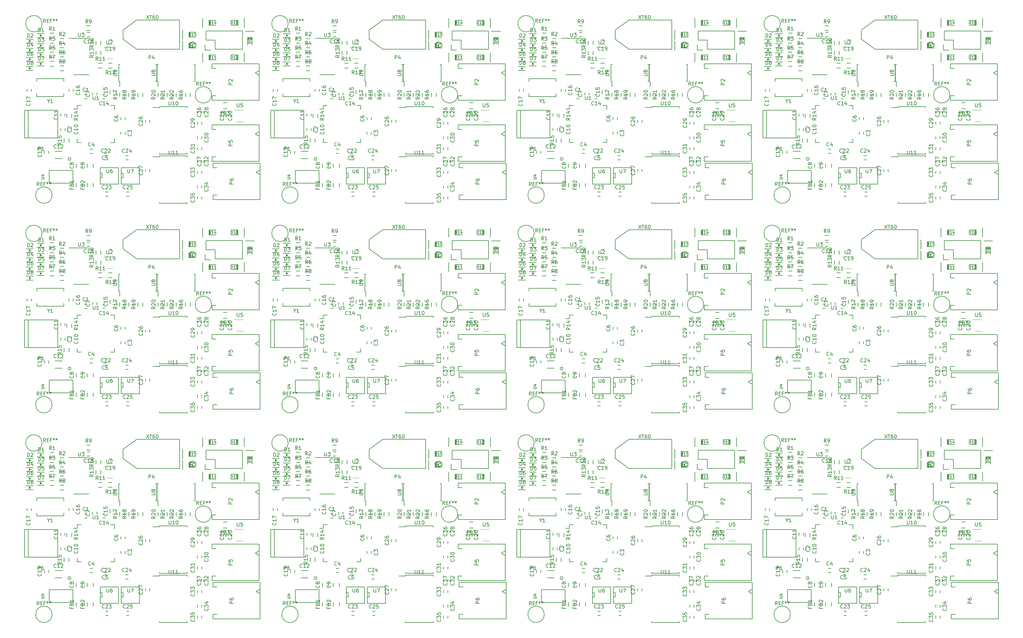
<source format=gto>
G04 #@! TF.FileFunction,Legend,Top*
%FSLAX46Y46*%
G04 Gerber Fmt 4.6, Leading zero omitted, Abs format (unit mm)*
G04 Created by KiCad (PCBNEW 4.0.6) date Friday, 09 June 2017 'AMt' 10:28:24*
%MOMM*%
%LPD*%
G01*
G04 APERTURE LIST*
%ADD10C,0.100000*%
%ADD11C,0.150000*%
%ADD12C,0.152400*%
%ADD13C,0.120000*%
%ADD14C,0.203200*%
G04 APERTURE END LIST*
D10*
D11*
X145288000Y-167386000D02*
G75*
G03X145288000Y-167386000I-2286000J0D01*
G01*
X189738000Y-139446000D02*
G75*
G03X189738000Y-139446000I-2286000J0D01*
G01*
X154348000Y-139354000D02*
X155048000Y-139354000D01*
X155048000Y-140554000D02*
X154348000Y-140554000D01*
X148936000Y-148748000D02*
X148936000Y-149448000D01*
X147736000Y-149448000D02*
X147736000Y-148748000D01*
X165700000Y-149764000D02*
X165700000Y-150464000D01*
X164500000Y-150464000D02*
X164500000Y-149764000D01*
X155860000Y-154594000D02*
X156560000Y-154594000D01*
X156560000Y-155794000D02*
X155860000Y-155794000D01*
X164500000Y-146400000D02*
X164500000Y-145700000D01*
X165700000Y-145700000D02*
X165700000Y-146400000D01*
X156626000Y-139542000D02*
X156626000Y-138842000D01*
X157826000Y-138842000D02*
X157826000Y-139542000D01*
X150714000Y-148736000D02*
X150714000Y-149436000D01*
X149514000Y-149436000D02*
X149514000Y-148736000D01*
X147736000Y-145396000D02*
X147736000Y-144696000D01*
X148936000Y-144696000D02*
X148936000Y-145396000D01*
X143164000Y-155798000D02*
X143164000Y-155098000D01*
X144364000Y-155098000D02*
X144364000Y-155798000D01*
X151222000Y-137814000D02*
X151222000Y-138514000D01*
X150022000Y-138514000D02*
X150022000Y-137814000D01*
X155798000Y-123282000D02*
X155098000Y-123282000D01*
X155098000Y-122082000D02*
X155798000Y-122082000D01*
X161894000Y-125314000D02*
X161194000Y-125314000D01*
X161194000Y-124114000D02*
X161894000Y-124114000D01*
X193640000Y-144938000D02*
X193640000Y-145638000D01*
X192440000Y-145638000D02*
X192440000Y-144938000D01*
X193964000Y-145638000D02*
X193964000Y-144938000D01*
X195164000Y-144938000D02*
X195164000Y-145638000D01*
X159924000Y-156372000D02*
X160624000Y-156372000D01*
X160624000Y-157572000D02*
X159924000Y-157572000D01*
X160178000Y-166532000D02*
X160878000Y-166532000D01*
X160878000Y-167732000D02*
X160178000Y-167732000D01*
X165766000Y-156372000D02*
X166466000Y-156372000D01*
X166466000Y-157572000D02*
X165766000Y-157572000D01*
X166020000Y-166532000D02*
X166720000Y-166532000D01*
X166720000Y-167732000D02*
X166020000Y-167732000D01*
X171358000Y-147162000D02*
X171358000Y-146462000D01*
X172558000Y-146462000D02*
X172558000Y-147162000D01*
X171358000Y-160878000D02*
X171358000Y-160178000D01*
X172558000Y-160178000D02*
X172558000Y-160878000D01*
X187036000Y-143934000D02*
X187036000Y-144634000D01*
X185836000Y-144634000D02*
X185836000Y-143934000D01*
X185836000Y-147658000D02*
X185836000Y-146958000D01*
X187036000Y-146958000D02*
X187036000Y-147658000D01*
X187036000Y-151046000D02*
X187036000Y-151746000D01*
X185836000Y-151746000D02*
X185836000Y-151046000D01*
X185836000Y-154770000D02*
X185836000Y-154070000D01*
X187036000Y-154070000D02*
X187036000Y-154770000D01*
X187036000Y-157650000D02*
X187036000Y-158350000D01*
X185836000Y-158350000D02*
X185836000Y-157650000D01*
X185836000Y-161374000D02*
X185836000Y-160674000D01*
X187036000Y-160674000D02*
X187036000Y-161374000D01*
X187036000Y-164750000D02*
X187036000Y-165450000D01*
X185836000Y-165450000D02*
X185836000Y-164750000D01*
X185836000Y-168486000D02*
X185836000Y-167786000D01*
X187036000Y-167786000D02*
X187036000Y-168486000D01*
X187614000Y-144634000D02*
X187614000Y-143934000D01*
X188814000Y-143934000D02*
X188814000Y-144634000D01*
X187614000Y-158350000D02*
X187614000Y-157650000D01*
X188814000Y-157650000D02*
X188814000Y-158350000D01*
X141140000Y-123486000D02*
X143040000Y-123486000D01*
X141140000Y-122386000D02*
X143040000Y-122386000D01*
X142040000Y-122936000D02*
X142490000Y-122936000D01*
X141990000Y-122686000D02*
X141990000Y-123186000D01*
X141990000Y-122936000D02*
X142240000Y-122686000D01*
X142240000Y-122686000D02*
X142240000Y-123186000D01*
X142240000Y-123186000D02*
X141990000Y-122936000D01*
X138092000Y-125010000D02*
X139992000Y-125010000D01*
X138092000Y-123910000D02*
X139992000Y-123910000D01*
X138992000Y-124460000D02*
X139442000Y-124460000D01*
X138942000Y-124210000D02*
X138942000Y-124710000D01*
X138942000Y-124460000D02*
X139192000Y-124210000D01*
X139192000Y-124210000D02*
X139192000Y-124710000D01*
X139192000Y-124710000D02*
X138942000Y-124460000D01*
X141140000Y-126280000D02*
X143040000Y-126280000D01*
X141140000Y-125180000D02*
X143040000Y-125180000D01*
X142040000Y-125730000D02*
X142490000Y-125730000D01*
X141990000Y-125480000D02*
X141990000Y-125980000D01*
X141990000Y-125730000D02*
X142240000Y-125480000D01*
X142240000Y-125480000D02*
X142240000Y-125980000D01*
X142240000Y-125980000D02*
X141990000Y-125730000D01*
X138092000Y-127550000D02*
X139992000Y-127550000D01*
X138092000Y-126450000D02*
X139992000Y-126450000D01*
X138992000Y-127000000D02*
X139442000Y-127000000D01*
X138942000Y-126750000D02*
X138942000Y-127250000D01*
X138942000Y-127000000D02*
X139192000Y-126750000D01*
X139192000Y-126750000D02*
X139192000Y-127250000D01*
X139192000Y-127250000D02*
X138942000Y-127000000D01*
X141140000Y-128820000D02*
X143040000Y-128820000D01*
X141140000Y-127720000D02*
X143040000Y-127720000D01*
X142040000Y-128270000D02*
X142490000Y-128270000D01*
X141990000Y-128020000D02*
X141990000Y-128520000D01*
X141990000Y-128270000D02*
X142240000Y-128020000D01*
X142240000Y-128020000D02*
X142240000Y-128520000D01*
X142240000Y-128520000D02*
X141990000Y-128270000D01*
X138092000Y-130090000D02*
X139992000Y-130090000D01*
X138092000Y-128990000D02*
X139992000Y-128990000D01*
X138992000Y-129540000D02*
X139442000Y-129540000D01*
X138942000Y-129290000D02*
X138942000Y-129790000D01*
X138942000Y-129540000D02*
X139192000Y-129290000D01*
X139192000Y-129290000D02*
X139192000Y-129790000D01*
X139192000Y-129790000D02*
X138942000Y-129540000D01*
X141140000Y-131360000D02*
X143040000Y-131360000D01*
X141140000Y-130260000D02*
X143040000Y-130260000D01*
X142040000Y-130810000D02*
X142490000Y-130810000D01*
X141990000Y-130560000D02*
X141990000Y-131060000D01*
X141990000Y-130810000D02*
X142240000Y-130560000D01*
X142240000Y-130560000D02*
X142240000Y-131060000D01*
X142240000Y-131060000D02*
X141990000Y-130810000D01*
X138092000Y-132630000D02*
X139992000Y-132630000D01*
X138092000Y-131530000D02*
X139992000Y-131530000D01*
X138992000Y-132080000D02*
X139442000Y-132080000D01*
X138942000Y-131830000D02*
X138942000Y-132330000D01*
X138942000Y-132080000D02*
X139192000Y-131830000D01*
X139192000Y-131830000D02*
X139192000Y-132330000D01*
X139192000Y-132330000D02*
X138942000Y-132080000D01*
X199156000Y-121710000D02*
X201656000Y-121710000D01*
X199756000Y-123460000D02*
X201056000Y-123460000D01*
X201056000Y-123860000D02*
X199756000Y-123860000D01*
X199756000Y-123660000D02*
X201056000Y-123660000D01*
X199756000Y-125460000D02*
X199756000Y-123460000D01*
X201056000Y-123460000D02*
X201056000Y-125460000D01*
X198838000Y-127782000D02*
X198838000Y-130282000D01*
X197088000Y-128382000D02*
X197088000Y-129682000D01*
X196688000Y-129682000D02*
X196688000Y-128382000D01*
X196888000Y-128382000D02*
X196888000Y-129682000D01*
X195088000Y-128382000D02*
X197088000Y-128382000D01*
X197088000Y-129682000D02*
X195088000Y-129682000D01*
X187242000Y-130282000D02*
X187242000Y-127782000D01*
X188992000Y-129682000D02*
X188992000Y-128382000D01*
X189392000Y-128382000D02*
X189392000Y-129682000D01*
X189192000Y-129682000D02*
X189192000Y-128382000D01*
X190992000Y-129682000D02*
X188992000Y-129682000D01*
X188992000Y-128382000D02*
X190992000Y-128382000D01*
X181654000Y-126980000D02*
X181654000Y-124480000D01*
X183404000Y-126380000D02*
X183404000Y-125080000D01*
X183804000Y-125080000D02*
X183804000Y-126380000D01*
X183604000Y-126380000D02*
X183604000Y-125080000D01*
X185404000Y-126380000D02*
X183404000Y-126380000D01*
X183404000Y-125080000D02*
X185404000Y-125080000D01*
X198838000Y-118130000D02*
X198838000Y-120630000D01*
X197088000Y-118730000D02*
X197088000Y-120030000D01*
X196688000Y-120030000D02*
X196688000Y-118730000D01*
X196888000Y-118730000D02*
X196888000Y-120030000D01*
X195088000Y-118730000D02*
X197088000Y-118730000D01*
X197088000Y-120030000D02*
X195088000Y-120030000D01*
X187242000Y-120630000D02*
X187242000Y-118130000D01*
X188992000Y-120030000D02*
X188992000Y-118730000D01*
X189392000Y-118730000D02*
X189392000Y-120030000D01*
X189192000Y-120030000D02*
X189192000Y-118730000D01*
X190992000Y-120030000D02*
X188992000Y-120030000D01*
X188992000Y-118730000D02*
X190992000Y-118730000D01*
X181654000Y-123932000D02*
X181654000Y-121432000D01*
X183404000Y-123332000D02*
X183404000Y-122032000D01*
X183804000Y-122032000D02*
X183804000Y-123332000D01*
X183604000Y-123332000D02*
X183604000Y-122032000D01*
X185404000Y-123332000D02*
X183404000Y-123332000D01*
X183404000Y-122032000D02*
X185404000Y-122032000D01*
X152058000Y-164092000D02*
X152058000Y-165092000D01*
X153758000Y-165092000D02*
X153758000Y-164092000D01*
X155106000Y-164076000D02*
X155106000Y-165076000D01*
X156806000Y-165076000D02*
X156806000Y-164076000D01*
X193048000Y-143344000D02*
X194048000Y-143344000D01*
X194048000Y-141644000D02*
X193048000Y-141644000D01*
X138640820Y-143723360D02*
X138640820Y-151424640D01*
X137640060Y-143723360D02*
X137640060Y-151424640D01*
X137640060Y-151424640D02*
X146839940Y-151424640D01*
X146839940Y-151424640D02*
X146839940Y-143723360D01*
X146839940Y-143723360D02*
X137640060Y-143723360D01*
X189892000Y-139700000D02*
X191008000Y-139700000D01*
X189892000Y-132080000D02*
X191008000Y-132080000D01*
D12*
X189892000Y-130810000D02*
X203032000Y-130810000D01*
X189892000Y-139700000D02*
X189892000Y-140970000D01*
D11*
X201894600Y-133348100D02*
X202894600Y-132748100D01*
X201894600Y-133348100D02*
X202894600Y-133948100D01*
D12*
X189892000Y-130810000D02*
X189892000Y-132080000D01*
X203032000Y-130810000D02*
X203032000Y-140970000D01*
X189892000Y-140970000D02*
X203032000Y-140970000D01*
D11*
X190754000Y-126746000D02*
X198374000Y-126746000D01*
X198374000Y-126746000D02*
X198374000Y-121666000D01*
X198374000Y-121666000D02*
X188214000Y-121666000D01*
X188214000Y-121666000D02*
X188214000Y-124206000D01*
X187934000Y-125476000D02*
X187934000Y-127026000D01*
X188214000Y-124206000D02*
X190754000Y-124206000D01*
X190754000Y-124206000D02*
X190754000Y-126746000D01*
X187934000Y-127026000D02*
X189484000Y-127026000D01*
X168910000Y-126746000D02*
X180848000Y-126746000D01*
X165100000Y-121412000D02*
X165100000Y-123952000D01*
X180848000Y-118618000D02*
X168910000Y-118618000D01*
X165100000Y-123952000D02*
X168910000Y-126746000D01*
X168910000Y-118618000D02*
X165100000Y-121412000D01*
X180848000Y-118618000D02*
X180848000Y-126746000D01*
X189892000Y-156718000D02*
X191008000Y-156718000D01*
X189892000Y-149098000D02*
X191008000Y-149098000D01*
D12*
X189892000Y-147828000D02*
X203032000Y-147828000D01*
X189892000Y-156718000D02*
X189892000Y-157988000D01*
D11*
X201894600Y-150366100D02*
X202894600Y-149766100D01*
X201894600Y-150366100D02*
X202894600Y-150966100D01*
D12*
X189892000Y-147828000D02*
X189892000Y-149098000D01*
X203032000Y-147828000D02*
X203032000Y-157988000D01*
X189892000Y-157988000D02*
X203032000Y-157988000D01*
D11*
X190146000Y-167386000D02*
X191262000Y-167386000D01*
X190146000Y-159766000D02*
X191262000Y-159766000D01*
D12*
X190146000Y-158496000D02*
X203286000Y-158496000D01*
X190146000Y-167386000D02*
X190146000Y-168656000D01*
D11*
X202148600Y-161034100D02*
X203148600Y-160434100D01*
X202148600Y-161034100D02*
X203148600Y-161634100D01*
D12*
X190146000Y-158496000D02*
X190146000Y-159766000D01*
X203286000Y-158496000D02*
X203286000Y-168656000D01*
X190146000Y-168656000D02*
X203286000Y-168656000D01*
D11*
X145788000Y-123611000D02*
X144788000Y-123611000D01*
X144788000Y-122261000D02*
X145788000Y-122261000D01*
X148582000Y-125135000D02*
X147582000Y-125135000D01*
X147582000Y-123785000D02*
X148582000Y-123785000D01*
X145788000Y-126405000D02*
X144788000Y-126405000D01*
X144788000Y-125055000D02*
X145788000Y-125055000D01*
X148582000Y-127675000D02*
X147582000Y-127675000D01*
X147582000Y-126325000D02*
X148582000Y-126325000D01*
X145788000Y-128945000D02*
X144788000Y-128945000D01*
X144788000Y-127595000D02*
X145788000Y-127595000D01*
X148582000Y-130215000D02*
X147582000Y-130215000D01*
X147582000Y-128865000D02*
X148582000Y-128865000D01*
X145788000Y-131485000D02*
X144788000Y-131485000D01*
X144788000Y-130135000D02*
X145788000Y-130135000D01*
X148582000Y-132755000D02*
X147582000Y-132755000D01*
X147582000Y-131405000D02*
X148582000Y-131405000D01*
X155948000Y-121579000D02*
X154948000Y-121579000D01*
X154948000Y-120229000D02*
X155948000Y-120229000D01*
X158917000Y-124468000D02*
X158917000Y-125468000D01*
X157567000Y-125468000D02*
X157567000Y-124468000D01*
X159250000Y-131993000D02*
X158250000Y-131993000D01*
X158250000Y-130643000D02*
X159250000Y-130643000D01*
X161044000Y-130643000D02*
X162044000Y-130643000D01*
X162044000Y-131993000D02*
X161044000Y-131993000D01*
X158917000Y-127274000D02*
X158917000Y-128274000D01*
X157567000Y-128274000D02*
X157567000Y-127274000D01*
X149439000Y-145788000D02*
X149439000Y-144788000D01*
X150789000Y-144788000D02*
X150789000Y-145788000D01*
X150027000Y-151634000D02*
X150027000Y-152634000D01*
X148677000Y-152634000D02*
X148677000Y-151634000D01*
X183809000Y-138946000D02*
X183809000Y-139946000D01*
X182459000Y-139946000D02*
X182459000Y-138946000D01*
X165521000Y-138934000D02*
X165521000Y-139934000D01*
X164171000Y-139934000D02*
X164171000Y-138934000D01*
X168061000Y-138934000D02*
X168061000Y-139934000D01*
X166711000Y-139934000D02*
X166711000Y-138934000D01*
X170601000Y-138934000D02*
X170601000Y-139934000D01*
X169251000Y-139934000D02*
X169251000Y-138934000D01*
X176189000Y-138946000D02*
X176189000Y-139946000D01*
X174839000Y-139946000D02*
X174839000Y-138946000D01*
X178729000Y-138946000D02*
X178729000Y-139946000D01*
X177379000Y-139946000D02*
X177379000Y-138946000D01*
X181269000Y-138946000D02*
X181269000Y-139946000D01*
X179919000Y-139946000D02*
X179919000Y-138946000D01*
X151341000Y-123703000D02*
X151341000Y-123728000D01*
X155491000Y-123703000D02*
X155491000Y-123808000D01*
X155491000Y-133853000D02*
X155491000Y-133748000D01*
X151341000Y-133853000D02*
X151341000Y-133748000D01*
X151341000Y-123703000D02*
X155491000Y-123703000D01*
X151341000Y-133853000D02*
X155491000Y-133853000D01*
X151341000Y-123728000D02*
X149966000Y-123728000D01*
D13*
X196712000Y-146898000D02*
X198512000Y-146898000D01*
X198512000Y-143678000D02*
X196062000Y-143678000D01*
D11*
X158750000Y-159766000D02*
X163830000Y-159766000D01*
X163830000Y-159766000D02*
X163830000Y-164338000D01*
X163830000Y-164338000D02*
X158750000Y-164338000D01*
X158750000Y-164338000D02*
X158750000Y-159766000D01*
X158750000Y-161290000D02*
X159258000Y-161290000D01*
X159258000Y-161290000D02*
X159258000Y-162560000D01*
X159258000Y-162560000D02*
X158750000Y-162560000D01*
X164592000Y-159766000D02*
X169672000Y-159766000D01*
X169672000Y-159766000D02*
X169672000Y-164338000D01*
X169672000Y-164338000D02*
X164592000Y-164338000D01*
X164592000Y-164338000D02*
X164592000Y-159766000D01*
X164592000Y-161290000D02*
X165100000Y-161290000D01*
X165100000Y-161290000D02*
X165100000Y-162560000D01*
X165100000Y-162560000D02*
X164592000Y-162560000D01*
X174507000Y-135725000D02*
X174782000Y-135725000D01*
X174507000Y-130975000D02*
X174862000Y-130975000D01*
X185157000Y-130975000D02*
X184802000Y-130975000D01*
X185157000Y-135725000D02*
X184802000Y-135725000D01*
X174507000Y-135725000D02*
X174507000Y-130975000D01*
X185157000Y-135625000D02*
X185157000Y-131075000D01*
X174782000Y-135725000D02*
X174782000Y-137135000D01*
X163839000Y-135725000D02*
X164114000Y-135725000D01*
X163839000Y-130975000D02*
X164194000Y-130975000D01*
X174489000Y-130975000D02*
X174134000Y-130975000D01*
X174489000Y-135725000D02*
X174134000Y-135725000D01*
X163839000Y-135725000D02*
X163839000Y-130975000D01*
X174489000Y-135625000D02*
X174489000Y-131075000D01*
X164114000Y-135725000D02*
X164114000Y-137135000D01*
X175195000Y-142777000D02*
X175195000Y-143027000D01*
X182945000Y-142777000D02*
X182945000Y-143112000D01*
X182945000Y-155927000D02*
X182945000Y-155592000D01*
X175195000Y-155927000D02*
X175195000Y-155592000D01*
X175195000Y-142777000D02*
X182945000Y-142777000D01*
X175195000Y-155927000D02*
X182945000Y-155927000D01*
X175195000Y-143027000D02*
X173395000Y-143027000D01*
X175195000Y-156493000D02*
X175195000Y-156743000D01*
X182945000Y-156493000D02*
X182945000Y-156828000D01*
X182945000Y-169643000D02*
X182945000Y-169308000D01*
X175195000Y-169643000D02*
X175195000Y-169308000D01*
X175195000Y-156493000D02*
X182945000Y-156493000D01*
X175195000Y-169643000D02*
X182945000Y-169643000D01*
X175195000Y-156743000D02*
X173395000Y-156743000D01*
X148529040Y-134914640D02*
X148529040Y-135714740D01*
X148529040Y-139913360D02*
X148529040Y-139113260D01*
X141030960Y-139913360D02*
X141030960Y-139113260D01*
X141030960Y-134914640D02*
X141030960Y-135714740D01*
X148529040Y-134914640D02*
X141030960Y-134914640D01*
X141030960Y-139913360D02*
X148529040Y-139913360D01*
X160370000Y-155794000D02*
X159670000Y-155794000D01*
X159670000Y-154594000D02*
X160370000Y-154594000D01*
X148066000Y-155185000D02*
X146066000Y-155185000D01*
X146066000Y-157235000D02*
X148066000Y-157235000D01*
X160104000Y-140554000D02*
X159404000Y-140554000D01*
X159404000Y-139354000D02*
X160104000Y-139354000D01*
X139538000Y-137826000D02*
X139538000Y-138526000D01*
X138338000Y-138526000D02*
X138338000Y-137826000D01*
X152305000Y-142399000D02*
X152305000Y-143399000D01*
X162655000Y-142399000D02*
X162655000Y-143474000D01*
X162655000Y-152749000D02*
X162655000Y-151674000D01*
X152305000Y-152749000D02*
X152305000Y-151674000D01*
X152305000Y-142399000D02*
X153380000Y-142399000D01*
X152305000Y-152749000D02*
X153380000Y-152749000D01*
X162655000Y-152749000D02*
X161580000Y-152749000D01*
X162655000Y-142399000D02*
X161580000Y-142399000D01*
X152305000Y-143399000D02*
X151280000Y-143399000D01*
D13*
X160390000Y-129372000D02*
X162190000Y-129372000D01*
X162190000Y-126152000D02*
X159740000Y-126152000D01*
D14*
X150528000Y-157306000D02*
G75*
G03X150528000Y-157306000I-400000J0D01*
G01*
X151128000Y-160506000D02*
X151128000Y-164106000D01*
X151128000Y-164106000D02*
X144528000Y-164106000D01*
X144528000Y-164106000D02*
X144528000Y-160506000D01*
X144528000Y-160506000D02*
X151128000Y-160506000D01*
D11*
X142494000Y-119634000D02*
G75*
G03X142494000Y-119634000I-2286000J0D01*
G01*
X152058000Y-158631000D02*
X152058000Y-159631000D01*
X153758000Y-159631000D02*
X153758000Y-158631000D01*
X155106000Y-158631000D02*
X155106000Y-159631000D01*
X156806000Y-159631000D02*
X156806000Y-158631000D01*
X161456000Y-138160000D02*
X161456000Y-139160000D01*
X163156000Y-139160000D02*
X163156000Y-138160000D01*
X92876000Y-138160000D02*
X92876000Y-139160000D01*
X94576000Y-139160000D02*
X94576000Y-138160000D01*
X86526000Y-158631000D02*
X86526000Y-159631000D01*
X88226000Y-159631000D02*
X88226000Y-158631000D01*
X83478000Y-158631000D02*
X83478000Y-159631000D01*
X85178000Y-159631000D02*
X85178000Y-158631000D01*
X73914000Y-119634000D02*
G75*
G03X73914000Y-119634000I-2286000J0D01*
G01*
D14*
X81948000Y-157306000D02*
G75*
G03X81948000Y-157306000I-400000J0D01*
G01*
X82548000Y-160506000D02*
X82548000Y-164106000D01*
X82548000Y-164106000D02*
X75948000Y-164106000D01*
X75948000Y-164106000D02*
X75948000Y-160506000D01*
X75948000Y-160506000D02*
X82548000Y-160506000D01*
D13*
X91810000Y-129372000D02*
X93610000Y-129372000D01*
X93610000Y-126152000D02*
X91160000Y-126152000D01*
D11*
X83725000Y-142399000D02*
X83725000Y-143399000D01*
X94075000Y-142399000D02*
X94075000Y-143474000D01*
X94075000Y-152749000D02*
X94075000Y-151674000D01*
X83725000Y-152749000D02*
X83725000Y-151674000D01*
X83725000Y-142399000D02*
X84800000Y-142399000D01*
X83725000Y-152749000D02*
X84800000Y-152749000D01*
X94075000Y-152749000D02*
X93000000Y-152749000D01*
X94075000Y-142399000D02*
X93000000Y-142399000D01*
X83725000Y-143399000D02*
X82700000Y-143399000D01*
X70958000Y-137826000D02*
X70958000Y-138526000D01*
X69758000Y-138526000D02*
X69758000Y-137826000D01*
X91524000Y-140554000D02*
X90824000Y-140554000D01*
X90824000Y-139354000D02*
X91524000Y-139354000D01*
X79486000Y-155185000D02*
X77486000Y-155185000D01*
X77486000Y-157235000D02*
X79486000Y-157235000D01*
X91790000Y-155794000D02*
X91090000Y-155794000D01*
X91090000Y-154594000D02*
X91790000Y-154594000D01*
X79949040Y-134914640D02*
X79949040Y-135714740D01*
X79949040Y-139913360D02*
X79949040Y-139113260D01*
X72450960Y-139913360D02*
X72450960Y-139113260D01*
X72450960Y-134914640D02*
X72450960Y-135714740D01*
X79949040Y-134914640D02*
X72450960Y-134914640D01*
X72450960Y-139913360D02*
X79949040Y-139913360D01*
X106615000Y-156493000D02*
X106615000Y-156743000D01*
X114365000Y-156493000D02*
X114365000Y-156828000D01*
X114365000Y-169643000D02*
X114365000Y-169308000D01*
X106615000Y-169643000D02*
X106615000Y-169308000D01*
X106615000Y-156493000D02*
X114365000Y-156493000D01*
X106615000Y-169643000D02*
X114365000Y-169643000D01*
X106615000Y-156743000D02*
X104815000Y-156743000D01*
X106615000Y-142777000D02*
X106615000Y-143027000D01*
X114365000Y-142777000D02*
X114365000Y-143112000D01*
X114365000Y-155927000D02*
X114365000Y-155592000D01*
X106615000Y-155927000D02*
X106615000Y-155592000D01*
X106615000Y-142777000D02*
X114365000Y-142777000D01*
X106615000Y-155927000D02*
X114365000Y-155927000D01*
X106615000Y-143027000D02*
X104815000Y-143027000D01*
X95259000Y-135725000D02*
X95534000Y-135725000D01*
X95259000Y-130975000D02*
X95614000Y-130975000D01*
X105909000Y-130975000D02*
X105554000Y-130975000D01*
X105909000Y-135725000D02*
X105554000Y-135725000D01*
X95259000Y-135725000D02*
X95259000Y-130975000D01*
X105909000Y-135625000D02*
X105909000Y-131075000D01*
X95534000Y-135725000D02*
X95534000Y-137135000D01*
X105927000Y-135725000D02*
X106202000Y-135725000D01*
X105927000Y-130975000D02*
X106282000Y-130975000D01*
X116577000Y-130975000D02*
X116222000Y-130975000D01*
X116577000Y-135725000D02*
X116222000Y-135725000D01*
X105927000Y-135725000D02*
X105927000Y-130975000D01*
X116577000Y-135625000D02*
X116577000Y-131075000D01*
X106202000Y-135725000D02*
X106202000Y-137135000D01*
X96012000Y-159766000D02*
X101092000Y-159766000D01*
X101092000Y-159766000D02*
X101092000Y-164338000D01*
X101092000Y-164338000D02*
X96012000Y-164338000D01*
X96012000Y-164338000D02*
X96012000Y-159766000D01*
X96012000Y-161290000D02*
X96520000Y-161290000D01*
X96520000Y-161290000D02*
X96520000Y-162560000D01*
X96520000Y-162560000D02*
X96012000Y-162560000D01*
X90170000Y-159766000D02*
X95250000Y-159766000D01*
X95250000Y-159766000D02*
X95250000Y-164338000D01*
X95250000Y-164338000D02*
X90170000Y-164338000D01*
X90170000Y-164338000D02*
X90170000Y-159766000D01*
X90170000Y-161290000D02*
X90678000Y-161290000D01*
X90678000Y-161290000D02*
X90678000Y-162560000D01*
X90678000Y-162560000D02*
X90170000Y-162560000D01*
D13*
X128132000Y-146898000D02*
X129932000Y-146898000D01*
X129932000Y-143678000D02*
X127482000Y-143678000D01*
D11*
X82761000Y-123703000D02*
X82761000Y-123728000D01*
X86911000Y-123703000D02*
X86911000Y-123808000D01*
X86911000Y-133853000D02*
X86911000Y-133748000D01*
X82761000Y-133853000D02*
X82761000Y-133748000D01*
X82761000Y-123703000D02*
X86911000Y-123703000D01*
X82761000Y-133853000D02*
X86911000Y-133853000D01*
X82761000Y-123728000D02*
X81386000Y-123728000D01*
X112689000Y-138946000D02*
X112689000Y-139946000D01*
X111339000Y-139946000D02*
X111339000Y-138946000D01*
X110149000Y-138946000D02*
X110149000Y-139946000D01*
X108799000Y-139946000D02*
X108799000Y-138946000D01*
X107609000Y-138946000D02*
X107609000Y-139946000D01*
X106259000Y-139946000D02*
X106259000Y-138946000D01*
X102021000Y-138934000D02*
X102021000Y-139934000D01*
X100671000Y-139934000D02*
X100671000Y-138934000D01*
X99481000Y-138934000D02*
X99481000Y-139934000D01*
X98131000Y-139934000D02*
X98131000Y-138934000D01*
X96941000Y-138934000D02*
X96941000Y-139934000D01*
X95591000Y-139934000D02*
X95591000Y-138934000D01*
X115229000Y-138946000D02*
X115229000Y-139946000D01*
X113879000Y-139946000D02*
X113879000Y-138946000D01*
X81447000Y-151634000D02*
X81447000Y-152634000D01*
X80097000Y-152634000D02*
X80097000Y-151634000D01*
X80859000Y-145788000D02*
X80859000Y-144788000D01*
X82209000Y-144788000D02*
X82209000Y-145788000D01*
X90337000Y-127274000D02*
X90337000Y-128274000D01*
X88987000Y-128274000D02*
X88987000Y-127274000D01*
X92464000Y-130643000D02*
X93464000Y-130643000D01*
X93464000Y-131993000D02*
X92464000Y-131993000D01*
X90670000Y-131993000D02*
X89670000Y-131993000D01*
X89670000Y-130643000D02*
X90670000Y-130643000D01*
X90337000Y-124468000D02*
X90337000Y-125468000D01*
X88987000Y-125468000D02*
X88987000Y-124468000D01*
X87368000Y-121579000D02*
X86368000Y-121579000D01*
X86368000Y-120229000D02*
X87368000Y-120229000D01*
X80002000Y-132755000D02*
X79002000Y-132755000D01*
X79002000Y-131405000D02*
X80002000Y-131405000D01*
X77208000Y-131485000D02*
X76208000Y-131485000D01*
X76208000Y-130135000D02*
X77208000Y-130135000D01*
X80002000Y-130215000D02*
X79002000Y-130215000D01*
X79002000Y-128865000D02*
X80002000Y-128865000D01*
X77208000Y-128945000D02*
X76208000Y-128945000D01*
X76208000Y-127595000D02*
X77208000Y-127595000D01*
X80002000Y-127675000D02*
X79002000Y-127675000D01*
X79002000Y-126325000D02*
X80002000Y-126325000D01*
X77208000Y-126405000D02*
X76208000Y-126405000D01*
X76208000Y-125055000D02*
X77208000Y-125055000D01*
X80002000Y-125135000D02*
X79002000Y-125135000D01*
X79002000Y-123785000D02*
X80002000Y-123785000D01*
X77208000Y-123611000D02*
X76208000Y-123611000D01*
X76208000Y-122261000D02*
X77208000Y-122261000D01*
X121566000Y-167386000D02*
X122682000Y-167386000D01*
X121566000Y-159766000D02*
X122682000Y-159766000D01*
D12*
X121566000Y-158496000D02*
X134706000Y-158496000D01*
X121566000Y-167386000D02*
X121566000Y-168656000D01*
D11*
X133568600Y-161034100D02*
X134568600Y-160434100D01*
X133568600Y-161034100D02*
X134568600Y-161634100D01*
D12*
X121566000Y-158496000D02*
X121566000Y-159766000D01*
X134706000Y-158496000D02*
X134706000Y-168656000D01*
X121566000Y-168656000D02*
X134706000Y-168656000D01*
D11*
X121312000Y-156718000D02*
X122428000Y-156718000D01*
X121312000Y-149098000D02*
X122428000Y-149098000D01*
D12*
X121312000Y-147828000D02*
X134452000Y-147828000D01*
X121312000Y-156718000D02*
X121312000Y-157988000D01*
D11*
X133314600Y-150366100D02*
X134314600Y-149766100D01*
X133314600Y-150366100D02*
X134314600Y-150966100D01*
D12*
X121312000Y-147828000D02*
X121312000Y-149098000D01*
X134452000Y-147828000D02*
X134452000Y-157988000D01*
X121312000Y-157988000D02*
X134452000Y-157988000D01*
D11*
X100330000Y-126746000D02*
X112268000Y-126746000D01*
X96520000Y-121412000D02*
X96520000Y-123952000D01*
X112268000Y-118618000D02*
X100330000Y-118618000D01*
X96520000Y-123952000D02*
X100330000Y-126746000D01*
X100330000Y-118618000D02*
X96520000Y-121412000D01*
X112268000Y-118618000D02*
X112268000Y-126746000D01*
X122174000Y-126746000D02*
X129794000Y-126746000D01*
X129794000Y-126746000D02*
X129794000Y-121666000D01*
X129794000Y-121666000D02*
X119634000Y-121666000D01*
X119634000Y-121666000D02*
X119634000Y-124206000D01*
X119354000Y-125476000D02*
X119354000Y-127026000D01*
X119634000Y-124206000D02*
X122174000Y-124206000D01*
X122174000Y-124206000D02*
X122174000Y-126746000D01*
X119354000Y-127026000D02*
X120904000Y-127026000D01*
X121312000Y-139700000D02*
X122428000Y-139700000D01*
X121312000Y-132080000D02*
X122428000Y-132080000D01*
D12*
X121312000Y-130810000D02*
X134452000Y-130810000D01*
X121312000Y-139700000D02*
X121312000Y-140970000D01*
D11*
X133314600Y-133348100D02*
X134314600Y-132748100D01*
X133314600Y-133348100D02*
X134314600Y-133948100D01*
D12*
X121312000Y-130810000D02*
X121312000Y-132080000D01*
X134452000Y-130810000D02*
X134452000Y-140970000D01*
X121312000Y-140970000D02*
X134452000Y-140970000D01*
D11*
X70060820Y-143723360D02*
X70060820Y-151424640D01*
X69060060Y-143723360D02*
X69060060Y-151424640D01*
X69060060Y-151424640D02*
X78259940Y-151424640D01*
X78259940Y-151424640D02*
X78259940Y-143723360D01*
X78259940Y-143723360D02*
X69060060Y-143723360D01*
X124468000Y-143344000D02*
X125468000Y-143344000D01*
X125468000Y-141644000D02*
X124468000Y-141644000D01*
X86526000Y-164076000D02*
X86526000Y-165076000D01*
X88226000Y-165076000D02*
X88226000Y-164076000D01*
X83478000Y-164092000D02*
X83478000Y-165092000D01*
X85178000Y-165092000D02*
X85178000Y-164092000D01*
X113074000Y-123932000D02*
X113074000Y-121432000D01*
X114824000Y-123332000D02*
X114824000Y-122032000D01*
X115224000Y-122032000D02*
X115224000Y-123332000D01*
X115024000Y-123332000D02*
X115024000Y-122032000D01*
X116824000Y-123332000D02*
X114824000Y-123332000D01*
X114824000Y-122032000D02*
X116824000Y-122032000D01*
X118662000Y-120630000D02*
X118662000Y-118130000D01*
X120412000Y-120030000D02*
X120412000Y-118730000D01*
X120812000Y-118730000D02*
X120812000Y-120030000D01*
X120612000Y-120030000D02*
X120612000Y-118730000D01*
X122412000Y-120030000D02*
X120412000Y-120030000D01*
X120412000Y-118730000D02*
X122412000Y-118730000D01*
X130258000Y-118130000D02*
X130258000Y-120630000D01*
X128508000Y-118730000D02*
X128508000Y-120030000D01*
X128108000Y-120030000D02*
X128108000Y-118730000D01*
X128308000Y-118730000D02*
X128308000Y-120030000D01*
X126508000Y-118730000D02*
X128508000Y-118730000D01*
X128508000Y-120030000D02*
X126508000Y-120030000D01*
X113074000Y-126980000D02*
X113074000Y-124480000D01*
X114824000Y-126380000D02*
X114824000Y-125080000D01*
X115224000Y-125080000D02*
X115224000Y-126380000D01*
X115024000Y-126380000D02*
X115024000Y-125080000D01*
X116824000Y-126380000D02*
X114824000Y-126380000D01*
X114824000Y-125080000D02*
X116824000Y-125080000D01*
X118662000Y-130282000D02*
X118662000Y-127782000D01*
X120412000Y-129682000D02*
X120412000Y-128382000D01*
X120812000Y-128382000D02*
X120812000Y-129682000D01*
X120612000Y-129682000D02*
X120612000Y-128382000D01*
X122412000Y-129682000D02*
X120412000Y-129682000D01*
X120412000Y-128382000D02*
X122412000Y-128382000D01*
X130258000Y-127782000D02*
X130258000Y-130282000D01*
X128508000Y-128382000D02*
X128508000Y-129682000D01*
X128108000Y-129682000D02*
X128108000Y-128382000D01*
X128308000Y-128382000D02*
X128308000Y-129682000D01*
X126508000Y-128382000D02*
X128508000Y-128382000D01*
X128508000Y-129682000D02*
X126508000Y-129682000D01*
X130576000Y-121710000D02*
X133076000Y-121710000D01*
X131176000Y-123460000D02*
X132476000Y-123460000D01*
X132476000Y-123860000D02*
X131176000Y-123860000D01*
X131176000Y-123660000D02*
X132476000Y-123660000D01*
X131176000Y-125460000D02*
X131176000Y-123460000D01*
X132476000Y-123460000D02*
X132476000Y-125460000D01*
X69512000Y-132630000D02*
X71412000Y-132630000D01*
X69512000Y-131530000D02*
X71412000Y-131530000D01*
X70412000Y-132080000D02*
X70862000Y-132080000D01*
X70362000Y-131830000D02*
X70362000Y-132330000D01*
X70362000Y-132080000D02*
X70612000Y-131830000D01*
X70612000Y-131830000D02*
X70612000Y-132330000D01*
X70612000Y-132330000D02*
X70362000Y-132080000D01*
X72560000Y-131360000D02*
X74460000Y-131360000D01*
X72560000Y-130260000D02*
X74460000Y-130260000D01*
X73460000Y-130810000D02*
X73910000Y-130810000D01*
X73410000Y-130560000D02*
X73410000Y-131060000D01*
X73410000Y-130810000D02*
X73660000Y-130560000D01*
X73660000Y-130560000D02*
X73660000Y-131060000D01*
X73660000Y-131060000D02*
X73410000Y-130810000D01*
X69512000Y-130090000D02*
X71412000Y-130090000D01*
X69512000Y-128990000D02*
X71412000Y-128990000D01*
X70412000Y-129540000D02*
X70862000Y-129540000D01*
X70362000Y-129290000D02*
X70362000Y-129790000D01*
X70362000Y-129540000D02*
X70612000Y-129290000D01*
X70612000Y-129290000D02*
X70612000Y-129790000D01*
X70612000Y-129790000D02*
X70362000Y-129540000D01*
X72560000Y-128820000D02*
X74460000Y-128820000D01*
X72560000Y-127720000D02*
X74460000Y-127720000D01*
X73460000Y-128270000D02*
X73910000Y-128270000D01*
X73410000Y-128020000D02*
X73410000Y-128520000D01*
X73410000Y-128270000D02*
X73660000Y-128020000D01*
X73660000Y-128020000D02*
X73660000Y-128520000D01*
X73660000Y-128520000D02*
X73410000Y-128270000D01*
X69512000Y-127550000D02*
X71412000Y-127550000D01*
X69512000Y-126450000D02*
X71412000Y-126450000D01*
X70412000Y-127000000D02*
X70862000Y-127000000D01*
X70362000Y-126750000D02*
X70362000Y-127250000D01*
X70362000Y-127000000D02*
X70612000Y-126750000D01*
X70612000Y-126750000D02*
X70612000Y-127250000D01*
X70612000Y-127250000D02*
X70362000Y-127000000D01*
X72560000Y-126280000D02*
X74460000Y-126280000D01*
X72560000Y-125180000D02*
X74460000Y-125180000D01*
X73460000Y-125730000D02*
X73910000Y-125730000D01*
X73410000Y-125480000D02*
X73410000Y-125980000D01*
X73410000Y-125730000D02*
X73660000Y-125480000D01*
X73660000Y-125480000D02*
X73660000Y-125980000D01*
X73660000Y-125980000D02*
X73410000Y-125730000D01*
X69512000Y-125010000D02*
X71412000Y-125010000D01*
X69512000Y-123910000D02*
X71412000Y-123910000D01*
X70412000Y-124460000D02*
X70862000Y-124460000D01*
X70362000Y-124210000D02*
X70362000Y-124710000D01*
X70362000Y-124460000D02*
X70612000Y-124210000D01*
X70612000Y-124210000D02*
X70612000Y-124710000D01*
X70612000Y-124710000D02*
X70362000Y-124460000D01*
X72560000Y-123486000D02*
X74460000Y-123486000D01*
X72560000Y-122386000D02*
X74460000Y-122386000D01*
X73460000Y-122936000D02*
X73910000Y-122936000D01*
X73410000Y-122686000D02*
X73410000Y-123186000D01*
X73410000Y-122936000D02*
X73660000Y-122686000D01*
X73660000Y-122686000D02*
X73660000Y-123186000D01*
X73660000Y-123186000D02*
X73410000Y-122936000D01*
X119034000Y-158350000D02*
X119034000Y-157650000D01*
X120234000Y-157650000D02*
X120234000Y-158350000D01*
X119034000Y-144634000D02*
X119034000Y-143934000D01*
X120234000Y-143934000D02*
X120234000Y-144634000D01*
X117256000Y-168486000D02*
X117256000Y-167786000D01*
X118456000Y-167786000D02*
X118456000Y-168486000D01*
X118456000Y-164750000D02*
X118456000Y-165450000D01*
X117256000Y-165450000D02*
X117256000Y-164750000D01*
X117256000Y-161374000D02*
X117256000Y-160674000D01*
X118456000Y-160674000D02*
X118456000Y-161374000D01*
X118456000Y-157650000D02*
X118456000Y-158350000D01*
X117256000Y-158350000D02*
X117256000Y-157650000D01*
X117256000Y-154770000D02*
X117256000Y-154070000D01*
X118456000Y-154070000D02*
X118456000Y-154770000D01*
X118456000Y-151046000D02*
X118456000Y-151746000D01*
X117256000Y-151746000D02*
X117256000Y-151046000D01*
X117256000Y-147658000D02*
X117256000Y-146958000D01*
X118456000Y-146958000D02*
X118456000Y-147658000D01*
X118456000Y-143934000D02*
X118456000Y-144634000D01*
X117256000Y-144634000D02*
X117256000Y-143934000D01*
X102778000Y-160878000D02*
X102778000Y-160178000D01*
X103978000Y-160178000D02*
X103978000Y-160878000D01*
X102778000Y-147162000D02*
X102778000Y-146462000D01*
X103978000Y-146462000D02*
X103978000Y-147162000D01*
X97440000Y-166532000D02*
X98140000Y-166532000D01*
X98140000Y-167732000D02*
X97440000Y-167732000D01*
X97186000Y-156372000D02*
X97886000Y-156372000D01*
X97886000Y-157572000D02*
X97186000Y-157572000D01*
X91598000Y-166532000D02*
X92298000Y-166532000D01*
X92298000Y-167732000D02*
X91598000Y-167732000D01*
X91344000Y-156372000D02*
X92044000Y-156372000D01*
X92044000Y-157572000D02*
X91344000Y-157572000D01*
X125384000Y-145638000D02*
X125384000Y-144938000D01*
X126584000Y-144938000D02*
X126584000Y-145638000D01*
X125060000Y-144938000D02*
X125060000Y-145638000D01*
X123860000Y-145638000D02*
X123860000Y-144938000D01*
X93314000Y-125314000D02*
X92614000Y-125314000D01*
X92614000Y-124114000D02*
X93314000Y-124114000D01*
X87218000Y-123282000D02*
X86518000Y-123282000D01*
X86518000Y-122082000D02*
X87218000Y-122082000D01*
X82642000Y-137814000D02*
X82642000Y-138514000D01*
X81442000Y-138514000D02*
X81442000Y-137814000D01*
X74584000Y-155798000D02*
X74584000Y-155098000D01*
X75784000Y-155098000D02*
X75784000Y-155798000D01*
X79156000Y-145396000D02*
X79156000Y-144696000D01*
X80356000Y-144696000D02*
X80356000Y-145396000D01*
X82134000Y-148736000D02*
X82134000Y-149436000D01*
X80934000Y-149436000D02*
X80934000Y-148736000D01*
X88046000Y-139542000D02*
X88046000Y-138842000D01*
X89246000Y-138842000D02*
X89246000Y-139542000D01*
X95920000Y-146400000D02*
X95920000Y-145700000D01*
X97120000Y-145700000D02*
X97120000Y-146400000D01*
X87280000Y-154594000D02*
X87980000Y-154594000D01*
X87980000Y-155794000D02*
X87280000Y-155794000D01*
X97120000Y-149764000D02*
X97120000Y-150464000D01*
X95920000Y-150464000D02*
X95920000Y-149764000D01*
X80356000Y-148748000D02*
X80356000Y-149448000D01*
X79156000Y-149448000D02*
X79156000Y-148748000D01*
X85768000Y-139354000D02*
X86468000Y-139354000D01*
X86468000Y-140554000D02*
X85768000Y-140554000D01*
X121158000Y-139446000D02*
G75*
G03X121158000Y-139446000I-2286000J0D01*
G01*
X76708000Y-167386000D02*
G75*
G03X76708000Y-167386000I-2286000J0D01*
G01*
X8128000Y-167386000D02*
G75*
G03X8128000Y-167386000I-2286000J0D01*
G01*
X52578000Y-139446000D02*
G75*
G03X52578000Y-139446000I-2286000J0D01*
G01*
X17188000Y-139354000D02*
X17888000Y-139354000D01*
X17888000Y-140554000D02*
X17188000Y-140554000D01*
X11776000Y-148748000D02*
X11776000Y-149448000D01*
X10576000Y-149448000D02*
X10576000Y-148748000D01*
X28540000Y-149764000D02*
X28540000Y-150464000D01*
X27340000Y-150464000D02*
X27340000Y-149764000D01*
X18700000Y-154594000D02*
X19400000Y-154594000D01*
X19400000Y-155794000D02*
X18700000Y-155794000D01*
X27340000Y-146400000D02*
X27340000Y-145700000D01*
X28540000Y-145700000D02*
X28540000Y-146400000D01*
X19466000Y-139542000D02*
X19466000Y-138842000D01*
X20666000Y-138842000D02*
X20666000Y-139542000D01*
X13554000Y-148736000D02*
X13554000Y-149436000D01*
X12354000Y-149436000D02*
X12354000Y-148736000D01*
X10576000Y-145396000D02*
X10576000Y-144696000D01*
X11776000Y-144696000D02*
X11776000Y-145396000D01*
X6004000Y-155798000D02*
X6004000Y-155098000D01*
X7204000Y-155098000D02*
X7204000Y-155798000D01*
X14062000Y-137814000D02*
X14062000Y-138514000D01*
X12862000Y-138514000D02*
X12862000Y-137814000D01*
X18638000Y-123282000D02*
X17938000Y-123282000D01*
X17938000Y-122082000D02*
X18638000Y-122082000D01*
X24734000Y-125314000D02*
X24034000Y-125314000D01*
X24034000Y-124114000D02*
X24734000Y-124114000D01*
X56480000Y-144938000D02*
X56480000Y-145638000D01*
X55280000Y-145638000D02*
X55280000Y-144938000D01*
X56804000Y-145638000D02*
X56804000Y-144938000D01*
X58004000Y-144938000D02*
X58004000Y-145638000D01*
X22764000Y-156372000D02*
X23464000Y-156372000D01*
X23464000Y-157572000D02*
X22764000Y-157572000D01*
X23018000Y-166532000D02*
X23718000Y-166532000D01*
X23718000Y-167732000D02*
X23018000Y-167732000D01*
X28606000Y-156372000D02*
X29306000Y-156372000D01*
X29306000Y-157572000D02*
X28606000Y-157572000D01*
X28860000Y-166532000D02*
X29560000Y-166532000D01*
X29560000Y-167732000D02*
X28860000Y-167732000D01*
X34198000Y-147162000D02*
X34198000Y-146462000D01*
X35398000Y-146462000D02*
X35398000Y-147162000D01*
X34198000Y-160878000D02*
X34198000Y-160178000D01*
X35398000Y-160178000D02*
X35398000Y-160878000D01*
X49876000Y-143934000D02*
X49876000Y-144634000D01*
X48676000Y-144634000D02*
X48676000Y-143934000D01*
X48676000Y-147658000D02*
X48676000Y-146958000D01*
X49876000Y-146958000D02*
X49876000Y-147658000D01*
X49876000Y-151046000D02*
X49876000Y-151746000D01*
X48676000Y-151746000D02*
X48676000Y-151046000D01*
X48676000Y-154770000D02*
X48676000Y-154070000D01*
X49876000Y-154070000D02*
X49876000Y-154770000D01*
X49876000Y-157650000D02*
X49876000Y-158350000D01*
X48676000Y-158350000D02*
X48676000Y-157650000D01*
X48676000Y-161374000D02*
X48676000Y-160674000D01*
X49876000Y-160674000D02*
X49876000Y-161374000D01*
X49876000Y-164750000D02*
X49876000Y-165450000D01*
X48676000Y-165450000D02*
X48676000Y-164750000D01*
X48676000Y-168486000D02*
X48676000Y-167786000D01*
X49876000Y-167786000D02*
X49876000Y-168486000D01*
X50454000Y-144634000D02*
X50454000Y-143934000D01*
X51654000Y-143934000D02*
X51654000Y-144634000D01*
X50454000Y-158350000D02*
X50454000Y-157650000D01*
X51654000Y-157650000D02*
X51654000Y-158350000D01*
X3980000Y-123486000D02*
X5880000Y-123486000D01*
X3980000Y-122386000D02*
X5880000Y-122386000D01*
X4880000Y-122936000D02*
X5330000Y-122936000D01*
X4830000Y-122686000D02*
X4830000Y-123186000D01*
X4830000Y-122936000D02*
X5080000Y-122686000D01*
X5080000Y-122686000D02*
X5080000Y-123186000D01*
X5080000Y-123186000D02*
X4830000Y-122936000D01*
X932000Y-125010000D02*
X2832000Y-125010000D01*
X932000Y-123910000D02*
X2832000Y-123910000D01*
X1832000Y-124460000D02*
X2282000Y-124460000D01*
X1782000Y-124210000D02*
X1782000Y-124710000D01*
X1782000Y-124460000D02*
X2032000Y-124210000D01*
X2032000Y-124210000D02*
X2032000Y-124710000D01*
X2032000Y-124710000D02*
X1782000Y-124460000D01*
X3980000Y-126280000D02*
X5880000Y-126280000D01*
X3980000Y-125180000D02*
X5880000Y-125180000D01*
X4880000Y-125730000D02*
X5330000Y-125730000D01*
X4830000Y-125480000D02*
X4830000Y-125980000D01*
X4830000Y-125730000D02*
X5080000Y-125480000D01*
X5080000Y-125480000D02*
X5080000Y-125980000D01*
X5080000Y-125980000D02*
X4830000Y-125730000D01*
X932000Y-127550000D02*
X2832000Y-127550000D01*
X932000Y-126450000D02*
X2832000Y-126450000D01*
X1832000Y-127000000D02*
X2282000Y-127000000D01*
X1782000Y-126750000D02*
X1782000Y-127250000D01*
X1782000Y-127000000D02*
X2032000Y-126750000D01*
X2032000Y-126750000D02*
X2032000Y-127250000D01*
X2032000Y-127250000D02*
X1782000Y-127000000D01*
X3980000Y-128820000D02*
X5880000Y-128820000D01*
X3980000Y-127720000D02*
X5880000Y-127720000D01*
X4880000Y-128270000D02*
X5330000Y-128270000D01*
X4830000Y-128020000D02*
X4830000Y-128520000D01*
X4830000Y-128270000D02*
X5080000Y-128020000D01*
X5080000Y-128020000D02*
X5080000Y-128520000D01*
X5080000Y-128520000D02*
X4830000Y-128270000D01*
X932000Y-130090000D02*
X2832000Y-130090000D01*
X932000Y-128990000D02*
X2832000Y-128990000D01*
X1832000Y-129540000D02*
X2282000Y-129540000D01*
X1782000Y-129290000D02*
X1782000Y-129790000D01*
X1782000Y-129540000D02*
X2032000Y-129290000D01*
X2032000Y-129290000D02*
X2032000Y-129790000D01*
X2032000Y-129790000D02*
X1782000Y-129540000D01*
X3980000Y-131360000D02*
X5880000Y-131360000D01*
X3980000Y-130260000D02*
X5880000Y-130260000D01*
X4880000Y-130810000D02*
X5330000Y-130810000D01*
X4830000Y-130560000D02*
X4830000Y-131060000D01*
X4830000Y-130810000D02*
X5080000Y-130560000D01*
X5080000Y-130560000D02*
X5080000Y-131060000D01*
X5080000Y-131060000D02*
X4830000Y-130810000D01*
X932000Y-132630000D02*
X2832000Y-132630000D01*
X932000Y-131530000D02*
X2832000Y-131530000D01*
X1832000Y-132080000D02*
X2282000Y-132080000D01*
X1782000Y-131830000D02*
X1782000Y-132330000D01*
X1782000Y-132080000D02*
X2032000Y-131830000D01*
X2032000Y-131830000D02*
X2032000Y-132330000D01*
X2032000Y-132330000D02*
X1782000Y-132080000D01*
X61996000Y-121710000D02*
X64496000Y-121710000D01*
X62596000Y-123460000D02*
X63896000Y-123460000D01*
X63896000Y-123860000D02*
X62596000Y-123860000D01*
X62596000Y-123660000D02*
X63896000Y-123660000D01*
X62596000Y-125460000D02*
X62596000Y-123460000D01*
X63896000Y-123460000D02*
X63896000Y-125460000D01*
X61678000Y-127782000D02*
X61678000Y-130282000D01*
X59928000Y-128382000D02*
X59928000Y-129682000D01*
X59528000Y-129682000D02*
X59528000Y-128382000D01*
X59728000Y-128382000D02*
X59728000Y-129682000D01*
X57928000Y-128382000D02*
X59928000Y-128382000D01*
X59928000Y-129682000D02*
X57928000Y-129682000D01*
X50082000Y-130282000D02*
X50082000Y-127782000D01*
X51832000Y-129682000D02*
X51832000Y-128382000D01*
X52232000Y-128382000D02*
X52232000Y-129682000D01*
X52032000Y-129682000D02*
X52032000Y-128382000D01*
X53832000Y-129682000D02*
X51832000Y-129682000D01*
X51832000Y-128382000D02*
X53832000Y-128382000D01*
X44494000Y-126980000D02*
X44494000Y-124480000D01*
X46244000Y-126380000D02*
X46244000Y-125080000D01*
X46644000Y-125080000D02*
X46644000Y-126380000D01*
X46444000Y-126380000D02*
X46444000Y-125080000D01*
X48244000Y-126380000D02*
X46244000Y-126380000D01*
X46244000Y-125080000D02*
X48244000Y-125080000D01*
X61678000Y-118130000D02*
X61678000Y-120630000D01*
X59928000Y-118730000D02*
X59928000Y-120030000D01*
X59528000Y-120030000D02*
X59528000Y-118730000D01*
X59728000Y-118730000D02*
X59728000Y-120030000D01*
X57928000Y-118730000D02*
X59928000Y-118730000D01*
X59928000Y-120030000D02*
X57928000Y-120030000D01*
X50082000Y-120630000D02*
X50082000Y-118130000D01*
X51832000Y-120030000D02*
X51832000Y-118730000D01*
X52232000Y-118730000D02*
X52232000Y-120030000D01*
X52032000Y-120030000D02*
X52032000Y-118730000D01*
X53832000Y-120030000D02*
X51832000Y-120030000D01*
X51832000Y-118730000D02*
X53832000Y-118730000D01*
X44494000Y-123932000D02*
X44494000Y-121432000D01*
X46244000Y-123332000D02*
X46244000Y-122032000D01*
X46644000Y-122032000D02*
X46644000Y-123332000D01*
X46444000Y-123332000D02*
X46444000Y-122032000D01*
X48244000Y-123332000D02*
X46244000Y-123332000D01*
X46244000Y-122032000D02*
X48244000Y-122032000D01*
X14898000Y-164092000D02*
X14898000Y-165092000D01*
X16598000Y-165092000D02*
X16598000Y-164092000D01*
X17946000Y-164076000D02*
X17946000Y-165076000D01*
X19646000Y-165076000D02*
X19646000Y-164076000D01*
X55888000Y-143344000D02*
X56888000Y-143344000D01*
X56888000Y-141644000D02*
X55888000Y-141644000D01*
X1480820Y-143723360D02*
X1480820Y-151424640D01*
X480060Y-143723360D02*
X480060Y-151424640D01*
X480060Y-151424640D02*
X9679940Y-151424640D01*
X9679940Y-151424640D02*
X9679940Y-143723360D01*
X9679940Y-143723360D02*
X480060Y-143723360D01*
X52732000Y-139700000D02*
X53848000Y-139700000D01*
X52732000Y-132080000D02*
X53848000Y-132080000D01*
D12*
X52732000Y-130810000D02*
X65872000Y-130810000D01*
X52732000Y-139700000D02*
X52732000Y-140970000D01*
D11*
X64734600Y-133348100D02*
X65734600Y-132748100D01*
X64734600Y-133348100D02*
X65734600Y-133948100D01*
D12*
X52732000Y-130810000D02*
X52732000Y-132080000D01*
X65872000Y-130810000D02*
X65872000Y-140970000D01*
X52732000Y-140970000D02*
X65872000Y-140970000D01*
D11*
X53594000Y-126746000D02*
X61214000Y-126746000D01*
X61214000Y-126746000D02*
X61214000Y-121666000D01*
X61214000Y-121666000D02*
X51054000Y-121666000D01*
X51054000Y-121666000D02*
X51054000Y-124206000D01*
X50774000Y-125476000D02*
X50774000Y-127026000D01*
X51054000Y-124206000D02*
X53594000Y-124206000D01*
X53594000Y-124206000D02*
X53594000Y-126746000D01*
X50774000Y-127026000D02*
X52324000Y-127026000D01*
X31750000Y-126746000D02*
X43688000Y-126746000D01*
X27940000Y-121412000D02*
X27940000Y-123952000D01*
X43688000Y-118618000D02*
X31750000Y-118618000D01*
X27940000Y-123952000D02*
X31750000Y-126746000D01*
X31750000Y-118618000D02*
X27940000Y-121412000D01*
X43688000Y-118618000D02*
X43688000Y-126746000D01*
X52732000Y-156718000D02*
X53848000Y-156718000D01*
X52732000Y-149098000D02*
X53848000Y-149098000D01*
D12*
X52732000Y-147828000D02*
X65872000Y-147828000D01*
X52732000Y-156718000D02*
X52732000Y-157988000D01*
D11*
X64734600Y-150366100D02*
X65734600Y-149766100D01*
X64734600Y-150366100D02*
X65734600Y-150966100D01*
D12*
X52732000Y-147828000D02*
X52732000Y-149098000D01*
X65872000Y-147828000D02*
X65872000Y-157988000D01*
X52732000Y-157988000D02*
X65872000Y-157988000D01*
D11*
X52986000Y-167386000D02*
X54102000Y-167386000D01*
X52986000Y-159766000D02*
X54102000Y-159766000D01*
D12*
X52986000Y-158496000D02*
X66126000Y-158496000D01*
X52986000Y-167386000D02*
X52986000Y-168656000D01*
D11*
X64988600Y-161034100D02*
X65988600Y-160434100D01*
X64988600Y-161034100D02*
X65988600Y-161634100D01*
D12*
X52986000Y-158496000D02*
X52986000Y-159766000D01*
X66126000Y-158496000D02*
X66126000Y-168656000D01*
X52986000Y-168656000D02*
X66126000Y-168656000D01*
D11*
X8628000Y-123611000D02*
X7628000Y-123611000D01*
X7628000Y-122261000D02*
X8628000Y-122261000D01*
X11422000Y-125135000D02*
X10422000Y-125135000D01*
X10422000Y-123785000D02*
X11422000Y-123785000D01*
X8628000Y-126405000D02*
X7628000Y-126405000D01*
X7628000Y-125055000D02*
X8628000Y-125055000D01*
X11422000Y-127675000D02*
X10422000Y-127675000D01*
X10422000Y-126325000D02*
X11422000Y-126325000D01*
X8628000Y-128945000D02*
X7628000Y-128945000D01*
X7628000Y-127595000D02*
X8628000Y-127595000D01*
X11422000Y-130215000D02*
X10422000Y-130215000D01*
X10422000Y-128865000D02*
X11422000Y-128865000D01*
X8628000Y-131485000D02*
X7628000Y-131485000D01*
X7628000Y-130135000D02*
X8628000Y-130135000D01*
X11422000Y-132755000D02*
X10422000Y-132755000D01*
X10422000Y-131405000D02*
X11422000Y-131405000D01*
X18788000Y-121579000D02*
X17788000Y-121579000D01*
X17788000Y-120229000D02*
X18788000Y-120229000D01*
X21757000Y-124468000D02*
X21757000Y-125468000D01*
X20407000Y-125468000D02*
X20407000Y-124468000D01*
X22090000Y-131993000D02*
X21090000Y-131993000D01*
X21090000Y-130643000D02*
X22090000Y-130643000D01*
X23884000Y-130643000D02*
X24884000Y-130643000D01*
X24884000Y-131993000D02*
X23884000Y-131993000D01*
X21757000Y-127274000D02*
X21757000Y-128274000D01*
X20407000Y-128274000D02*
X20407000Y-127274000D01*
X12279000Y-145788000D02*
X12279000Y-144788000D01*
X13629000Y-144788000D02*
X13629000Y-145788000D01*
X12867000Y-151634000D02*
X12867000Y-152634000D01*
X11517000Y-152634000D02*
X11517000Y-151634000D01*
X46649000Y-138946000D02*
X46649000Y-139946000D01*
X45299000Y-139946000D02*
X45299000Y-138946000D01*
X28361000Y-138934000D02*
X28361000Y-139934000D01*
X27011000Y-139934000D02*
X27011000Y-138934000D01*
X30901000Y-138934000D02*
X30901000Y-139934000D01*
X29551000Y-139934000D02*
X29551000Y-138934000D01*
X33441000Y-138934000D02*
X33441000Y-139934000D01*
X32091000Y-139934000D02*
X32091000Y-138934000D01*
X39029000Y-138946000D02*
X39029000Y-139946000D01*
X37679000Y-139946000D02*
X37679000Y-138946000D01*
X41569000Y-138946000D02*
X41569000Y-139946000D01*
X40219000Y-139946000D02*
X40219000Y-138946000D01*
X44109000Y-138946000D02*
X44109000Y-139946000D01*
X42759000Y-139946000D02*
X42759000Y-138946000D01*
X14181000Y-123703000D02*
X14181000Y-123728000D01*
X18331000Y-123703000D02*
X18331000Y-123808000D01*
X18331000Y-133853000D02*
X18331000Y-133748000D01*
X14181000Y-133853000D02*
X14181000Y-133748000D01*
X14181000Y-123703000D02*
X18331000Y-123703000D01*
X14181000Y-133853000D02*
X18331000Y-133853000D01*
X14181000Y-123728000D02*
X12806000Y-123728000D01*
D13*
X59552000Y-146898000D02*
X61352000Y-146898000D01*
X61352000Y-143678000D02*
X58902000Y-143678000D01*
D11*
X21590000Y-159766000D02*
X26670000Y-159766000D01*
X26670000Y-159766000D02*
X26670000Y-164338000D01*
X26670000Y-164338000D02*
X21590000Y-164338000D01*
X21590000Y-164338000D02*
X21590000Y-159766000D01*
X21590000Y-161290000D02*
X22098000Y-161290000D01*
X22098000Y-161290000D02*
X22098000Y-162560000D01*
X22098000Y-162560000D02*
X21590000Y-162560000D01*
X27432000Y-159766000D02*
X32512000Y-159766000D01*
X32512000Y-159766000D02*
X32512000Y-164338000D01*
X32512000Y-164338000D02*
X27432000Y-164338000D01*
X27432000Y-164338000D02*
X27432000Y-159766000D01*
X27432000Y-161290000D02*
X27940000Y-161290000D01*
X27940000Y-161290000D02*
X27940000Y-162560000D01*
X27940000Y-162560000D02*
X27432000Y-162560000D01*
X37347000Y-135725000D02*
X37622000Y-135725000D01*
X37347000Y-130975000D02*
X37702000Y-130975000D01*
X47997000Y-130975000D02*
X47642000Y-130975000D01*
X47997000Y-135725000D02*
X47642000Y-135725000D01*
X37347000Y-135725000D02*
X37347000Y-130975000D01*
X47997000Y-135625000D02*
X47997000Y-131075000D01*
X37622000Y-135725000D02*
X37622000Y-137135000D01*
X26679000Y-135725000D02*
X26954000Y-135725000D01*
X26679000Y-130975000D02*
X27034000Y-130975000D01*
X37329000Y-130975000D02*
X36974000Y-130975000D01*
X37329000Y-135725000D02*
X36974000Y-135725000D01*
X26679000Y-135725000D02*
X26679000Y-130975000D01*
X37329000Y-135625000D02*
X37329000Y-131075000D01*
X26954000Y-135725000D02*
X26954000Y-137135000D01*
X38035000Y-142777000D02*
X38035000Y-143027000D01*
X45785000Y-142777000D02*
X45785000Y-143112000D01*
X45785000Y-155927000D02*
X45785000Y-155592000D01*
X38035000Y-155927000D02*
X38035000Y-155592000D01*
X38035000Y-142777000D02*
X45785000Y-142777000D01*
X38035000Y-155927000D02*
X45785000Y-155927000D01*
X38035000Y-143027000D02*
X36235000Y-143027000D01*
X38035000Y-156493000D02*
X38035000Y-156743000D01*
X45785000Y-156493000D02*
X45785000Y-156828000D01*
X45785000Y-169643000D02*
X45785000Y-169308000D01*
X38035000Y-169643000D02*
X38035000Y-169308000D01*
X38035000Y-156493000D02*
X45785000Y-156493000D01*
X38035000Y-169643000D02*
X45785000Y-169643000D01*
X38035000Y-156743000D02*
X36235000Y-156743000D01*
X11369040Y-134914640D02*
X11369040Y-135714740D01*
X11369040Y-139913360D02*
X11369040Y-139113260D01*
X3870960Y-139913360D02*
X3870960Y-139113260D01*
X3870960Y-134914640D02*
X3870960Y-135714740D01*
X11369040Y-134914640D02*
X3870960Y-134914640D01*
X3870960Y-139913360D02*
X11369040Y-139913360D01*
X23210000Y-155794000D02*
X22510000Y-155794000D01*
X22510000Y-154594000D02*
X23210000Y-154594000D01*
X10906000Y-155185000D02*
X8906000Y-155185000D01*
X8906000Y-157235000D02*
X10906000Y-157235000D01*
X22944000Y-140554000D02*
X22244000Y-140554000D01*
X22244000Y-139354000D02*
X22944000Y-139354000D01*
X2378000Y-137826000D02*
X2378000Y-138526000D01*
X1178000Y-138526000D02*
X1178000Y-137826000D01*
X15145000Y-142399000D02*
X15145000Y-143399000D01*
X25495000Y-142399000D02*
X25495000Y-143474000D01*
X25495000Y-152749000D02*
X25495000Y-151674000D01*
X15145000Y-152749000D02*
X15145000Y-151674000D01*
X15145000Y-142399000D02*
X16220000Y-142399000D01*
X15145000Y-152749000D02*
X16220000Y-152749000D01*
X25495000Y-152749000D02*
X24420000Y-152749000D01*
X25495000Y-142399000D02*
X24420000Y-142399000D01*
X15145000Y-143399000D02*
X14120000Y-143399000D01*
D13*
X23230000Y-129372000D02*
X25030000Y-129372000D01*
X25030000Y-126152000D02*
X22580000Y-126152000D01*
D14*
X13368000Y-157306000D02*
G75*
G03X13368000Y-157306000I-400000J0D01*
G01*
X13968000Y-160506000D02*
X13968000Y-164106000D01*
X13968000Y-164106000D02*
X7368000Y-164106000D01*
X7368000Y-164106000D02*
X7368000Y-160506000D01*
X7368000Y-160506000D02*
X13968000Y-160506000D01*
D11*
X5334000Y-119634000D02*
G75*
G03X5334000Y-119634000I-2286000J0D01*
G01*
X14898000Y-158631000D02*
X14898000Y-159631000D01*
X16598000Y-159631000D02*
X16598000Y-158631000D01*
X17946000Y-158631000D02*
X17946000Y-159631000D01*
X19646000Y-159631000D02*
X19646000Y-158631000D01*
X24296000Y-138160000D02*
X24296000Y-139160000D01*
X25996000Y-139160000D02*
X25996000Y-138160000D01*
X230036000Y-138160000D02*
X230036000Y-139160000D01*
X231736000Y-139160000D02*
X231736000Y-138160000D01*
X223686000Y-158631000D02*
X223686000Y-159631000D01*
X225386000Y-159631000D02*
X225386000Y-158631000D01*
X220638000Y-158631000D02*
X220638000Y-159631000D01*
X222338000Y-159631000D02*
X222338000Y-158631000D01*
X211074000Y-119634000D02*
G75*
G03X211074000Y-119634000I-2286000J0D01*
G01*
D14*
X219108000Y-157306000D02*
G75*
G03X219108000Y-157306000I-400000J0D01*
G01*
X219708000Y-160506000D02*
X219708000Y-164106000D01*
X219708000Y-164106000D02*
X213108000Y-164106000D01*
X213108000Y-164106000D02*
X213108000Y-160506000D01*
X213108000Y-160506000D02*
X219708000Y-160506000D01*
D13*
X228970000Y-129372000D02*
X230770000Y-129372000D01*
X230770000Y-126152000D02*
X228320000Y-126152000D01*
D11*
X220885000Y-142399000D02*
X220885000Y-143399000D01*
X231235000Y-142399000D02*
X231235000Y-143474000D01*
X231235000Y-152749000D02*
X231235000Y-151674000D01*
X220885000Y-152749000D02*
X220885000Y-151674000D01*
X220885000Y-142399000D02*
X221960000Y-142399000D01*
X220885000Y-152749000D02*
X221960000Y-152749000D01*
X231235000Y-152749000D02*
X230160000Y-152749000D01*
X231235000Y-142399000D02*
X230160000Y-142399000D01*
X220885000Y-143399000D02*
X219860000Y-143399000D01*
X208118000Y-137826000D02*
X208118000Y-138526000D01*
X206918000Y-138526000D02*
X206918000Y-137826000D01*
X228684000Y-140554000D02*
X227984000Y-140554000D01*
X227984000Y-139354000D02*
X228684000Y-139354000D01*
X216646000Y-155185000D02*
X214646000Y-155185000D01*
X214646000Y-157235000D02*
X216646000Y-157235000D01*
X228950000Y-155794000D02*
X228250000Y-155794000D01*
X228250000Y-154594000D02*
X228950000Y-154594000D01*
X217109040Y-134914640D02*
X217109040Y-135714740D01*
X217109040Y-139913360D02*
X217109040Y-139113260D01*
X209610960Y-139913360D02*
X209610960Y-139113260D01*
X209610960Y-134914640D02*
X209610960Y-135714740D01*
X217109040Y-134914640D02*
X209610960Y-134914640D01*
X209610960Y-139913360D02*
X217109040Y-139913360D01*
X243775000Y-156493000D02*
X243775000Y-156743000D01*
X251525000Y-156493000D02*
X251525000Y-156828000D01*
X251525000Y-169643000D02*
X251525000Y-169308000D01*
X243775000Y-169643000D02*
X243775000Y-169308000D01*
X243775000Y-156493000D02*
X251525000Y-156493000D01*
X243775000Y-169643000D02*
X251525000Y-169643000D01*
X243775000Y-156743000D02*
X241975000Y-156743000D01*
X243775000Y-142777000D02*
X243775000Y-143027000D01*
X251525000Y-142777000D02*
X251525000Y-143112000D01*
X251525000Y-155927000D02*
X251525000Y-155592000D01*
X243775000Y-155927000D02*
X243775000Y-155592000D01*
X243775000Y-142777000D02*
X251525000Y-142777000D01*
X243775000Y-155927000D02*
X251525000Y-155927000D01*
X243775000Y-143027000D02*
X241975000Y-143027000D01*
X232419000Y-135725000D02*
X232694000Y-135725000D01*
X232419000Y-130975000D02*
X232774000Y-130975000D01*
X243069000Y-130975000D02*
X242714000Y-130975000D01*
X243069000Y-135725000D02*
X242714000Y-135725000D01*
X232419000Y-135725000D02*
X232419000Y-130975000D01*
X243069000Y-135625000D02*
X243069000Y-131075000D01*
X232694000Y-135725000D02*
X232694000Y-137135000D01*
X243087000Y-135725000D02*
X243362000Y-135725000D01*
X243087000Y-130975000D02*
X243442000Y-130975000D01*
X253737000Y-130975000D02*
X253382000Y-130975000D01*
X253737000Y-135725000D02*
X253382000Y-135725000D01*
X243087000Y-135725000D02*
X243087000Y-130975000D01*
X253737000Y-135625000D02*
X253737000Y-131075000D01*
X243362000Y-135725000D02*
X243362000Y-137135000D01*
X233172000Y-159766000D02*
X238252000Y-159766000D01*
X238252000Y-159766000D02*
X238252000Y-164338000D01*
X238252000Y-164338000D02*
X233172000Y-164338000D01*
X233172000Y-164338000D02*
X233172000Y-159766000D01*
X233172000Y-161290000D02*
X233680000Y-161290000D01*
X233680000Y-161290000D02*
X233680000Y-162560000D01*
X233680000Y-162560000D02*
X233172000Y-162560000D01*
X227330000Y-159766000D02*
X232410000Y-159766000D01*
X232410000Y-159766000D02*
X232410000Y-164338000D01*
X232410000Y-164338000D02*
X227330000Y-164338000D01*
X227330000Y-164338000D02*
X227330000Y-159766000D01*
X227330000Y-161290000D02*
X227838000Y-161290000D01*
X227838000Y-161290000D02*
X227838000Y-162560000D01*
X227838000Y-162560000D02*
X227330000Y-162560000D01*
D13*
X265292000Y-146898000D02*
X267092000Y-146898000D01*
X267092000Y-143678000D02*
X264642000Y-143678000D01*
D11*
X219921000Y-123703000D02*
X219921000Y-123728000D01*
X224071000Y-123703000D02*
X224071000Y-123808000D01*
X224071000Y-133853000D02*
X224071000Y-133748000D01*
X219921000Y-133853000D02*
X219921000Y-133748000D01*
X219921000Y-123703000D02*
X224071000Y-123703000D01*
X219921000Y-133853000D02*
X224071000Y-133853000D01*
X219921000Y-123728000D02*
X218546000Y-123728000D01*
X249849000Y-138946000D02*
X249849000Y-139946000D01*
X248499000Y-139946000D02*
X248499000Y-138946000D01*
X247309000Y-138946000D02*
X247309000Y-139946000D01*
X245959000Y-139946000D02*
X245959000Y-138946000D01*
X244769000Y-138946000D02*
X244769000Y-139946000D01*
X243419000Y-139946000D02*
X243419000Y-138946000D01*
X239181000Y-138934000D02*
X239181000Y-139934000D01*
X237831000Y-139934000D02*
X237831000Y-138934000D01*
X236641000Y-138934000D02*
X236641000Y-139934000D01*
X235291000Y-139934000D02*
X235291000Y-138934000D01*
X234101000Y-138934000D02*
X234101000Y-139934000D01*
X232751000Y-139934000D02*
X232751000Y-138934000D01*
X252389000Y-138946000D02*
X252389000Y-139946000D01*
X251039000Y-139946000D02*
X251039000Y-138946000D01*
X218607000Y-151634000D02*
X218607000Y-152634000D01*
X217257000Y-152634000D02*
X217257000Y-151634000D01*
X218019000Y-145788000D02*
X218019000Y-144788000D01*
X219369000Y-144788000D02*
X219369000Y-145788000D01*
X227497000Y-127274000D02*
X227497000Y-128274000D01*
X226147000Y-128274000D02*
X226147000Y-127274000D01*
X229624000Y-130643000D02*
X230624000Y-130643000D01*
X230624000Y-131993000D02*
X229624000Y-131993000D01*
X227830000Y-131993000D02*
X226830000Y-131993000D01*
X226830000Y-130643000D02*
X227830000Y-130643000D01*
X227497000Y-124468000D02*
X227497000Y-125468000D01*
X226147000Y-125468000D02*
X226147000Y-124468000D01*
X224528000Y-121579000D02*
X223528000Y-121579000D01*
X223528000Y-120229000D02*
X224528000Y-120229000D01*
X217162000Y-132755000D02*
X216162000Y-132755000D01*
X216162000Y-131405000D02*
X217162000Y-131405000D01*
X214368000Y-131485000D02*
X213368000Y-131485000D01*
X213368000Y-130135000D02*
X214368000Y-130135000D01*
X217162000Y-130215000D02*
X216162000Y-130215000D01*
X216162000Y-128865000D02*
X217162000Y-128865000D01*
X214368000Y-128945000D02*
X213368000Y-128945000D01*
X213368000Y-127595000D02*
X214368000Y-127595000D01*
X217162000Y-127675000D02*
X216162000Y-127675000D01*
X216162000Y-126325000D02*
X217162000Y-126325000D01*
X214368000Y-126405000D02*
X213368000Y-126405000D01*
X213368000Y-125055000D02*
X214368000Y-125055000D01*
X217162000Y-125135000D02*
X216162000Y-125135000D01*
X216162000Y-123785000D02*
X217162000Y-123785000D01*
X214368000Y-123611000D02*
X213368000Y-123611000D01*
X213368000Y-122261000D02*
X214368000Y-122261000D01*
X258726000Y-167386000D02*
X259842000Y-167386000D01*
X258726000Y-159766000D02*
X259842000Y-159766000D01*
D12*
X258726000Y-158496000D02*
X271866000Y-158496000D01*
X258726000Y-167386000D02*
X258726000Y-168656000D01*
D11*
X270728600Y-161034100D02*
X271728600Y-160434100D01*
X270728600Y-161034100D02*
X271728600Y-161634100D01*
D12*
X258726000Y-158496000D02*
X258726000Y-159766000D01*
X271866000Y-158496000D02*
X271866000Y-168656000D01*
X258726000Y-168656000D02*
X271866000Y-168656000D01*
D11*
X258472000Y-156718000D02*
X259588000Y-156718000D01*
X258472000Y-149098000D02*
X259588000Y-149098000D01*
D12*
X258472000Y-147828000D02*
X271612000Y-147828000D01*
X258472000Y-156718000D02*
X258472000Y-157988000D01*
D11*
X270474600Y-150366100D02*
X271474600Y-149766100D01*
X270474600Y-150366100D02*
X271474600Y-150966100D01*
D12*
X258472000Y-147828000D02*
X258472000Y-149098000D01*
X271612000Y-147828000D02*
X271612000Y-157988000D01*
X258472000Y-157988000D02*
X271612000Y-157988000D01*
D11*
X237490000Y-126746000D02*
X249428000Y-126746000D01*
X233680000Y-121412000D02*
X233680000Y-123952000D01*
X249428000Y-118618000D02*
X237490000Y-118618000D01*
X233680000Y-123952000D02*
X237490000Y-126746000D01*
X237490000Y-118618000D02*
X233680000Y-121412000D01*
X249428000Y-118618000D02*
X249428000Y-126746000D01*
X259334000Y-126746000D02*
X266954000Y-126746000D01*
X266954000Y-126746000D02*
X266954000Y-121666000D01*
X266954000Y-121666000D02*
X256794000Y-121666000D01*
X256794000Y-121666000D02*
X256794000Y-124206000D01*
X256514000Y-125476000D02*
X256514000Y-127026000D01*
X256794000Y-124206000D02*
X259334000Y-124206000D01*
X259334000Y-124206000D02*
X259334000Y-126746000D01*
X256514000Y-127026000D02*
X258064000Y-127026000D01*
X258472000Y-139700000D02*
X259588000Y-139700000D01*
X258472000Y-132080000D02*
X259588000Y-132080000D01*
D12*
X258472000Y-130810000D02*
X271612000Y-130810000D01*
X258472000Y-139700000D02*
X258472000Y-140970000D01*
D11*
X270474600Y-133348100D02*
X271474600Y-132748100D01*
X270474600Y-133348100D02*
X271474600Y-133948100D01*
D12*
X258472000Y-130810000D02*
X258472000Y-132080000D01*
X271612000Y-130810000D02*
X271612000Y-140970000D01*
X258472000Y-140970000D02*
X271612000Y-140970000D01*
D11*
X207220820Y-143723360D02*
X207220820Y-151424640D01*
X206220060Y-143723360D02*
X206220060Y-151424640D01*
X206220060Y-151424640D02*
X215419940Y-151424640D01*
X215419940Y-151424640D02*
X215419940Y-143723360D01*
X215419940Y-143723360D02*
X206220060Y-143723360D01*
X261628000Y-143344000D02*
X262628000Y-143344000D01*
X262628000Y-141644000D02*
X261628000Y-141644000D01*
X223686000Y-164076000D02*
X223686000Y-165076000D01*
X225386000Y-165076000D02*
X225386000Y-164076000D01*
X220638000Y-164092000D02*
X220638000Y-165092000D01*
X222338000Y-165092000D02*
X222338000Y-164092000D01*
X250234000Y-123932000D02*
X250234000Y-121432000D01*
X251984000Y-123332000D02*
X251984000Y-122032000D01*
X252384000Y-122032000D02*
X252384000Y-123332000D01*
X252184000Y-123332000D02*
X252184000Y-122032000D01*
X253984000Y-123332000D02*
X251984000Y-123332000D01*
X251984000Y-122032000D02*
X253984000Y-122032000D01*
X255822000Y-120630000D02*
X255822000Y-118130000D01*
X257572000Y-120030000D02*
X257572000Y-118730000D01*
X257972000Y-118730000D02*
X257972000Y-120030000D01*
X257772000Y-120030000D02*
X257772000Y-118730000D01*
X259572000Y-120030000D02*
X257572000Y-120030000D01*
X257572000Y-118730000D02*
X259572000Y-118730000D01*
X267418000Y-118130000D02*
X267418000Y-120630000D01*
X265668000Y-118730000D02*
X265668000Y-120030000D01*
X265268000Y-120030000D02*
X265268000Y-118730000D01*
X265468000Y-118730000D02*
X265468000Y-120030000D01*
X263668000Y-118730000D02*
X265668000Y-118730000D01*
X265668000Y-120030000D02*
X263668000Y-120030000D01*
X250234000Y-126980000D02*
X250234000Y-124480000D01*
X251984000Y-126380000D02*
X251984000Y-125080000D01*
X252384000Y-125080000D02*
X252384000Y-126380000D01*
X252184000Y-126380000D02*
X252184000Y-125080000D01*
X253984000Y-126380000D02*
X251984000Y-126380000D01*
X251984000Y-125080000D02*
X253984000Y-125080000D01*
X255822000Y-130282000D02*
X255822000Y-127782000D01*
X257572000Y-129682000D02*
X257572000Y-128382000D01*
X257972000Y-128382000D02*
X257972000Y-129682000D01*
X257772000Y-129682000D02*
X257772000Y-128382000D01*
X259572000Y-129682000D02*
X257572000Y-129682000D01*
X257572000Y-128382000D02*
X259572000Y-128382000D01*
X267418000Y-127782000D02*
X267418000Y-130282000D01*
X265668000Y-128382000D02*
X265668000Y-129682000D01*
X265268000Y-129682000D02*
X265268000Y-128382000D01*
X265468000Y-128382000D02*
X265468000Y-129682000D01*
X263668000Y-128382000D02*
X265668000Y-128382000D01*
X265668000Y-129682000D02*
X263668000Y-129682000D01*
X267736000Y-121710000D02*
X270236000Y-121710000D01*
X268336000Y-123460000D02*
X269636000Y-123460000D01*
X269636000Y-123860000D02*
X268336000Y-123860000D01*
X268336000Y-123660000D02*
X269636000Y-123660000D01*
X268336000Y-125460000D02*
X268336000Y-123460000D01*
X269636000Y-123460000D02*
X269636000Y-125460000D01*
X206672000Y-132630000D02*
X208572000Y-132630000D01*
X206672000Y-131530000D02*
X208572000Y-131530000D01*
X207572000Y-132080000D02*
X208022000Y-132080000D01*
X207522000Y-131830000D02*
X207522000Y-132330000D01*
X207522000Y-132080000D02*
X207772000Y-131830000D01*
X207772000Y-131830000D02*
X207772000Y-132330000D01*
X207772000Y-132330000D02*
X207522000Y-132080000D01*
X209720000Y-131360000D02*
X211620000Y-131360000D01*
X209720000Y-130260000D02*
X211620000Y-130260000D01*
X210620000Y-130810000D02*
X211070000Y-130810000D01*
X210570000Y-130560000D02*
X210570000Y-131060000D01*
X210570000Y-130810000D02*
X210820000Y-130560000D01*
X210820000Y-130560000D02*
X210820000Y-131060000D01*
X210820000Y-131060000D02*
X210570000Y-130810000D01*
X206672000Y-130090000D02*
X208572000Y-130090000D01*
X206672000Y-128990000D02*
X208572000Y-128990000D01*
X207572000Y-129540000D02*
X208022000Y-129540000D01*
X207522000Y-129290000D02*
X207522000Y-129790000D01*
X207522000Y-129540000D02*
X207772000Y-129290000D01*
X207772000Y-129290000D02*
X207772000Y-129790000D01*
X207772000Y-129790000D02*
X207522000Y-129540000D01*
X209720000Y-128820000D02*
X211620000Y-128820000D01*
X209720000Y-127720000D02*
X211620000Y-127720000D01*
X210620000Y-128270000D02*
X211070000Y-128270000D01*
X210570000Y-128020000D02*
X210570000Y-128520000D01*
X210570000Y-128270000D02*
X210820000Y-128020000D01*
X210820000Y-128020000D02*
X210820000Y-128520000D01*
X210820000Y-128520000D02*
X210570000Y-128270000D01*
X206672000Y-127550000D02*
X208572000Y-127550000D01*
X206672000Y-126450000D02*
X208572000Y-126450000D01*
X207572000Y-127000000D02*
X208022000Y-127000000D01*
X207522000Y-126750000D02*
X207522000Y-127250000D01*
X207522000Y-127000000D02*
X207772000Y-126750000D01*
X207772000Y-126750000D02*
X207772000Y-127250000D01*
X207772000Y-127250000D02*
X207522000Y-127000000D01*
X209720000Y-126280000D02*
X211620000Y-126280000D01*
X209720000Y-125180000D02*
X211620000Y-125180000D01*
X210620000Y-125730000D02*
X211070000Y-125730000D01*
X210570000Y-125480000D02*
X210570000Y-125980000D01*
X210570000Y-125730000D02*
X210820000Y-125480000D01*
X210820000Y-125480000D02*
X210820000Y-125980000D01*
X210820000Y-125980000D02*
X210570000Y-125730000D01*
X206672000Y-125010000D02*
X208572000Y-125010000D01*
X206672000Y-123910000D02*
X208572000Y-123910000D01*
X207572000Y-124460000D02*
X208022000Y-124460000D01*
X207522000Y-124210000D02*
X207522000Y-124710000D01*
X207522000Y-124460000D02*
X207772000Y-124210000D01*
X207772000Y-124210000D02*
X207772000Y-124710000D01*
X207772000Y-124710000D02*
X207522000Y-124460000D01*
X209720000Y-123486000D02*
X211620000Y-123486000D01*
X209720000Y-122386000D02*
X211620000Y-122386000D01*
X210620000Y-122936000D02*
X211070000Y-122936000D01*
X210570000Y-122686000D02*
X210570000Y-123186000D01*
X210570000Y-122936000D02*
X210820000Y-122686000D01*
X210820000Y-122686000D02*
X210820000Y-123186000D01*
X210820000Y-123186000D02*
X210570000Y-122936000D01*
X256194000Y-158350000D02*
X256194000Y-157650000D01*
X257394000Y-157650000D02*
X257394000Y-158350000D01*
X256194000Y-144634000D02*
X256194000Y-143934000D01*
X257394000Y-143934000D02*
X257394000Y-144634000D01*
X254416000Y-168486000D02*
X254416000Y-167786000D01*
X255616000Y-167786000D02*
X255616000Y-168486000D01*
X255616000Y-164750000D02*
X255616000Y-165450000D01*
X254416000Y-165450000D02*
X254416000Y-164750000D01*
X254416000Y-161374000D02*
X254416000Y-160674000D01*
X255616000Y-160674000D02*
X255616000Y-161374000D01*
X255616000Y-157650000D02*
X255616000Y-158350000D01*
X254416000Y-158350000D02*
X254416000Y-157650000D01*
X254416000Y-154770000D02*
X254416000Y-154070000D01*
X255616000Y-154070000D02*
X255616000Y-154770000D01*
X255616000Y-151046000D02*
X255616000Y-151746000D01*
X254416000Y-151746000D02*
X254416000Y-151046000D01*
X254416000Y-147658000D02*
X254416000Y-146958000D01*
X255616000Y-146958000D02*
X255616000Y-147658000D01*
X255616000Y-143934000D02*
X255616000Y-144634000D01*
X254416000Y-144634000D02*
X254416000Y-143934000D01*
X239938000Y-160878000D02*
X239938000Y-160178000D01*
X241138000Y-160178000D02*
X241138000Y-160878000D01*
X239938000Y-147162000D02*
X239938000Y-146462000D01*
X241138000Y-146462000D02*
X241138000Y-147162000D01*
X234600000Y-166532000D02*
X235300000Y-166532000D01*
X235300000Y-167732000D02*
X234600000Y-167732000D01*
X234346000Y-156372000D02*
X235046000Y-156372000D01*
X235046000Y-157572000D02*
X234346000Y-157572000D01*
X228758000Y-166532000D02*
X229458000Y-166532000D01*
X229458000Y-167732000D02*
X228758000Y-167732000D01*
X228504000Y-156372000D02*
X229204000Y-156372000D01*
X229204000Y-157572000D02*
X228504000Y-157572000D01*
X262544000Y-145638000D02*
X262544000Y-144938000D01*
X263744000Y-144938000D02*
X263744000Y-145638000D01*
X262220000Y-144938000D02*
X262220000Y-145638000D01*
X261020000Y-145638000D02*
X261020000Y-144938000D01*
X230474000Y-125314000D02*
X229774000Y-125314000D01*
X229774000Y-124114000D02*
X230474000Y-124114000D01*
X224378000Y-123282000D02*
X223678000Y-123282000D01*
X223678000Y-122082000D02*
X224378000Y-122082000D01*
X219802000Y-137814000D02*
X219802000Y-138514000D01*
X218602000Y-138514000D02*
X218602000Y-137814000D01*
X211744000Y-155798000D02*
X211744000Y-155098000D01*
X212944000Y-155098000D02*
X212944000Y-155798000D01*
X216316000Y-145396000D02*
X216316000Y-144696000D01*
X217516000Y-144696000D02*
X217516000Y-145396000D01*
X219294000Y-148736000D02*
X219294000Y-149436000D01*
X218094000Y-149436000D02*
X218094000Y-148736000D01*
X225206000Y-139542000D02*
X225206000Y-138842000D01*
X226406000Y-138842000D02*
X226406000Y-139542000D01*
X233080000Y-146400000D02*
X233080000Y-145700000D01*
X234280000Y-145700000D02*
X234280000Y-146400000D01*
X224440000Y-154594000D02*
X225140000Y-154594000D01*
X225140000Y-155794000D02*
X224440000Y-155794000D01*
X234280000Y-149764000D02*
X234280000Y-150464000D01*
X233080000Y-150464000D02*
X233080000Y-149764000D01*
X217516000Y-148748000D02*
X217516000Y-149448000D01*
X216316000Y-149448000D02*
X216316000Y-148748000D01*
X222928000Y-139354000D02*
X223628000Y-139354000D01*
X223628000Y-140554000D02*
X222928000Y-140554000D01*
X258318000Y-139446000D02*
G75*
G03X258318000Y-139446000I-2286000J0D01*
G01*
X213868000Y-167386000D02*
G75*
G03X213868000Y-167386000I-2286000J0D01*
G01*
X230036000Y-21320000D02*
X230036000Y-22320000D01*
X231736000Y-22320000D02*
X231736000Y-21320000D01*
X223686000Y-41791000D02*
X223686000Y-42791000D01*
X225386000Y-42791000D02*
X225386000Y-41791000D01*
X220638000Y-41791000D02*
X220638000Y-42791000D01*
X222338000Y-42791000D02*
X222338000Y-41791000D01*
X211074000Y-2794000D02*
G75*
G03X211074000Y-2794000I-2286000J0D01*
G01*
D14*
X219108000Y-40466000D02*
G75*
G03X219108000Y-40466000I-400000J0D01*
G01*
X219708000Y-43666000D02*
X219708000Y-47266000D01*
X219708000Y-47266000D02*
X213108000Y-47266000D01*
X213108000Y-47266000D02*
X213108000Y-43666000D01*
X213108000Y-43666000D02*
X219708000Y-43666000D01*
D13*
X228970000Y-12532000D02*
X230770000Y-12532000D01*
X230770000Y-9312000D02*
X228320000Y-9312000D01*
D11*
X220885000Y-25559000D02*
X220885000Y-26559000D01*
X231235000Y-25559000D02*
X231235000Y-26634000D01*
X231235000Y-35909000D02*
X231235000Y-34834000D01*
X220885000Y-35909000D02*
X220885000Y-34834000D01*
X220885000Y-25559000D02*
X221960000Y-25559000D01*
X220885000Y-35909000D02*
X221960000Y-35909000D01*
X231235000Y-35909000D02*
X230160000Y-35909000D01*
X231235000Y-25559000D02*
X230160000Y-25559000D01*
X220885000Y-26559000D02*
X219860000Y-26559000D01*
X208118000Y-20986000D02*
X208118000Y-21686000D01*
X206918000Y-21686000D02*
X206918000Y-20986000D01*
X228684000Y-23714000D02*
X227984000Y-23714000D01*
X227984000Y-22514000D02*
X228684000Y-22514000D01*
X216646000Y-38345000D02*
X214646000Y-38345000D01*
X214646000Y-40395000D02*
X216646000Y-40395000D01*
X228950000Y-38954000D02*
X228250000Y-38954000D01*
X228250000Y-37754000D02*
X228950000Y-37754000D01*
X217109040Y-18074640D02*
X217109040Y-18874740D01*
X217109040Y-23073360D02*
X217109040Y-22273260D01*
X209610960Y-23073360D02*
X209610960Y-22273260D01*
X209610960Y-18074640D02*
X209610960Y-18874740D01*
X217109040Y-18074640D02*
X209610960Y-18074640D01*
X209610960Y-23073360D02*
X217109040Y-23073360D01*
X243775000Y-39653000D02*
X243775000Y-39903000D01*
X251525000Y-39653000D02*
X251525000Y-39988000D01*
X251525000Y-52803000D02*
X251525000Y-52468000D01*
X243775000Y-52803000D02*
X243775000Y-52468000D01*
X243775000Y-39653000D02*
X251525000Y-39653000D01*
X243775000Y-52803000D02*
X251525000Y-52803000D01*
X243775000Y-39903000D02*
X241975000Y-39903000D01*
X243775000Y-25937000D02*
X243775000Y-26187000D01*
X251525000Y-25937000D02*
X251525000Y-26272000D01*
X251525000Y-39087000D02*
X251525000Y-38752000D01*
X243775000Y-39087000D02*
X243775000Y-38752000D01*
X243775000Y-25937000D02*
X251525000Y-25937000D01*
X243775000Y-39087000D02*
X251525000Y-39087000D01*
X243775000Y-26187000D02*
X241975000Y-26187000D01*
X232419000Y-18885000D02*
X232694000Y-18885000D01*
X232419000Y-14135000D02*
X232774000Y-14135000D01*
X243069000Y-14135000D02*
X242714000Y-14135000D01*
X243069000Y-18885000D02*
X242714000Y-18885000D01*
X232419000Y-18885000D02*
X232419000Y-14135000D01*
X243069000Y-18785000D02*
X243069000Y-14235000D01*
X232694000Y-18885000D02*
X232694000Y-20295000D01*
X243087000Y-18885000D02*
X243362000Y-18885000D01*
X243087000Y-14135000D02*
X243442000Y-14135000D01*
X253737000Y-14135000D02*
X253382000Y-14135000D01*
X253737000Y-18885000D02*
X253382000Y-18885000D01*
X243087000Y-18885000D02*
X243087000Y-14135000D01*
X253737000Y-18785000D02*
X253737000Y-14235000D01*
X243362000Y-18885000D02*
X243362000Y-20295000D01*
X233172000Y-42926000D02*
X238252000Y-42926000D01*
X238252000Y-42926000D02*
X238252000Y-47498000D01*
X238252000Y-47498000D02*
X233172000Y-47498000D01*
X233172000Y-47498000D02*
X233172000Y-42926000D01*
X233172000Y-44450000D02*
X233680000Y-44450000D01*
X233680000Y-44450000D02*
X233680000Y-45720000D01*
X233680000Y-45720000D02*
X233172000Y-45720000D01*
X227330000Y-42926000D02*
X232410000Y-42926000D01*
X232410000Y-42926000D02*
X232410000Y-47498000D01*
X232410000Y-47498000D02*
X227330000Y-47498000D01*
X227330000Y-47498000D02*
X227330000Y-42926000D01*
X227330000Y-44450000D02*
X227838000Y-44450000D01*
X227838000Y-44450000D02*
X227838000Y-45720000D01*
X227838000Y-45720000D02*
X227330000Y-45720000D01*
D13*
X265292000Y-30058000D02*
X267092000Y-30058000D01*
X267092000Y-26838000D02*
X264642000Y-26838000D01*
D11*
X219921000Y-6863000D02*
X219921000Y-6888000D01*
X224071000Y-6863000D02*
X224071000Y-6968000D01*
X224071000Y-17013000D02*
X224071000Y-16908000D01*
X219921000Y-17013000D02*
X219921000Y-16908000D01*
X219921000Y-6863000D02*
X224071000Y-6863000D01*
X219921000Y-17013000D02*
X224071000Y-17013000D01*
X219921000Y-6888000D02*
X218546000Y-6888000D01*
X249849000Y-22106000D02*
X249849000Y-23106000D01*
X248499000Y-23106000D02*
X248499000Y-22106000D01*
X247309000Y-22106000D02*
X247309000Y-23106000D01*
X245959000Y-23106000D02*
X245959000Y-22106000D01*
X244769000Y-22106000D02*
X244769000Y-23106000D01*
X243419000Y-23106000D02*
X243419000Y-22106000D01*
X239181000Y-22094000D02*
X239181000Y-23094000D01*
X237831000Y-23094000D02*
X237831000Y-22094000D01*
X236641000Y-22094000D02*
X236641000Y-23094000D01*
X235291000Y-23094000D02*
X235291000Y-22094000D01*
X234101000Y-22094000D02*
X234101000Y-23094000D01*
X232751000Y-23094000D02*
X232751000Y-22094000D01*
X252389000Y-22106000D02*
X252389000Y-23106000D01*
X251039000Y-23106000D02*
X251039000Y-22106000D01*
X218607000Y-34794000D02*
X218607000Y-35794000D01*
X217257000Y-35794000D02*
X217257000Y-34794000D01*
X218019000Y-28948000D02*
X218019000Y-27948000D01*
X219369000Y-27948000D02*
X219369000Y-28948000D01*
X227497000Y-10434000D02*
X227497000Y-11434000D01*
X226147000Y-11434000D02*
X226147000Y-10434000D01*
X229624000Y-13803000D02*
X230624000Y-13803000D01*
X230624000Y-15153000D02*
X229624000Y-15153000D01*
X227830000Y-15153000D02*
X226830000Y-15153000D01*
X226830000Y-13803000D02*
X227830000Y-13803000D01*
X227497000Y-7628000D02*
X227497000Y-8628000D01*
X226147000Y-8628000D02*
X226147000Y-7628000D01*
X224528000Y-4739000D02*
X223528000Y-4739000D01*
X223528000Y-3389000D02*
X224528000Y-3389000D01*
X217162000Y-15915000D02*
X216162000Y-15915000D01*
X216162000Y-14565000D02*
X217162000Y-14565000D01*
X214368000Y-14645000D02*
X213368000Y-14645000D01*
X213368000Y-13295000D02*
X214368000Y-13295000D01*
X217162000Y-13375000D02*
X216162000Y-13375000D01*
X216162000Y-12025000D02*
X217162000Y-12025000D01*
X214368000Y-12105000D02*
X213368000Y-12105000D01*
X213368000Y-10755000D02*
X214368000Y-10755000D01*
X217162000Y-10835000D02*
X216162000Y-10835000D01*
X216162000Y-9485000D02*
X217162000Y-9485000D01*
X214368000Y-9565000D02*
X213368000Y-9565000D01*
X213368000Y-8215000D02*
X214368000Y-8215000D01*
X217162000Y-8295000D02*
X216162000Y-8295000D01*
X216162000Y-6945000D02*
X217162000Y-6945000D01*
X214368000Y-6771000D02*
X213368000Y-6771000D01*
X213368000Y-5421000D02*
X214368000Y-5421000D01*
X258726000Y-50546000D02*
X259842000Y-50546000D01*
X258726000Y-42926000D02*
X259842000Y-42926000D01*
D12*
X258726000Y-41656000D02*
X271866000Y-41656000D01*
X258726000Y-50546000D02*
X258726000Y-51816000D01*
D11*
X270728600Y-44194100D02*
X271728600Y-43594100D01*
X270728600Y-44194100D02*
X271728600Y-44794100D01*
D12*
X258726000Y-41656000D02*
X258726000Y-42926000D01*
X271866000Y-41656000D02*
X271866000Y-51816000D01*
X258726000Y-51816000D02*
X271866000Y-51816000D01*
D11*
X258472000Y-39878000D02*
X259588000Y-39878000D01*
X258472000Y-32258000D02*
X259588000Y-32258000D01*
D12*
X258472000Y-30988000D02*
X271612000Y-30988000D01*
X258472000Y-39878000D02*
X258472000Y-41148000D01*
D11*
X270474600Y-33526100D02*
X271474600Y-32926100D01*
X270474600Y-33526100D02*
X271474600Y-34126100D01*
D12*
X258472000Y-30988000D02*
X258472000Y-32258000D01*
X271612000Y-30988000D02*
X271612000Y-41148000D01*
X258472000Y-41148000D02*
X271612000Y-41148000D01*
D11*
X237490000Y-9906000D02*
X249428000Y-9906000D01*
X233680000Y-4572000D02*
X233680000Y-7112000D01*
X249428000Y-1778000D02*
X237490000Y-1778000D01*
X233680000Y-7112000D02*
X237490000Y-9906000D01*
X237490000Y-1778000D02*
X233680000Y-4572000D01*
X249428000Y-1778000D02*
X249428000Y-9906000D01*
X259334000Y-9906000D02*
X266954000Y-9906000D01*
X266954000Y-9906000D02*
X266954000Y-4826000D01*
X266954000Y-4826000D02*
X256794000Y-4826000D01*
X256794000Y-4826000D02*
X256794000Y-7366000D01*
X256514000Y-8636000D02*
X256514000Y-10186000D01*
X256794000Y-7366000D02*
X259334000Y-7366000D01*
X259334000Y-7366000D02*
X259334000Y-9906000D01*
X256514000Y-10186000D02*
X258064000Y-10186000D01*
X258472000Y-22860000D02*
X259588000Y-22860000D01*
X258472000Y-15240000D02*
X259588000Y-15240000D01*
D12*
X258472000Y-13970000D02*
X271612000Y-13970000D01*
X258472000Y-22860000D02*
X258472000Y-24130000D01*
D11*
X270474600Y-16508100D02*
X271474600Y-15908100D01*
X270474600Y-16508100D02*
X271474600Y-17108100D01*
D12*
X258472000Y-13970000D02*
X258472000Y-15240000D01*
X271612000Y-13970000D02*
X271612000Y-24130000D01*
X258472000Y-24130000D02*
X271612000Y-24130000D01*
D11*
X207220820Y-26883360D02*
X207220820Y-34584640D01*
X206220060Y-26883360D02*
X206220060Y-34584640D01*
X206220060Y-34584640D02*
X215419940Y-34584640D01*
X215419940Y-34584640D02*
X215419940Y-26883360D01*
X215419940Y-26883360D02*
X206220060Y-26883360D01*
X261628000Y-26504000D02*
X262628000Y-26504000D01*
X262628000Y-24804000D02*
X261628000Y-24804000D01*
X223686000Y-47236000D02*
X223686000Y-48236000D01*
X225386000Y-48236000D02*
X225386000Y-47236000D01*
X220638000Y-47252000D02*
X220638000Y-48252000D01*
X222338000Y-48252000D02*
X222338000Y-47252000D01*
X250234000Y-7092000D02*
X250234000Y-4592000D01*
X251984000Y-6492000D02*
X251984000Y-5192000D01*
X252384000Y-5192000D02*
X252384000Y-6492000D01*
X252184000Y-6492000D02*
X252184000Y-5192000D01*
X253984000Y-6492000D02*
X251984000Y-6492000D01*
X251984000Y-5192000D02*
X253984000Y-5192000D01*
X255822000Y-3790000D02*
X255822000Y-1290000D01*
X257572000Y-3190000D02*
X257572000Y-1890000D01*
X257972000Y-1890000D02*
X257972000Y-3190000D01*
X257772000Y-3190000D02*
X257772000Y-1890000D01*
X259572000Y-3190000D02*
X257572000Y-3190000D01*
X257572000Y-1890000D02*
X259572000Y-1890000D01*
X267418000Y-1290000D02*
X267418000Y-3790000D01*
X265668000Y-1890000D02*
X265668000Y-3190000D01*
X265268000Y-3190000D02*
X265268000Y-1890000D01*
X265468000Y-1890000D02*
X265468000Y-3190000D01*
X263668000Y-1890000D02*
X265668000Y-1890000D01*
X265668000Y-3190000D02*
X263668000Y-3190000D01*
X250234000Y-10140000D02*
X250234000Y-7640000D01*
X251984000Y-9540000D02*
X251984000Y-8240000D01*
X252384000Y-8240000D02*
X252384000Y-9540000D01*
X252184000Y-9540000D02*
X252184000Y-8240000D01*
X253984000Y-9540000D02*
X251984000Y-9540000D01*
X251984000Y-8240000D02*
X253984000Y-8240000D01*
X255822000Y-13442000D02*
X255822000Y-10942000D01*
X257572000Y-12842000D02*
X257572000Y-11542000D01*
X257972000Y-11542000D02*
X257972000Y-12842000D01*
X257772000Y-12842000D02*
X257772000Y-11542000D01*
X259572000Y-12842000D02*
X257572000Y-12842000D01*
X257572000Y-11542000D02*
X259572000Y-11542000D01*
X267418000Y-10942000D02*
X267418000Y-13442000D01*
X265668000Y-11542000D02*
X265668000Y-12842000D01*
X265268000Y-12842000D02*
X265268000Y-11542000D01*
X265468000Y-11542000D02*
X265468000Y-12842000D01*
X263668000Y-11542000D02*
X265668000Y-11542000D01*
X265668000Y-12842000D02*
X263668000Y-12842000D01*
X267736000Y-4870000D02*
X270236000Y-4870000D01*
X268336000Y-6620000D02*
X269636000Y-6620000D01*
X269636000Y-7020000D02*
X268336000Y-7020000D01*
X268336000Y-6820000D02*
X269636000Y-6820000D01*
X268336000Y-8620000D02*
X268336000Y-6620000D01*
X269636000Y-6620000D02*
X269636000Y-8620000D01*
X206672000Y-15790000D02*
X208572000Y-15790000D01*
X206672000Y-14690000D02*
X208572000Y-14690000D01*
X207572000Y-15240000D02*
X208022000Y-15240000D01*
X207522000Y-14990000D02*
X207522000Y-15490000D01*
X207522000Y-15240000D02*
X207772000Y-14990000D01*
X207772000Y-14990000D02*
X207772000Y-15490000D01*
X207772000Y-15490000D02*
X207522000Y-15240000D01*
X209720000Y-14520000D02*
X211620000Y-14520000D01*
X209720000Y-13420000D02*
X211620000Y-13420000D01*
X210620000Y-13970000D02*
X211070000Y-13970000D01*
X210570000Y-13720000D02*
X210570000Y-14220000D01*
X210570000Y-13970000D02*
X210820000Y-13720000D01*
X210820000Y-13720000D02*
X210820000Y-14220000D01*
X210820000Y-14220000D02*
X210570000Y-13970000D01*
X206672000Y-13250000D02*
X208572000Y-13250000D01*
X206672000Y-12150000D02*
X208572000Y-12150000D01*
X207572000Y-12700000D02*
X208022000Y-12700000D01*
X207522000Y-12450000D02*
X207522000Y-12950000D01*
X207522000Y-12700000D02*
X207772000Y-12450000D01*
X207772000Y-12450000D02*
X207772000Y-12950000D01*
X207772000Y-12950000D02*
X207522000Y-12700000D01*
X209720000Y-11980000D02*
X211620000Y-11980000D01*
X209720000Y-10880000D02*
X211620000Y-10880000D01*
X210620000Y-11430000D02*
X211070000Y-11430000D01*
X210570000Y-11180000D02*
X210570000Y-11680000D01*
X210570000Y-11430000D02*
X210820000Y-11180000D01*
X210820000Y-11180000D02*
X210820000Y-11680000D01*
X210820000Y-11680000D02*
X210570000Y-11430000D01*
X206672000Y-10710000D02*
X208572000Y-10710000D01*
X206672000Y-9610000D02*
X208572000Y-9610000D01*
X207572000Y-10160000D02*
X208022000Y-10160000D01*
X207522000Y-9910000D02*
X207522000Y-10410000D01*
X207522000Y-10160000D02*
X207772000Y-9910000D01*
X207772000Y-9910000D02*
X207772000Y-10410000D01*
X207772000Y-10410000D02*
X207522000Y-10160000D01*
X209720000Y-9440000D02*
X211620000Y-9440000D01*
X209720000Y-8340000D02*
X211620000Y-8340000D01*
X210620000Y-8890000D02*
X211070000Y-8890000D01*
X210570000Y-8640000D02*
X210570000Y-9140000D01*
X210570000Y-8890000D02*
X210820000Y-8640000D01*
X210820000Y-8640000D02*
X210820000Y-9140000D01*
X210820000Y-9140000D02*
X210570000Y-8890000D01*
X206672000Y-8170000D02*
X208572000Y-8170000D01*
X206672000Y-7070000D02*
X208572000Y-7070000D01*
X207572000Y-7620000D02*
X208022000Y-7620000D01*
X207522000Y-7370000D02*
X207522000Y-7870000D01*
X207522000Y-7620000D02*
X207772000Y-7370000D01*
X207772000Y-7370000D02*
X207772000Y-7870000D01*
X207772000Y-7870000D02*
X207522000Y-7620000D01*
X209720000Y-6646000D02*
X211620000Y-6646000D01*
X209720000Y-5546000D02*
X211620000Y-5546000D01*
X210620000Y-6096000D02*
X211070000Y-6096000D01*
X210570000Y-5846000D02*
X210570000Y-6346000D01*
X210570000Y-6096000D02*
X210820000Y-5846000D01*
X210820000Y-5846000D02*
X210820000Y-6346000D01*
X210820000Y-6346000D02*
X210570000Y-6096000D01*
X256194000Y-41510000D02*
X256194000Y-40810000D01*
X257394000Y-40810000D02*
X257394000Y-41510000D01*
X256194000Y-27794000D02*
X256194000Y-27094000D01*
X257394000Y-27094000D02*
X257394000Y-27794000D01*
X254416000Y-51646000D02*
X254416000Y-50946000D01*
X255616000Y-50946000D02*
X255616000Y-51646000D01*
X255616000Y-47910000D02*
X255616000Y-48610000D01*
X254416000Y-48610000D02*
X254416000Y-47910000D01*
X254416000Y-44534000D02*
X254416000Y-43834000D01*
X255616000Y-43834000D02*
X255616000Y-44534000D01*
X255616000Y-40810000D02*
X255616000Y-41510000D01*
X254416000Y-41510000D02*
X254416000Y-40810000D01*
X254416000Y-37930000D02*
X254416000Y-37230000D01*
X255616000Y-37230000D02*
X255616000Y-37930000D01*
X255616000Y-34206000D02*
X255616000Y-34906000D01*
X254416000Y-34906000D02*
X254416000Y-34206000D01*
X254416000Y-30818000D02*
X254416000Y-30118000D01*
X255616000Y-30118000D02*
X255616000Y-30818000D01*
X255616000Y-27094000D02*
X255616000Y-27794000D01*
X254416000Y-27794000D02*
X254416000Y-27094000D01*
X239938000Y-44038000D02*
X239938000Y-43338000D01*
X241138000Y-43338000D02*
X241138000Y-44038000D01*
X239938000Y-30322000D02*
X239938000Y-29622000D01*
X241138000Y-29622000D02*
X241138000Y-30322000D01*
X234600000Y-49692000D02*
X235300000Y-49692000D01*
X235300000Y-50892000D02*
X234600000Y-50892000D01*
X234346000Y-39532000D02*
X235046000Y-39532000D01*
X235046000Y-40732000D02*
X234346000Y-40732000D01*
X228758000Y-49692000D02*
X229458000Y-49692000D01*
X229458000Y-50892000D02*
X228758000Y-50892000D01*
X228504000Y-39532000D02*
X229204000Y-39532000D01*
X229204000Y-40732000D02*
X228504000Y-40732000D01*
X262544000Y-28798000D02*
X262544000Y-28098000D01*
X263744000Y-28098000D02*
X263744000Y-28798000D01*
X262220000Y-28098000D02*
X262220000Y-28798000D01*
X261020000Y-28798000D02*
X261020000Y-28098000D01*
X230474000Y-8474000D02*
X229774000Y-8474000D01*
X229774000Y-7274000D02*
X230474000Y-7274000D01*
X224378000Y-6442000D02*
X223678000Y-6442000D01*
X223678000Y-5242000D02*
X224378000Y-5242000D01*
X219802000Y-20974000D02*
X219802000Y-21674000D01*
X218602000Y-21674000D02*
X218602000Y-20974000D01*
X211744000Y-38958000D02*
X211744000Y-38258000D01*
X212944000Y-38258000D02*
X212944000Y-38958000D01*
X216316000Y-28556000D02*
X216316000Y-27856000D01*
X217516000Y-27856000D02*
X217516000Y-28556000D01*
X219294000Y-31896000D02*
X219294000Y-32596000D01*
X218094000Y-32596000D02*
X218094000Y-31896000D01*
X225206000Y-22702000D02*
X225206000Y-22002000D01*
X226406000Y-22002000D02*
X226406000Y-22702000D01*
X233080000Y-29560000D02*
X233080000Y-28860000D01*
X234280000Y-28860000D02*
X234280000Y-29560000D01*
X224440000Y-37754000D02*
X225140000Y-37754000D01*
X225140000Y-38954000D02*
X224440000Y-38954000D01*
X234280000Y-32924000D02*
X234280000Y-33624000D01*
X233080000Y-33624000D02*
X233080000Y-32924000D01*
X217516000Y-31908000D02*
X217516000Y-32608000D01*
X216316000Y-32608000D02*
X216316000Y-31908000D01*
X222928000Y-22514000D02*
X223628000Y-22514000D01*
X223628000Y-23714000D02*
X222928000Y-23714000D01*
X258318000Y-22606000D02*
G75*
G03X258318000Y-22606000I-2286000J0D01*
G01*
X213868000Y-50546000D02*
G75*
G03X213868000Y-50546000I-2286000J0D01*
G01*
X213868000Y-108966000D02*
G75*
G03X213868000Y-108966000I-2286000J0D01*
G01*
X258318000Y-81026000D02*
G75*
G03X258318000Y-81026000I-2286000J0D01*
G01*
X222928000Y-80934000D02*
X223628000Y-80934000D01*
X223628000Y-82134000D02*
X222928000Y-82134000D01*
X217516000Y-90328000D02*
X217516000Y-91028000D01*
X216316000Y-91028000D02*
X216316000Y-90328000D01*
X234280000Y-91344000D02*
X234280000Y-92044000D01*
X233080000Y-92044000D02*
X233080000Y-91344000D01*
X224440000Y-96174000D02*
X225140000Y-96174000D01*
X225140000Y-97374000D02*
X224440000Y-97374000D01*
X233080000Y-87980000D02*
X233080000Y-87280000D01*
X234280000Y-87280000D02*
X234280000Y-87980000D01*
X225206000Y-81122000D02*
X225206000Y-80422000D01*
X226406000Y-80422000D02*
X226406000Y-81122000D01*
X219294000Y-90316000D02*
X219294000Y-91016000D01*
X218094000Y-91016000D02*
X218094000Y-90316000D01*
X216316000Y-86976000D02*
X216316000Y-86276000D01*
X217516000Y-86276000D02*
X217516000Y-86976000D01*
X211744000Y-97378000D02*
X211744000Y-96678000D01*
X212944000Y-96678000D02*
X212944000Y-97378000D01*
X219802000Y-79394000D02*
X219802000Y-80094000D01*
X218602000Y-80094000D02*
X218602000Y-79394000D01*
X224378000Y-64862000D02*
X223678000Y-64862000D01*
X223678000Y-63662000D02*
X224378000Y-63662000D01*
X230474000Y-66894000D02*
X229774000Y-66894000D01*
X229774000Y-65694000D02*
X230474000Y-65694000D01*
X262220000Y-86518000D02*
X262220000Y-87218000D01*
X261020000Y-87218000D02*
X261020000Y-86518000D01*
X262544000Y-87218000D02*
X262544000Y-86518000D01*
X263744000Y-86518000D02*
X263744000Y-87218000D01*
X228504000Y-97952000D02*
X229204000Y-97952000D01*
X229204000Y-99152000D02*
X228504000Y-99152000D01*
X228758000Y-108112000D02*
X229458000Y-108112000D01*
X229458000Y-109312000D02*
X228758000Y-109312000D01*
X234346000Y-97952000D02*
X235046000Y-97952000D01*
X235046000Y-99152000D02*
X234346000Y-99152000D01*
X234600000Y-108112000D02*
X235300000Y-108112000D01*
X235300000Y-109312000D02*
X234600000Y-109312000D01*
X239938000Y-88742000D02*
X239938000Y-88042000D01*
X241138000Y-88042000D02*
X241138000Y-88742000D01*
X239938000Y-102458000D02*
X239938000Y-101758000D01*
X241138000Y-101758000D02*
X241138000Y-102458000D01*
X255616000Y-85514000D02*
X255616000Y-86214000D01*
X254416000Y-86214000D02*
X254416000Y-85514000D01*
X254416000Y-89238000D02*
X254416000Y-88538000D01*
X255616000Y-88538000D02*
X255616000Y-89238000D01*
X255616000Y-92626000D02*
X255616000Y-93326000D01*
X254416000Y-93326000D02*
X254416000Y-92626000D01*
X254416000Y-96350000D02*
X254416000Y-95650000D01*
X255616000Y-95650000D02*
X255616000Y-96350000D01*
X255616000Y-99230000D02*
X255616000Y-99930000D01*
X254416000Y-99930000D02*
X254416000Y-99230000D01*
X254416000Y-102954000D02*
X254416000Y-102254000D01*
X255616000Y-102254000D02*
X255616000Y-102954000D01*
X255616000Y-106330000D02*
X255616000Y-107030000D01*
X254416000Y-107030000D02*
X254416000Y-106330000D01*
X254416000Y-110066000D02*
X254416000Y-109366000D01*
X255616000Y-109366000D02*
X255616000Y-110066000D01*
X256194000Y-86214000D02*
X256194000Y-85514000D01*
X257394000Y-85514000D02*
X257394000Y-86214000D01*
X256194000Y-99930000D02*
X256194000Y-99230000D01*
X257394000Y-99230000D02*
X257394000Y-99930000D01*
X209720000Y-65066000D02*
X211620000Y-65066000D01*
X209720000Y-63966000D02*
X211620000Y-63966000D01*
X210620000Y-64516000D02*
X211070000Y-64516000D01*
X210570000Y-64266000D02*
X210570000Y-64766000D01*
X210570000Y-64516000D02*
X210820000Y-64266000D01*
X210820000Y-64266000D02*
X210820000Y-64766000D01*
X210820000Y-64766000D02*
X210570000Y-64516000D01*
X206672000Y-66590000D02*
X208572000Y-66590000D01*
X206672000Y-65490000D02*
X208572000Y-65490000D01*
X207572000Y-66040000D02*
X208022000Y-66040000D01*
X207522000Y-65790000D02*
X207522000Y-66290000D01*
X207522000Y-66040000D02*
X207772000Y-65790000D01*
X207772000Y-65790000D02*
X207772000Y-66290000D01*
X207772000Y-66290000D02*
X207522000Y-66040000D01*
X209720000Y-67860000D02*
X211620000Y-67860000D01*
X209720000Y-66760000D02*
X211620000Y-66760000D01*
X210620000Y-67310000D02*
X211070000Y-67310000D01*
X210570000Y-67060000D02*
X210570000Y-67560000D01*
X210570000Y-67310000D02*
X210820000Y-67060000D01*
X210820000Y-67060000D02*
X210820000Y-67560000D01*
X210820000Y-67560000D02*
X210570000Y-67310000D01*
X206672000Y-69130000D02*
X208572000Y-69130000D01*
X206672000Y-68030000D02*
X208572000Y-68030000D01*
X207572000Y-68580000D02*
X208022000Y-68580000D01*
X207522000Y-68330000D02*
X207522000Y-68830000D01*
X207522000Y-68580000D02*
X207772000Y-68330000D01*
X207772000Y-68330000D02*
X207772000Y-68830000D01*
X207772000Y-68830000D02*
X207522000Y-68580000D01*
X209720000Y-70400000D02*
X211620000Y-70400000D01*
X209720000Y-69300000D02*
X211620000Y-69300000D01*
X210620000Y-69850000D02*
X211070000Y-69850000D01*
X210570000Y-69600000D02*
X210570000Y-70100000D01*
X210570000Y-69850000D02*
X210820000Y-69600000D01*
X210820000Y-69600000D02*
X210820000Y-70100000D01*
X210820000Y-70100000D02*
X210570000Y-69850000D01*
X206672000Y-71670000D02*
X208572000Y-71670000D01*
X206672000Y-70570000D02*
X208572000Y-70570000D01*
X207572000Y-71120000D02*
X208022000Y-71120000D01*
X207522000Y-70870000D02*
X207522000Y-71370000D01*
X207522000Y-71120000D02*
X207772000Y-70870000D01*
X207772000Y-70870000D02*
X207772000Y-71370000D01*
X207772000Y-71370000D02*
X207522000Y-71120000D01*
X209720000Y-72940000D02*
X211620000Y-72940000D01*
X209720000Y-71840000D02*
X211620000Y-71840000D01*
X210620000Y-72390000D02*
X211070000Y-72390000D01*
X210570000Y-72140000D02*
X210570000Y-72640000D01*
X210570000Y-72390000D02*
X210820000Y-72140000D01*
X210820000Y-72140000D02*
X210820000Y-72640000D01*
X210820000Y-72640000D02*
X210570000Y-72390000D01*
X206672000Y-74210000D02*
X208572000Y-74210000D01*
X206672000Y-73110000D02*
X208572000Y-73110000D01*
X207572000Y-73660000D02*
X208022000Y-73660000D01*
X207522000Y-73410000D02*
X207522000Y-73910000D01*
X207522000Y-73660000D02*
X207772000Y-73410000D01*
X207772000Y-73410000D02*
X207772000Y-73910000D01*
X207772000Y-73910000D02*
X207522000Y-73660000D01*
X267736000Y-63290000D02*
X270236000Y-63290000D01*
X268336000Y-65040000D02*
X269636000Y-65040000D01*
X269636000Y-65440000D02*
X268336000Y-65440000D01*
X268336000Y-65240000D02*
X269636000Y-65240000D01*
X268336000Y-67040000D02*
X268336000Y-65040000D01*
X269636000Y-65040000D02*
X269636000Y-67040000D01*
X267418000Y-69362000D02*
X267418000Y-71862000D01*
X265668000Y-69962000D02*
X265668000Y-71262000D01*
X265268000Y-71262000D02*
X265268000Y-69962000D01*
X265468000Y-69962000D02*
X265468000Y-71262000D01*
X263668000Y-69962000D02*
X265668000Y-69962000D01*
X265668000Y-71262000D02*
X263668000Y-71262000D01*
X255822000Y-71862000D02*
X255822000Y-69362000D01*
X257572000Y-71262000D02*
X257572000Y-69962000D01*
X257972000Y-69962000D02*
X257972000Y-71262000D01*
X257772000Y-71262000D02*
X257772000Y-69962000D01*
X259572000Y-71262000D02*
X257572000Y-71262000D01*
X257572000Y-69962000D02*
X259572000Y-69962000D01*
X250234000Y-68560000D02*
X250234000Y-66060000D01*
X251984000Y-67960000D02*
X251984000Y-66660000D01*
X252384000Y-66660000D02*
X252384000Y-67960000D01*
X252184000Y-67960000D02*
X252184000Y-66660000D01*
X253984000Y-67960000D02*
X251984000Y-67960000D01*
X251984000Y-66660000D02*
X253984000Y-66660000D01*
X267418000Y-59710000D02*
X267418000Y-62210000D01*
X265668000Y-60310000D02*
X265668000Y-61610000D01*
X265268000Y-61610000D02*
X265268000Y-60310000D01*
X265468000Y-60310000D02*
X265468000Y-61610000D01*
X263668000Y-60310000D02*
X265668000Y-60310000D01*
X265668000Y-61610000D02*
X263668000Y-61610000D01*
X255822000Y-62210000D02*
X255822000Y-59710000D01*
X257572000Y-61610000D02*
X257572000Y-60310000D01*
X257972000Y-60310000D02*
X257972000Y-61610000D01*
X257772000Y-61610000D02*
X257772000Y-60310000D01*
X259572000Y-61610000D02*
X257572000Y-61610000D01*
X257572000Y-60310000D02*
X259572000Y-60310000D01*
X250234000Y-65512000D02*
X250234000Y-63012000D01*
X251984000Y-64912000D02*
X251984000Y-63612000D01*
X252384000Y-63612000D02*
X252384000Y-64912000D01*
X252184000Y-64912000D02*
X252184000Y-63612000D01*
X253984000Y-64912000D02*
X251984000Y-64912000D01*
X251984000Y-63612000D02*
X253984000Y-63612000D01*
X220638000Y-105672000D02*
X220638000Y-106672000D01*
X222338000Y-106672000D02*
X222338000Y-105672000D01*
X223686000Y-105656000D02*
X223686000Y-106656000D01*
X225386000Y-106656000D02*
X225386000Y-105656000D01*
X261628000Y-84924000D02*
X262628000Y-84924000D01*
X262628000Y-83224000D02*
X261628000Y-83224000D01*
X207220820Y-85303360D02*
X207220820Y-93004640D01*
X206220060Y-85303360D02*
X206220060Y-93004640D01*
X206220060Y-93004640D02*
X215419940Y-93004640D01*
X215419940Y-93004640D02*
X215419940Y-85303360D01*
X215419940Y-85303360D02*
X206220060Y-85303360D01*
X258472000Y-81280000D02*
X259588000Y-81280000D01*
X258472000Y-73660000D02*
X259588000Y-73660000D01*
D12*
X258472000Y-72390000D02*
X271612000Y-72390000D01*
X258472000Y-81280000D02*
X258472000Y-82550000D01*
D11*
X270474600Y-74928100D02*
X271474600Y-74328100D01*
X270474600Y-74928100D02*
X271474600Y-75528100D01*
D12*
X258472000Y-72390000D02*
X258472000Y-73660000D01*
X271612000Y-72390000D02*
X271612000Y-82550000D01*
X258472000Y-82550000D02*
X271612000Y-82550000D01*
D11*
X259334000Y-68326000D02*
X266954000Y-68326000D01*
X266954000Y-68326000D02*
X266954000Y-63246000D01*
X266954000Y-63246000D02*
X256794000Y-63246000D01*
X256794000Y-63246000D02*
X256794000Y-65786000D01*
X256514000Y-67056000D02*
X256514000Y-68606000D01*
X256794000Y-65786000D02*
X259334000Y-65786000D01*
X259334000Y-65786000D02*
X259334000Y-68326000D01*
X256514000Y-68606000D02*
X258064000Y-68606000D01*
X237490000Y-68326000D02*
X249428000Y-68326000D01*
X233680000Y-62992000D02*
X233680000Y-65532000D01*
X249428000Y-60198000D02*
X237490000Y-60198000D01*
X233680000Y-65532000D02*
X237490000Y-68326000D01*
X237490000Y-60198000D02*
X233680000Y-62992000D01*
X249428000Y-60198000D02*
X249428000Y-68326000D01*
X258472000Y-98298000D02*
X259588000Y-98298000D01*
X258472000Y-90678000D02*
X259588000Y-90678000D01*
D12*
X258472000Y-89408000D02*
X271612000Y-89408000D01*
X258472000Y-98298000D02*
X258472000Y-99568000D01*
D11*
X270474600Y-91946100D02*
X271474600Y-91346100D01*
X270474600Y-91946100D02*
X271474600Y-92546100D01*
D12*
X258472000Y-89408000D02*
X258472000Y-90678000D01*
X271612000Y-89408000D02*
X271612000Y-99568000D01*
X258472000Y-99568000D02*
X271612000Y-99568000D01*
D11*
X258726000Y-108966000D02*
X259842000Y-108966000D01*
X258726000Y-101346000D02*
X259842000Y-101346000D01*
D12*
X258726000Y-100076000D02*
X271866000Y-100076000D01*
X258726000Y-108966000D02*
X258726000Y-110236000D01*
D11*
X270728600Y-102614100D02*
X271728600Y-102014100D01*
X270728600Y-102614100D02*
X271728600Y-103214100D01*
D12*
X258726000Y-100076000D02*
X258726000Y-101346000D01*
X271866000Y-100076000D02*
X271866000Y-110236000D01*
X258726000Y-110236000D02*
X271866000Y-110236000D01*
D11*
X214368000Y-65191000D02*
X213368000Y-65191000D01*
X213368000Y-63841000D02*
X214368000Y-63841000D01*
X217162000Y-66715000D02*
X216162000Y-66715000D01*
X216162000Y-65365000D02*
X217162000Y-65365000D01*
X214368000Y-67985000D02*
X213368000Y-67985000D01*
X213368000Y-66635000D02*
X214368000Y-66635000D01*
X217162000Y-69255000D02*
X216162000Y-69255000D01*
X216162000Y-67905000D02*
X217162000Y-67905000D01*
X214368000Y-70525000D02*
X213368000Y-70525000D01*
X213368000Y-69175000D02*
X214368000Y-69175000D01*
X217162000Y-71795000D02*
X216162000Y-71795000D01*
X216162000Y-70445000D02*
X217162000Y-70445000D01*
X214368000Y-73065000D02*
X213368000Y-73065000D01*
X213368000Y-71715000D02*
X214368000Y-71715000D01*
X217162000Y-74335000D02*
X216162000Y-74335000D01*
X216162000Y-72985000D02*
X217162000Y-72985000D01*
X224528000Y-63159000D02*
X223528000Y-63159000D01*
X223528000Y-61809000D02*
X224528000Y-61809000D01*
X227497000Y-66048000D02*
X227497000Y-67048000D01*
X226147000Y-67048000D02*
X226147000Y-66048000D01*
X227830000Y-73573000D02*
X226830000Y-73573000D01*
X226830000Y-72223000D02*
X227830000Y-72223000D01*
X229624000Y-72223000D02*
X230624000Y-72223000D01*
X230624000Y-73573000D02*
X229624000Y-73573000D01*
X227497000Y-68854000D02*
X227497000Y-69854000D01*
X226147000Y-69854000D02*
X226147000Y-68854000D01*
X218019000Y-87368000D02*
X218019000Y-86368000D01*
X219369000Y-86368000D02*
X219369000Y-87368000D01*
X218607000Y-93214000D02*
X218607000Y-94214000D01*
X217257000Y-94214000D02*
X217257000Y-93214000D01*
X252389000Y-80526000D02*
X252389000Y-81526000D01*
X251039000Y-81526000D02*
X251039000Y-80526000D01*
X234101000Y-80514000D02*
X234101000Y-81514000D01*
X232751000Y-81514000D02*
X232751000Y-80514000D01*
X236641000Y-80514000D02*
X236641000Y-81514000D01*
X235291000Y-81514000D02*
X235291000Y-80514000D01*
X239181000Y-80514000D02*
X239181000Y-81514000D01*
X237831000Y-81514000D02*
X237831000Y-80514000D01*
X244769000Y-80526000D02*
X244769000Y-81526000D01*
X243419000Y-81526000D02*
X243419000Y-80526000D01*
X247309000Y-80526000D02*
X247309000Y-81526000D01*
X245959000Y-81526000D02*
X245959000Y-80526000D01*
X249849000Y-80526000D02*
X249849000Y-81526000D01*
X248499000Y-81526000D02*
X248499000Y-80526000D01*
X219921000Y-65283000D02*
X219921000Y-65308000D01*
X224071000Y-65283000D02*
X224071000Y-65388000D01*
X224071000Y-75433000D02*
X224071000Y-75328000D01*
X219921000Y-75433000D02*
X219921000Y-75328000D01*
X219921000Y-65283000D02*
X224071000Y-65283000D01*
X219921000Y-75433000D02*
X224071000Y-75433000D01*
X219921000Y-65308000D02*
X218546000Y-65308000D01*
D13*
X265292000Y-88478000D02*
X267092000Y-88478000D01*
X267092000Y-85258000D02*
X264642000Y-85258000D01*
D11*
X227330000Y-101346000D02*
X232410000Y-101346000D01*
X232410000Y-101346000D02*
X232410000Y-105918000D01*
X232410000Y-105918000D02*
X227330000Y-105918000D01*
X227330000Y-105918000D02*
X227330000Y-101346000D01*
X227330000Y-102870000D02*
X227838000Y-102870000D01*
X227838000Y-102870000D02*
X227838000Y-104140000D01*
X227838000Y-104140000D02*
X227330000Y-104140000D01*
X233172000Y-101346000D02*
X238252000Y-101346000D01*
X238252000Y-101346000D02*
X238252000Y-105918000D01*
X238252000Y-105918000D02*
X233172000Y-105918000D01*
X233172000Y-105918000D02*
X233172000Y-101346000D01*
X233172000Y-102870000D02*
X233680000Y-102870000D01*
X233680000Y-102870000D02*
X233680000Y-104140000D01*
X233680000Y-104140000D02*
X233172000Y-104140000D01*
X243087000Y-77305000D02*
X243362000Y-77305000D01*
X243087000Y-72555000D02*
X243442000Y-72555000D01*
X253737000Y-72555000D02*
X253382000Y-72555000D01*
X253737000Y-77305000D02*
X253382000Y-77305000D01*
X243087000Y-77305000D02*
X243087000Y-72555000D01*
X253737000Y-77205000D02*
X253737000Y-72655000D01*
X243362000Y-77305000D02*
X243362000Y-78715000D01*
X232419000Y-77305000D02*
X232694000Y-77305000D01*
X232419000Y-72555000D02*
X232774000Y-72555000D01*
X243069000Y-72555000D02*
X242714000Y-72555000D01*
X243069000Y-77305000D02*
X242714000Y-77305000D01*
X232419000Y-77305000D02*
X232419000Y-72555000D01*
X243069000Y-77205000D02*
X243069000Y-72655000D01*
X232694000Y-77305000D02*
X232694000Y-78715000D01*
X243775000Y-84357000D02*
X243775000Y-84607000D01*
X251525000Y-84357000D02*
X251525000Y-84692000D01*
X251525000Y-97507000D02*
X251525000Y-97172000D01*
X243775000Y-97507000D02*
X243775000Y-97172000D01*
X243775000Y-84357000D02*
X251525000Y-84357000D01*
X243775000Y-97507000D02*
X251525000Y-97507000D01*
X243775000Y-84607000D02*
X241975000Y-84607000D01*
X243775000Y-98073000D02*
X243775000Y-98323000D01*
X251525000Y-98073000D02*
X251525000Y-98408000D01*
X251525000Y-111223000D02*
X251525000Y-110888000D01*
X243775000Y-111223000D02*
X243775000Y-110888000D01*
X243775000Y-98073000D02*
X251525000Y-98073000D01*
X243775000Y-111223000D02*
X251525000Y-111223000D01*
X243775000Y-98323000D02*
X241975000Y-98323000D01*
X217109040Y-76494640D02*
X217109040Y-77294740D01*
X217109040Y-81493360D02*
X217109040Y-80693260D01*
X209610960Y-81493360D02*
X209610960Y-80693260D01*
X209610960Y-76494640D02*
X209610960Y-77294740D01*
X217109040Y-76494640D02*
X209610960Y-76494640D01*
X209610960Y-81493360D02*
X217109040Y-81493360D01*
X228950000Y-97374000D02*
X228250000Y-97374000D01*
X228250000Y-96174000D02*
X228950000Y-96174000D01*
X216646000Y-96765000D02*
X214646000Y-96765000D01*
X214646000Y-98815000D02*
X216646000Y-98815000D01*
X228684000Y-82134000D02*
X227984000Y-82134000D01*
X227984000Y-80934000D02*
X228684000Y-80934000D01*
X208118000Y-79406000D02*
X208118000Y-80106000D01*
X206918000Y-80106000D02*
X206918000Y-79406000D01*
X220885000Y-83979000D02*
X220885000Y-84979000D01*
X231235000Y-83979000D02*
X231235000Y-85054000D01*
X231235000Y-94329000D02*
X231235000Y-93254000D01*
X220885000Y-94329000D02*
X220885000Y-93254000D01*
X220885000Y-83979000D02*
X221960000Y-83979000D01*
X220885000Y-94329000D02*
X221960000Y-94329000D01*
X231235000Y-94329000D02*
X230160000Y-94329000D01*
X231235000Y-83979000D02*
X230160000Y-83979000D01*
X220885000Y-84979000D02*
X219860000Y-84979000D01*
D13*
X228970000Y-70952000D02*
X230770000Y-70952000D01*
X230770000Y-67732000D02*
X228320000Y-67732000D01*
D14*
X219108000Y-98886000D02*
G75*
G03X219108000Y-98886000I-400000J0D01*
G01*
X219708000Y-102086000D02*
X219708000Y-105686000D01*
X219708000Y-105686000D02*
X213108000Y-105686000D01*
X213108000Y-105686000D02*
X213108000Y-102086000D01*
X213108000Y-102086000D02*
X219708000Y-102086000D01*
D11*
X211074000Y-61214000D02*
G75*
G03X211074000Y-61214000I-2286000J0D01*
G01*
X220638000Y-100211000D02*
X220638000Y-101211000D01*
X222338000Y-101211000D02*
X222338000Y-100211000D01*
X223686000Y-100211000D02*
X223686000Y-101211000D01*
X225386000Y-101211000D02*
X225386000Y-100211000D01*
X230036000Y-79740000D02*
X230036000Y-80740000D01*
X231736000Y-80740000D02*
X231736000Y-79740000D01*
X24296000Y-79740000D02*
X24296000Y-80740000D01*
X25996000Y-80740000D02*
X25996000Y-79740000D01*
X17946000Y-100211000D02*
X17946000Y-101211000D01*
X19646000Y-101211000D02*
X19646000Y-100211000D01*
X14898000Y-100211000D02*
X14898000Y-101211000D01*
X16598000Y-101211000D02*
X16598000Y-100211000D01*
X5334000Y-61214000D02*
G75*
G03X5334000Y-61214000I-2286000J0D01*
G01*
D14*
X13368000Y-98886000D02*
G75*
G03X13368000Y-98886000I-400000J0D01*
G01*
X13968000Y-102086000D02*
X13968000Y-105686000D01*
X13968000Y-105686000D02*
X7368000Y-105686000D01*
X7368000Y-105686000D02*
X7368000Y-102086000D01*
X7368000Y-102086000D02*
X13968000Y-102086000D01*
D13*
X23230000Y-70952000D02*
X25030000Y-70952000D01*
X25030000Y-67732000D02*
X22580000Y-67732000D01*
D11*
X15145000Y-83979000D02*
X15145000Y-84979000D01*
X25495000Y-83979000D02*
X25495000Y-85054000D01*
X25495000Y-94329000D02*
X25495000Y-93254000D01*
X15145000Y-94329000D02*
X15145000Y-93254000D01*
X15145000Y-83979000D02*
X16220000Y-83979000D01*
X15145000Y-94329000D02*
X16220000Y-94329000D01*
X25495000Y-94329000D02*
X24420000Y-94329000D01*
X25495000Y-83979000D02*
X24420000Y-83979000D01*
X15145000Y-84979000D02*
X14120000Y-84979000D01*
X2378000Y-79406000D02*
X2378000Y-80106000D01*
X1178000Y-80106000D02*
X1178000Y-79406000D01*
X22944000Y-82134000D02*
X22244000Y-82134000D01*
X22244000Y-80934000D02*
X22944000Y-80934000D01*
X10906000Y-96765000D02*
X8906000Y-96765000D01*
X8906000Y-98815000D02*
X10906000Y-98815000D01*
X23210000Y-97374000D02*
X22510000Y-97374000D01*
X22510000Y-96174000D02*
X23210000Y-96174000D01*
X11369040Y-76494640D02*
X11369040Y-77294740D01*
X11369040Y-81493360D02*
X11369040Y-80693260D01*
X3870960Y-81493360D02*
X3870960Y-80693260D01*
X3870960Y-76494640D02*
X3870960Y-77294740D01*
X11369040Y-76494640D02*
X3870960Y-76494640D01*
X3870960Y-81493360D02*
X11369040Y-81493360D01*
X38035000Y-98073000D02*
X38035000Y-98323000D01*
X45785000Y-98073000D02*
X45785000Y-98408000D01*
X45785000Y-111223000D02*
X45785000Y-110888000D01*
X38035000Y-111223000D02*
X38035000Y-110888000D01*
X38035000Y-98073000D02*
X45785000Y-98073000D01*
X38035000Y-111223000D02*
X45785000Y-111223000D01*
X38035000Y-98323000D02*
X36235000Y-98323000D01*
X38035000Y-84357000D02*
X38035000Y-84607000D01*
X45785000Y-84357000D02*
X45785000Y-84692000D01*
X45785000Y-97507000D02*
X45785000Y-97172000D01*
X38035000Y-97507000D02*
X38035000Y-97172000D01*
X38035000Y-84357000D02*
X45785000Y-84357000D01*
X38035000Y-97507000D02*
X45785000Y-97507000D01*
X38035000Y-84607000D02*
X36235000Y-84607000D01*
X26679000Y-77305000D02*
X26954000Y-77305000D01*
X26679000Y-72555000D02*
X27034000Y-72555000D01*
X37329000Y-72555000D02*
X36974000Y-72555000D01*
X37329000Y-77305000D02*
X36974000Y-77305000D01*
X26679000Y-77305000D02*
X26679000Y-72555000D01*
X37329000Y-77205000D02*
X37329000Y-72655000D01*
X26954000Y-77305000D02*
X26954000Y-78715000D01*
X37347000Y-77305000D02*
X37622000Y-77305000D01*
X37347000Y-72555000D02*
X37702000Y-72555000D01*
X47997000Y-72555000D02*
X47642000Y-72555000D01*
X47997000Y-77305000D02*
X47642000Y-77305000D01*
X37347000Y-77305000D02*
X37347000Y-72555000D01*
X47997000Y-77205000D02*
X47997000Y-72655000D01*
X37622000Y-77305000D02*
X37622000Y-78715000D01*
X27432000Y-101346000D02*
X32512000Y-101346000D01*
X32512000Y-101346000D02*
X32512000Y-105918000D01*
X32512000Y-105918000D02*
X27432000Y-105918000D01*
X27432000Y-105918000D02*
X27432000Y-101346000D01*
X27432000Y-102870000D02*
X27940000Y-102870000D01*
X27940000Y-102870000D02*
X27940000Y-104140000D01*
X27940000Y-104140000D02*
X27432000Y-104140000D01*
X21590000Y-101346000D02*
X26670000Y-101346000D01*
X26670000Y-101346000D02*
X26670000Y-105918000D01*
X26670000Y-105918000D02*
X21590000Y-105918000D01*
X21590000Y-105918000D02*
X21590000Y-101346000D01*
X21590000Y-102870000D02*
X22098000Y-102870000D01*
X22098000Y-102870000D02*
X22098000Y-104140000D01*
X22098000Y-104140000D02*
X21590000Y-104140000D01*
D13*
X59552000Y-88478000D02*
X61352000Y-88478000D01*
X61352000Y-85258000D02*
X58902000Y-85258000D01*
D11*
X14181000Y-65283000D02*
X14181000Y-65308000D01*
X18331000Y-65283000D02*
X18331000Y-65388000D01*
X18331000Y-75433000D02*
X18331000Y-75328000D01*
X14181000Y-75433000D02*
X14181000Y-75328000D01*
X14181000Y-65283000D02*
X18331000Y-65283000D01*
X14181000Y-75433000D02*
X18331000Y-75433000D01*
X14181000Y-65308000D02*
X12806000Y-65308000D01*
X44109000Y-80526000D02*
X44109000Y-81526000D01*
X42759000Y-81526000D02*
X42759000Y-80526000D01*
X41569000Y-80526000D02*
X41569000Y-81526000D01*
X40219000Y-81526000D02*
X40219000Y-80526000D01*
X39029000Y-80526000D02*
X39029000Y-81526000D01*
X37679000Y-81526000D02*
X37679000Y-80526000D01*
X33441000Y-80514000D02*
X33441000Y-81514000D01*
X32091000Y-81514000D02*
X32091000Y-80514000D01*
X30901000Y-80514000D02*
X30901000Y-81514000D01*
X29551000Y-81514000D02*
X29551000Y-80514000D01*
X28361000Y-80514000D02*
X28361000Y-81514000D01*
X27011000Y-81514000D02*
X27011000Y-80514000D01*
X46649000Y-80526000D02*
X46649000Y-81526000D01*
X45299000Y-81526000D02*
X45299000Y-80526000D01*
X12867000Y-93214000D02*
X12867000Y-94214000D01*
X11517000Y-94214000D02*
X11517000Y-93214000D01*
X12279000Y-87368000D02*
X12279000Y-86368000D01*
X13629000Y-86368000D02*
X13629000Y-87368000D01*
X21757000Y-68854000D02*
X21757000Y-69854000D01*
X20407000Y-69854000D02*
X20407000Y-68854000D01*
X23884000Y-72223000D02*
X24884000Y-72223000D01*
X24884000Y-73573000D02*
X23884000Y-73573000D01*
X22090000Y-73573000D02*
X21090000Y-73573000D01*
X21090000Y-72223000D02*
X22090000Y-72223000D01*
X21757000Y-66048000D02*
X21757000Y-67048000D01*
X20407000Y-67048000D02*
X20407000Y-66048000D01*
X18788000Y-63159000D02*
X17788000Y-63159000D01*
X17788000Y-61809000D02*
X18788000Y-61809000D01*
X11422000Y-74335000D02*
X10422000Y-74335000D01*
X10422000Y-72985000D02*
X11422000Y-72985000D01*
X8628000Y-73065000D02*
X7628000Y-73065000D01*
X7628000Y-71715000D02*
X8628000Y-71715000D01*
X11422000Y-71795000D02*
X10422000Y-71795000D01*
X10422000Y-70445000D02*
X11422000Y-70445000D01*
X8628000Y-70525000D02*
X7628000Y-70525000D01*
X7628000Y-69175000D02*
X8628000Y-69175000D01*
X11422000Y-69255000D02*
X10422000Y-69255000D01*
X10422000Y-67905000D02*
X11422000Y-67905000D01*
X8628000Y-67985000D02*
X7628000Y-67985000D01*
X7628000Y-66635000D02*
X8628000Y-66635000D01*
X11422000Y-66715000D02*
X10422000Y-66715000D01*
X10422000Y-65365000D02*
X11422000Y-65365000D01*
X8628000Y-65191000D02*
X7628000Y-65191000D01*
X7628000Y-63841000D02*
X8628000Y-63841000D01*
X52986000Y-108966000D02*
X54102000Y-108966000D01*
X52986000Y-101346000D02*
X54102000Y-101346000D01*
D12*
X52986000Y-100076000D02*
X66126000Y-100076000D01*
X52986000Y-108966000D02*
X52986000Y-110236000D01*
D11*
X64988600Y-102614100D02*
X65988600Y-102014100D01*
X64988600Y-102614100D02*
X65988600Y-103214100D01*
D12*
X52986000Y-100076000D02*
X52986000Y-101346000D01*
X66126000Y-100076000D02*
X66126000Y-110236000D01*
X52986000Y-110236000D02*
X66126000Y-110236000D01*
D11*
X52732000Y-98298000D02*
X53848000Y-98298000D01*
X52732000Y-90678000D02*
X53848000Y-90678000D01*
D12*
X52732000Y-89408000D02*
X65872000Y-89408000D01*
X52732000Y-98298000D02*
X52732000Y-99568000D01*
D11*
X64734600Y-91946100D02*
X65734600Y-91346100D01*
X64734600Y-91946100D02*
X65734600Y-92546100D01*
D12*
X52732000Y-89408000D02*
X52732000Y-90678000D01*
X65872000Y-89408000D02*
X65872000Y-99568000D01*
X52732000Y-99568000D02*
X65872000Y-99568000D01*
D11*
X31750000Y-68326000D02*
X43688000Y-68326000D01*
X27940000Y-62992000D02*
X27940000Y-65532000D01*
X43688000Y-60198000D02*
X31750000Y-60198000D01*
X27940000Y-65532000D02*
X31750000Y-68326000D01*
X31750000Y-60198000D02*
X27940000Y-62992000D01*
X43688000Y-60198000D02*
X43688000Y-68326000D01*
X53594000Y-68326000D02*
X61214000Y-68326000D01*
X61214000Y-68326000D02*
X61214000Y-63246000D01*
X61214000Y-63246000D02*
X51054000Y-63246000D01*
X51054000Y-63246000D02*
X51054000Y-65786000D01*
X50774000Y-67056000D02*
X50774000Y-68606000D01*
X51054000Y-65786000D02*
X53594000Y-65786000D01*
X53594000Y-65786000D02*
X53594000Y-68326000D01*
X50774000Y-68606000D02*
X52324000Y-68606000D01*
X52732000Y-81280000D02*
X53848000Y-81280000D01*
X52732000Y-73660000D02*
X53848000Y-73660000D01*
D12*
X52732000Y-72390000D02*
X65872000Y-72390000D01*
X52732000Y-81280000D02*
X52732000Y-82550000D01*
D11*
X64734600Y-74928100D02*
X65734600Y-74328100D01*
X64734600Y-74928100D02*
X65734600Y-75528100D01*
D12*
X52732000Y-72390000D02*
X52732000Y-73660000D01*
X65872000Y-72390000D02*
X65872000Y-82550000D01*
X52732000Y-82550000D02*
X65872000Y-82550000D01*
D11*
X1480820Y-85303360D02*
X1480820Y-93004640D01*
X480060Y-85303360D02*
X480060Y-93004640D01*
X480060Y-93004640D02*
X9679940Y-93004640D01*
X9679940Y-93004640D02*
X9679940Y-85303360D01*
X9679940Y-85303360D02*
X480060Y-85303360D01*
X55888000Y-84924000D02*
X56888000Y-84924000D01*
X56888000Y-83224000D02*
X55888000Y-83224000D01*
X17946000Y-105656000D02*
X17946000Y-106656000D01*
X19646000Y-106656000D02*
X19646000Y-105656000D01*
X14898000Y-105672000D02*
X14898000Y-106672000D01*
X16598000Y-106672000D02*
X16598000Y-105672000D01*
X44494000Y-65512000D02*
X44494000Y-63012000D01*
X46244000Y-64912000D02*
X46244000Y-63612000D01*
X46644000Y-63612000D02*
X46644000Y-64912000D01*
X46444000Y-64912000D02*
X46444000Y-63612000D01*
X48244000Y-64912000D02*
X46244000Y-64912000D01*
X46244000Y-63612000D02*
X48244000Y-63612000D01*
X50082000Y-62210000D02*
X50082000Y-59710000D01*
X51832000Y-61610000D02*
X51832000Y-60310000D01*
X52232000Y-60310000D02*
X52232000Y-61610000D01*
X52032000Y-61610000D02*
X52032000Y-60310000D01*
X53832000Y-61610000D02*
X51832000Y-61610000D01*
X51832000Y-60310000D02*
X53832000Y-60310000D01*
X61678000Y-59710000D02*
X61678000Y-62210000D01*
X59928000Y-60310000D02*
X59928000Y-61610000D01*
X59528000Y-61610000D02*
X59528000Y-60310000D01*
X59728000Y-60310000D02*
X59728000Y-61610000D01*
X57928000Y-60310000D02*
X59928000Y-60310000D01*
X59928000Y-61610000D02*
X57928000Y-61610000D01*
X44494000Y-68560000D02*
X44494000Y-66060000D01*
X46244000Y-67960000D02*
X46244000Y-66660000D01*
X46644000Y-66660000D02*
X46644000Y-67960000D01*
X46444000Y-67960000D02*
X46444000Y-66660000D01*
X48244000Y-67960000D02*
X46244000Y-67960000D01*
X46244000Y-66660000D02*
X48244000Y-66660000D01*
X50082000Y-71862000D02*
X50082000Y-69362000D01*
X51832000Y-71262000D02*
X51832000Y-69962000D01*
X52232000Y-69962000D02*
X52232000Y-71262000D01*
X52032000Y-71262000D02*
X52032000Y-69962000D01*
X53832000Y-71262000D02*
X51832000Y-71262000D01*
X51832000Y-69962000D02*
X53832000Y-69962000D01*
X61678000Y-69362000D02*
X61678000Y-71862000D01*
X59928000Y-69962000D02*
X59928000Y-71262000D01*
X59528000Y-71262000D02*
X59528000Y-69962000D01*
X59728000Y-69962000D02*
X59728000Y-71262000D01*
X57928000Y-69962000D02*
X59928000Y-69962000D01*
X59928000Y-71262000D02*
X57928000Y-71262000D01*
X61996000Y-63290000D02*
X64496000Y-63290000D01*
X62596000Y-65040000D02*
X63896000Y-65040000D01*
X63896000Y-65440000D02*
X62596000Y-65440000D01*
X62596000Y-65240000D02*
X63896000Y-65240000D01*
X62596000Y-67040000D02*
X62596000Y-65040000D01*
X63896000Y-65040000D02*
X63896000Y-67040000D01*
X932000Y-74210000D02*
X2832000Y-74210000D01*
X932000Y-73110000D02*
X2832000Y-73110000D01*
X1832000Y-73660000D02*
X2282000Y-73660000D01*
X1782000Y-73410000D02*
X1782000Y-73910000D01*
X1782000Y-73660000D02*
X2032000Y-73410000D01*
X2032000Y-73410000D02*
X2032000Y-73910000D01*
X2032000Y-73910000D02*
X1782000Y-73660000D01*
X3980000Y-72940000D02*
X5880000Y-72940000D01*
X3980000Y-71840000D02*
X5880000Y-71840000D01*
X4880000Y-72390000D02*
X5330000Y-72390000D01*
X4830000Y-72140000D02*
X4830000Y-72640000D01*
X4830000Y-72390000D02*
X5080000Y-72140000D01*
X5080000Y-72140000D02*
X5080000Y-72640000D01*
X5080000Y-72640000D02*
X4830000Y-72390000D01*
X932000Y-71670000D02*
X2832000Y-71670000D01*
X932000Y-70570000D02*
X2832000Y-70570000D01*
X1832000Y-71120000D02*
X2282000Y-71120000D01*
X1782000Y-70870000D02*
X1782000Y-71370000D01*
X1782000Y-71120000D02*
X2032000Y-70870000D01*
X2032000Y-70870000D02*
X2032000Y-71370000D01*
X2032000Y-71370000D02*
X1782000Y-71120000D01*
X3980000Y-70400000D02*
X5880000Y-70400000D01*
X3980000Y-69300000D02*
X5880000Y-69300000D01*
X4880000Y-69850000D02*
X5330000Y-69850000D01*
X4830000Y-69600000D02*
X4830000Y-70100000D01*
X4830000Y-69850000D02*
X5080000Y-69600000D01*
X5080000Y-69600000D02*
X5080000Y-70100000D01*
X5080000Y-70100000D02*
X4830000Y-69850000D01*
X932000Y-69130000D02*
X2832000Y-69130000D01*
X932000Y-68030000D02*
X2832000Y-68030000D01*
X1832000Y-68580000D02*
X2282000Y-68580000D01*
X1782000Y-68330000D02*
X1782000Y-68830000D01*
X1782000Y-68580000D02*
X2032000Y-68330000D01*
X2032000Y-68330000D02*
X2032000Y-68830000D01*
X2032000Y-68830000D02*
X1782000Y-68580000D01*
X3980000Y-67860000D02*
X5880000Y-67860000D01*
X3980000Y-66760000D02*
X5880000Y-66760000D01*
X4880000Y-67310000D02*
X5330000Y-67310000D01*
X4830000Y-67060000D02*
X4830000Y-67560000D01*
X4830000Y-67310000D02*
X5080000Y-67060000D01*
X5080000Y-67060000D02*
X5080000Y-67560000D01*
X5080000Y-67560000D02*
X4830000Y-67310000D01*
X932000Y-66590000D02*
X2832000Y-66590000D01*
X932000Y-65490000D02*
X2832000Y-65490000D01*
X1832000Y-66040000D02*
X2282000Y-66040000D01*
X1782000Y-65790000D02*
X1782000Y-66290000D01*
X1782000Y-66040000D02*
X2032000Y-65790000D01*
X2032000Y-65790000D02*
X2032000Y-66290000D01*
X2032000Y-66290000D02*
X1782000Y-66040000D01*
X3980000Y-65066000D02*
X5880000Y-65066000D01*
X3980000Y-63966000D02*
X5880000Y-63966000D01*
X4880000Y-64516000D02*
X5330000Y-64516000D01*
X4830000Y-64266000D02*
X4830000Y-64766000D01*
X4830000Y-64516000D02*
X5080000Y-64266000D01*
X5080000Y-64266000D02*
X5080000Y-64766000D01*
X5080000Y-64766000D02*
X4830000Y-64516000D01*
X50454000Y-99930000D02*
X50454000Y-99230000D01*
X51654000Y-99230000D02*
X51654000Y-99930000D01*
X50454000Y-86214000D02*
X50454000Y-85514000D01*
X51654000Y-85514000D02*
X51654000Y-86214000D01*
X48676000Y-110066000D02*
X48676000Y-109366000D01*
X49876000Y-109366000D02*
X49876000Y-110066000D01*
X49876000Y-106330000D02*
X49876000Y-107030000D01*
X48676000Y-107030000D02*
X48676000Y-106330000D01*
X48676000Y-102954000D02*
X48676000Y-102254000D01*
X49876000Y-102254000D02*
X49876000Y-102954000D01*
X49876000Y-99230000D02*
X49876000Y-99930000D01*
X48676000Y-99930000D02*
X48676000Y-99230000D01*
X48676000Y-96350000D02*
X48676000Y-95650000D01*
X49876000Y-95650000D02*
X49876000Y-96350000D01*
X49876000Y-92626000D02*
X49876000Y-93326000D01*
X48676000Y-93326000D02*
X48676000Y-92626000D01*
X48676000Y-89238000D02*
X48676000Y-88538000D01*
X49876000Y-88538000D02*
X49876000Y-89238000D01*
X49876000Y-85514000D02*
X49876000Y-86214000D01*
X48676000Y-86214000D02*
X48676000Y-85514000D01*
X34198000Y-102458000D02*
X34198000Y-101758000D01*
X35398000Y-101758000D02*
X35398000Y-102458000D01*
X34198000Y-88742000D02*
X34198000Y-88042000D01*
X35398000Y-88042000D02*
X35398000Y-88742000D01*
X28860000Y-108112000D02*
X29560000Y-108112000D01*
X29560000Y-109312000D02*
X28860000Y-109312000D01*
X28606000Y-97952000D02*
X29306000Y-97952000D01*
X29306000Y-99152000D02*
X28606000Y-99152000D01*
X23018000Y-108112000D02*
X23718000Y-108112000D01*
X23718000Y-109312000D02*
X23018000Y-109312000D01*
X22764000Y-97952000D02*
X23464000Y-97952000D01*
X23464000Y-99152000D02*
X22764000Y-99152000D01*
X56804000Y-87218000D02*
X56804000Y-86518000D01*
X58004000Y-86518000D02*
X58004000Y-87218000D01*
X56480000Y-86518000D02*
X56480000Y-87218000D01*
X55280000Y-87218000D02*
X55280000Y-86518000D01*
X24734000Y-66894000D02*
X24034000Y-66894000D01*
X24034000Y-65694000D02*
X24734000Y-65694000D01*
X18638000Y-64862000D02*
X17938000Y-64862000D01*
X17938000Y-63662000D02*
X18638000Y-63662000D01*
X14062000Y-79394000D02*
X14062000Y-80094000D01*
X12862000Y-80094000D02*
X12862000Y-79394000D01*
X6004000Y-97378000D02*
X6004000Y-96678000D01*
X7204000Y-96678000D02*
X7204000Y-97378000D01*
X10576000Y-86976000D02*
X10576000Y-86276000D01*
X11776000Y-86276000D02*
X11776000Y-86976000D01*
X13554000Y-90316000D02*
X13554000Y-91016000D01*
X12354000Y-91016000D02*
X12354000Y-90316000D01*
X19466000Y-81122000D02*
X19466000Y-80422000D01*
X20666000Y-80422000D02*
X20666000Y-81122000D01*
X27340000Y-87980000D02*
X27340000Y-87280000D01*
X28540000Y-87280000D02*
X28540000Y-87980000D01*
X18700000Y-96174000D02*
X19400000Y-96174000D01*
X19400000Y-97374000D02*
X18700000Y-97374000D01*
X28540000Y-91344000D02*
X28540000Y-92044000D01*
X27340000Y-92044000D02*
X27340000Y-91344000D01*
X11776000Y-90328000D02*
X11776000Y-91028000D01*
X10576000Y-91028000D02*
X10576000Y-90328000D01*
X17188000Y-80934000D02*
X17888000Y-80934000D01*
X17888000Y-82134000D02*
X17188000Y-82134000D01*
X52578000Y-81026000D02*
G75*
G03X52578000Y-81026000I-2286000J0D01*
G01*
X8128000Y-108966000D02*
G75*
G03X8128000Y-108966000I-2286000J0D01*
G01*
X76708000Y-108966000D02*
G75*
G03X76708000Y-108966000I-2286000J0D01*
G01*
X121158000Y-81026000D02*
G75*
G03X121158000Y-81026000I-2286000J0D01*
G01*
X85768000Y-80934000D02*
X86468000Y-80934000D01*
X86468000Y-82134000D02*
X85768000Y-82134000D01*
X80356000Y-90328000D02*
X80356000Y-91028000D01*
X79156000Y-91028000D02*
X79156000Y-90328000D01*
X97120000Y-91344000D02*
X97120000Y-92044000D01*
X95920000Y-92044000D02*
X95920000Y-91344000D01*
X87280000Y-96174000D02*
X87980000Y-96174000D01*
X87980000Y-97374000D02*
X87280000Y-97374000D01*
X95920000Y-87980000D02*
X95920000Y-87280000D01*
X97120000Y-87280000D02*
X97120000Y-87980000D01*
X88046000Y-81122000D02*
X88046000Y-80422000D01*
X89246000Y-80422000D02*
X89246000Y-81122000D01*
X82134000Y-90316000D02*
X82134000Y-91016000D01*
X80934000Y-91016000D02*
X80934000Y-90316000D01*
X79156000Y-86976000D02*
X79156000Y-86276000D01*
X80356000Y-86276000D02*
X80356000Y-86976000D01*
X74584000Y-97378000D02*
X74584000Y-96678000D01*
X75784000Y-96678000D02*
X75784000Y-97378000D01*
X82642000Y-79394000D02*
X82642000Y-80094000D01*
X81442000Y-80094000D02*
X81442000Y-79394000D01*
X87218000Y-64862000D02*
X86518000Y-64862000D01*
X86518000Y-63662000D02*
X87218000Y-63662000D01*
X93314000Y-66894000D02*
X92614000Y-66894000D01*
X92614000Y-65694000D02*
X93314000Y-65694000D01*
X125060000Y-86518000D02*
X125060000Y-87218000D01*
X123860000Y-87218000D02*
X123860000Y-86518000D01*
X125384000Y-87218000D02*
X125384000Y-86518000D01*
X126584000Y-86518000D02*
X126584000Y-87218000D01*
X91344000Y-97952000D02*
X92044000Y-97952000D01*
X92044000Y-99152000D02*
X91344000Y-99152000D01*
X91598000Y-108112000D02*
X92298000Y-108112000D01*
X92298000Y-109312000D02*
X91598000Y-109312000D01*
X97186000Y-97952000D02*
X97886000Y-97952000D01*
X97886000Y-99152000D02*
X97186000Y-99152000D01*
X97440000Y-108112000D02*
X98140000Y-108112000D01*
X98140000Y-109312000D02*
X97440000Y-109312000D01*
X102778000Y-88742000D02*
X102778000Y-88042000D01*
X103978000Y-88042000D02*
X103978000Y-88742000D01*
X102778000Y-102458000D02*
X102778000Y-101758000D01*
X103978000Y-101758000D02*
X103978000Y-102458000D01*
X118456000Y-85514000D02*
X118456000Y-86214000D01*
X117256000Y-86214000D02*
X117256000Y-85514000D01*
X117256000Y-89238000D02*
X117256000Y-88538000D01*
X118456000Y-88538000D02*
X118456000Y-89238000D01*
X118456000Y-92626000D02*
X118456000Y-93326000D01*
X117256000Y-93326000D02*
X117256000Y-92626000D01*
X117256000Y-96350000D02*
X117256000Y-95650000D01*
X118456000Y-95650000D02*
X118456000Y-96350000D01*
X118456000Y-99230000D02*
X118456000Y-99930000D01*
X117256000Y-99930000D02*
X117256000Y-99230000D01*
X117256000Y-102954000D02*
X117256000Y-102254000D01*
X118456000Y-102254000D02*
X118456000Y-102954000D01*
X118456000Y-106330000D02*
X118456000Y-107030000D01*
X117256000Y-107030000D02*
X117256000Y-106330000D01*
X117256000Y-110066000D02*
X117256000Y-109366000D01*
X118456000Y-109366000D02*
X118456000Y-110066000D01*
X119034000Y-86214000D02*
X119034000Y-85514000D01*
X120234000Y-85514000D02*
X120234000Y-86214000D01*
X119034000Y-99930000D02*
X119034000Y-99230000D01*
X120234000Y-99230000D02*
X120234000Y-99930000D01*
X72560000Y-65066000D02*
X74460000Y-65066000D01*
X72560000Y-63966000D02*
X74460000Y-63966000D01*
X73460000Y-64516000D02*
X73910000Y-64516000D01*
X73410000Y-64266000D02*
X73410000Y-64766000D01*
X73410000Y-64516000D02*
X73660000Y-64266000D01*
X73660000Y-64266000D02*
X73660000Y-64766000D01*
X73660000Y-64766000D02*
X73410000Y-64516000D01*
X69512000Y-66590000D02*
X71412000Y-66590000D01*
X69512000Y-65490000D02*
X71412000Y-65490000D01*
X70412000Y-66040000D02*
X70862000Y-66040000D01*
X70362000Y-65790000D02*
X70362000Y-66290000D01*
X70362000Y-66040000D02*
X70612000Y-65790000D01*
X70612000Y-65790000D02*
X70612000Y-66290000D01*
X70612000Y-66290000D02*
X70362000Y-66040000D01*
X72560000Y-67860000D02*
X74460000Y-67860000D01*
X72560000Y-66760000D02*
X74460000Y-66760000D01*
X73460000Y-67310000D02*
X73910000Y-67310000D01*
X73410000Y-67060000D02*
X73410000Y-67560000D01*
X73410000Y-67310000D02*
X73660000Y-67060000D01*
X73660000Y-67060000D02*
X73660000Y-67560000D01*
X73660000Y-67560000D02*
X73410000Y-67310000D01*
X69512000Y-69130000D02*
X71412000Y-69130000D01*
X69512000Y-68030000D02*
X71412000Y-68030000D01*
X70412000Y-68580000D02*
X70862000Y-68580000D01*
X70362000Y-68330000D02*
X70362000Y-68830000D01*
X70362000Y-68580000D02*
X70612000Y-68330000D01*
X70612000Y-68330000D02*
X70612000Y-68830000D01*
X70612000Y-68830000D02*
X70362000Y-68580000D01*
X72560000Y-70400000D02*
X74460000Y-70400000D01*
X72560000Y-69300000D02*
X74460000Y-69300000D01*
X73460000Y-69850000D02*
X73910000Y-69850000D01*
X73410000Y-69600000D02*
X73410000Y-70100000D01*
X73410000Y-69850000D02*
X73660000Y-69600000D01*
X73660000Y-69600000D02*
X73660000Y-70100000D01*
X73660000Y-70100000D02*
X73410000Y-69850000D01*
X69512000Y-71670000D02*
X71412000Y-71670000D01*
X69512000Y-70570000D02*
X71412000Y-70570000D01*
X70412000Y-71120000D02*
X70862000Y-71120000D01*
X70362000Y-70870000D02*
X70362000Y-71370000D01*
X70362000Y-71120000D02*
X70612000Y-70870000D01*
X70612000Y-70870000D02*
X70612000Y-71370000D01*
X70612000Y-71370000D02*
X70362000Y-71120000D01*
X72560000Y-72940000D02*
X74460000Y-72940000D01*
X72560000Y-71840000D02*
X74460000Y-71840000D01*
X73460000Y-72390000D02*
X73910000Y-72390000D01*
X73410000Y-72140000D02*
X73410000Y-72640000D01*
X73410000Y-72390000D02*
X73660000Y-72140000D01*
X73660000Y-72140000D02*
X73660000Y-72640000D01*
X73660000Y-72640000D02*
X73410000Y-72390000D01*
X69512000Y-74210000D02*
X71412000Y-74210000D01*
X69512000Y-73110000D02*
X71412000Y-73110000D01*
X70412000Y-73660000D02*
X70862000Y-73660000D01*
X70362000Y-73410000D02*
X70362000Y-73910000D01*
X70362000Y-73660000D02*
X70612000Y-73410000D01*
X70612000Y-73410000D02*
X70612000Y-73910000D01*
X70612000Y-73910000D02*
X70362000Y-73660000D01*
X130576000Y-63290000D02*
X133076000Y-63290000D01*
X131176000Y-65040000D02*
X132476000Y-65040000D01*
X132476000Y-65440000D02*
X131176000Y-65440000D01*
X131176000Y-65240000D02*
X132476000Y-65240000D01*
X131176000Y-67040000D02*
X131176000Y-65040000D01*
X132476000Y-65040000D02*
X132476000Y-67040000D01*
X130258000Y-69362000D02*
X130258000Y-71862000D01*
X128508000Y-69962000D02*
X128508000Y-71262000D01*
X128108000Y-71262000D02*
X128108000Y-69962000D01*
X128308000Y-69962000D02*
X128308000Y-71262000D01*
X126508000Y-69962000D02*
X128508000Y-69962000D01*
X128508000Y-71262000D02*
X126508000Y-71262000D01*
X118662000Y-71862000D02*
X118662000Y-69362000D01*
X120412000Y-71262000D02*
X120412000Y-69962000D01*
X120812000Y-69962000D02*
X120812000Y-71262000D01*
X120612000Y-71262000D02*
X120612000Y-69962000D01*
X122412000Y-71262000D02*
X120412000Y-71262000D01*
X120412000Y-69962000D02*
X122412000Y-69962000D01*
X113074000Y-68560000D02*
X113074000Y-66060000D01*
X114824000Y-67960000D02*
X114824000Y-66660000D01*
X115224000Y-66660000D02*
X115224000Y-67960000D01*
X115024000Y-67960000D02*
X115024000Y-66660000D01*
X116824000Y-67960000D02*
X114824000Y-67960000D01*
X114824000Y-66660000D02*
X116824000Y-66660000D01*
X130258000Y-59710000D02*
X130258000Y-62210000D01*
X128508000Y-60310000D02*
X128508000Y-61610000D01*
X128108000Y-61610000D02*
X128108000Y-60310000D01*
X128308000Y-60310000D02*
X128308000Y-61610000D01*
X126508000Y-60310000D02*
X128508000Y-60310000D01*
X128508000Y-61610000D02*
X126508000Y-61610000D01*
X118662000Y-62210000D02*
X118662000Y-59710000D01*
X120412000Y-61610000D02*
X120412000Y-60310000D01*
X120812000Y-60310000D02*
X120812000Y-61610000D01*
X120612000Y-61610000D02*
X120612000Y-60310000D01*
X122412000Y-61610000D02*
X120412000Y-61610000D01*
X120412000Y-60310000D02*
X122412000Y-60310000D01*
X113074000Y-65512000D02*
X113074000Y-63012000D01*
X114824000Y-64912000D02*
X114824000Y-63612000D01*
X115224000Y-63612000D02*
X115224000Y-64912000D01*
X115024000Y-64912000D02*
X115024000Y-63612000D01*
X116824000Y-64912000D02*
X114824000Y-64912000D01*
X114824000Y-63612000D02*
X116824000Y-63612000D01*
X83478000Y-105672000D02*
X83478000Y-106672000D01*
X85178000Y-106672000D02*
X85178000Y-105672000D01*
X86526000Y-105656000D02*
X86526000Y-106656000D01*
X88226000Y-106656000D02*
X88226000Y-105656000D01*
X124468000Y-84924000D02*
X125468000Y-84924000D01*
X125468000Y-83224000D02*
X124468000Y-83224000D01*
X70060820Y-85303360D02*
X70060820Y-93004640D01*
X69060060Y-85303360D02*
X69060060Y-93004640D01*
X69060060Y-93004640D02*
X78259940Y-93004640D01*
X78259940Y-93004640D02*
X78259940Y-85303360D01*
X78259940Y-85303360D02*
X69060060Y-85303360D01*
X121312000Y-81280000D02*
X122428000Y-81280000D01*
X121312000Y-73660000D02*
X122428000Y-73660000D01*
D12*
X121312000Y-72390000D02*
X134452000Y-72390000D01*
X121312000Y-81280000D02*
X121312000Y-82550000D01*
D11*
X133314600Y-74928100D02*
X134314600Y-74328100D01*
X133314600Y-74928100D02*
X134314600Y-75528100D01*
D12*
X121312000Y-72390000D02*
X121312000Y-73660000D01*
X134452000Y-72390000D02*
X134452000Y-82550000D01*
X121312000Y-82550000D02*
X134452000Y-82550000D01*
D11*
X122174000Y-68326000D02*
X129794000Y-68326000D01*
X129794000Y-68326000D02*
X129794000Y-63246000D01*
X129794000Y-63246000D02*
X119634000Y-63246000D01*
X119634000Y-63246000D02*
X119634000Y-65786000D01*
X119354000Y-67056000D02*
X119354000Y-68606000D01*
X119634000Y-65786000D02*
X122174000Y-65786000D01*
X122174000Y-65786000D02*
X122174000Y-68326000D01*
X119354000Y-68606000D02*
X120904000Y-68606000D01*
X100330000Y-68326000D02*
X112268000Y-68326000D01*
X96520000Y-62992000D02*
X96520000Y-65532000D01*
X112268000Y-60198000D02*
X100330000Y-60198000D01*
X96520000Y-65532000D02*
X100330000Y-68326000D01*
X100330000Y-60198000D02*
X96520000Y-62992000D01*
X112268000Y-60198000D02*
X112268000Y-68326000D01*
X121312000Y-98298000D02*
X122428000Y-98298000D01*
X121312000Y-90678000D02*
X122428000Y-90678000D01*
D12*
X121312000Y-89408000D02*
X134452000Y-89408000D01*
X121312000Y-98298000D02*
X121312000Y-99568000D01*
D11*
X133314600Y-91946100D02*
X134314600Y-91346100D01*
X133314600Y-91946100D02*
X134314600Y-92546100D01*
D12*
X121312000Y-89408000D02*
X121312000Y-90678000D01*
X134452000Y-89408000D02*
X134452000Y-99568000D01*
X121312000Y-99568000D02*
X134452000Y-99568000D01*
D11*
X121566000Y-108966000D02*
X122682000Y-108966000D01*
X121566000Y-101346000D02*
X122682000Y-101346000D01*
D12*
X121566000Y-100076000D02*
X134706000Y-100076000D01*
X121566000Y-108966000D02*
X121566000Y-110236000D01*
D11*
X133568600Y-102614100D02*
X134568600Y-102014100D01*
X133568600Y-102614100D02*
X134568600Y-103214100D01*
D12*
X121566000Y-100076000D02*
X121566000Y-101346000D01*
X134706000Y-100076000D02*
X134706000Y-110236000D01*
X121566000Y-110236000D02*
X134706000Y-110236000D01*
D11*
X77208000Y-65191000D02*
X76208000Y-65191000D01*
X76208000Y-63841000D02*
X77208000Y-63841000D01*
X80002000Y-66715000D02*
X79002000Y-66715000D01*
X79002000Y-65365000D02*
X80002000Y-65365000D01*
X77208000Y-67985000D02*
X76208000Y-67985000D01*
X76208000Y-66635000D02*
X77208000Y-66635000D01*
X80002000Y-69255000D02*
X79002000Y-69255000D01*
X79002000Y-67905000D02*
X80002000Y-67905000D01*
X77208000Y-70525000D02*
X76208000Y-70525000D01*
X76208000Y-69175000D02*
X77208000Y-69175000D01*
X80002000Y-71795000D02*
X79002000Y-71795000D01*
X79002000Y-70445000D02*
X80002000Y-70445000D01*
X77208000Y-73065000D02*
X76208000Y-73065000D01*
X76208000Y-71715000D02*
X77208000Y-71715000D01*
X80002000Y-74335000D02*
X79002000Y-74335000D01*
X79002000Y-72985000D02*
X80002000Y-72985000D01*
X87368000Y-63159000D02*
X86368000Y-63159000D01*
X86368000Y-61809000D02*
X87368000Y-61809000D01*
X90337000Y-66048000D02*
X90337000Y-67048000D01*
X88987000Y-67048000D02*
X88987000Y-66048000D01*
X90670000Y-73573000D02*
X89670000Y-73573000D01*
X89670000Y-72223000D02*
X90670000Y-72223000D01*
X92464000Y-72223000D02*
X93464000Y-72223000D01*
X93464000Y-73573000D02*
X92464000Y-73573000D01*
X90337000Y-68854000D02*
X90337000Y-69854000D01*
X88987000Y-69854000D02*
X88987000Y-68854000D01*
X80859000Y-87368000D02*
X80859000Y-86368000D01*
X82209000Y-86368000D02*
X82209000Y-87368000D01*
X81447000Y-93214000D02*
X81447000Y-94214000D01*
X80097000Y-94214000D02*
X80097000Y-93214000D01*
X115229000Y-80526000D02*
X115229000Y-81526000D01*
X113879000Y-81526000D02*
X113879000Y-80526000D01*
X96941000Y-80514000D02*
X96941000Y-81514000D01*
X95591000Y-81514000D02*
X95591000Y-80514000D01*
X99481000Y-80514000D02*
X99481000Y-81514000D01*
X98131000Y-81514000D02*
X98131000Y-80514000D01*
X102021000Y-80514000D02*
X102021000Y-81514000D01*
X100671000Y-81514000D02*
X100671000Y-80514000D01*
X107609000Y-80526000D02*
X107609000Y-81526000D01*
X106259000Y-81526000D02*
X106259000Y-80526000D01*
X110149000Y-80526000D02*
X110149000Y-81526000D01*
X108799000Y-81526000D02*
X108799000Y-80526000D01*
X112689000Y-80526000D02*
X112689000Y-81526000D01*
X111339000Y-81526000D02*
X111339000Y-80526000D01*
X82761000Y-65283000D02*
X82761000Y-65308000D01*
X86911000Y-65283000D02*
X86911000Y-65388000D01*
X86911000Y-75433000D02*
X86911000Y-75328000D01*
X82761000Y-75433000D02*
X82761000Y-75328000D01*
X82761000Y-65283000D02*
X86911000Y-65283000D01*
X82761000Y-75433000D02*
X86911000Y-75433000D01*
X82761000Y-65308000D02*
X81386000Y-65308000D01*
D13*
X128132000Y-88478000D02*
X129932000Y-88478000D01*
X129932000Y-85258000D02*
X127482000Y-85258000D01*
D11*
X90170000Y-101346000D02*
X95250000Y-101346000D01*
X95250000Y-101346000D02*
X95250000Y-105918000D01*
X95250000Y-105918000D02*
X90170000Y-105918000D01*
X90170000Y-105918000D02*
X90170000Y-101346000D01*
X90170000Y-102870000D02*
X90678000Y-102870000D01*
X90678000Y-102870000D02*
X90678000Y-104140000D01*
X90678000Y-104140000D02*
X90170000Y-104140000D01*
X96012000Y-101346000D02*
X101092000Y-101346000D01*
X101092000Y-101346000D02*
X101092000Y-105918000D01*
X101092000Y-105918000D02*
X96012000Y-105918000D01*
X96012000Y-105918000D02*
X96012000Y-101346000D01*
X96012000Y-102870000D02*
X96520000Y-102870000D01*
X96520000Y-102870000D02*
X96520000Y-104140000D01*
X96520000Y-104140000D02*
X96012000Y-104140000D01*
X105927000Y-77305000D02*
X106202000Y-77305000D01*
X105927000Y-72555000D02*
X106282000Y-72555000D01*
X116577000Y-72555000D02*
X116222000Y-72555000D01*
X116577000Y-77305000D02*
X116222000Y-77305000D01*
X105927000Y-77305000D02*
X105927000Y-72555000D01*
X116577000Y-77205000D02*
X116577000Y-72655000D01*
X106202000Y-77305000D02*
X106202000Y-78715000D01*
X95259000Y-77305000D02*
X95534000Y-77305000D01*
X95259000Y-72555000D02*
X95614000Y-72555000D01*
X105909000Y-72555000D02*
X105554000Y-72555000D01*
X105909000Y-77305000D02*
X105554000Y-77305000D01*
X95259000Y-77305000D02*
X95259000Y-72555000D01*
X105909000Y-77205000D02*
X105909000Y-72655000D01*
X95534000Y-77305000D02*
X95534000Y-78715000D01*
X106615000Y-84357000D02*
X106615000Y-84607000D01*
X114365000Y-84357000D02*
X114365000Y-84692000D01*
X114365000Y-97507000D02*
X114365000Y-97172000D01*
X106615000Y-97507000D02*
X106615000Y-97172000D01*
X106615000Y-84357000D02*
X114365000Y-84357000D01*
X106615000Y-97507000D02*
X114365000Y-97507000D01*
X106615000Y-84607000D02*
X104815000Y-84607000D01*
X106615000Y-98073000D02*
X106615000Y-98323000D01*
X114365000Y-98073000D02*
X114365000Y-98408000D01*
X114365000Y-111223000D02*
X114365000Y-110888000D01*
X106615000Y-111223000D02*
X106615000Y-110888000D01*
X106615000Y-98073000D02*
X114365000Y-98073000D01*
X106615000Y-111223000D02*
X114365000Y-111223000D01*
X106615000Y-98323000D02*
X104815000Y-98323000D01*
X79949040Y-76494640D02*
X79949040Y-77294740D01*
X79949040Y-81493360D02*
X79949040Y-80693260D01*
X72450960Y-81493360D02*
X72450960Y-80693260D01*
X72450960Y-76494640D02*
X72450960Y-77294740D01*
X79949040Y-76494640D02*
X72450960Y-76494640D01*
X72450960Y-81493360D02*
X79949040Y-81493360D01*
X91790000Y-97374000D02*
X91090000Y-97374000D01*
X91090000Y-96174000D02*
X91790000Y-96174000D01*
X79486000Y-96765000D02*
X77486000Y-96765000D01*
X77486000Y-98815000D02*
X79486000Y-98815000D01*
X91524000Y-82134000D02*
X90824000Y-82134000D01*
X90824000Y-80934000D02*
X91524000Y-80934000D01*
X70958000Y-79406000D02*
X70958000Y-80106000D01*
X69758000Y-80106000D02*
X69758000Y-79406000D01*
X83725000Y-83979000D02*
X83725000Y-84979000D01*
X94075000Y-83979000D02*
X94075000Y-85054000D01*
X94075000Y-94329000D02*
X94075000Y-93254000D01*
X83725000Y-94329000D02*
X83725000Y-93254000D01*
X83725000Y-83979000D02*
X84800000Y-83979000D01*
X83725000Y-94329000D02*
X84800000Y-94329000D01*
X94075000Y-94329000D02*
X93000000Y-94329000D01*
X94075000Y-83979000D02*
X93000000Y-83979000D01*
X83725000Y-84979000D02*
X82700000Y-84979000D01*
D13*
X91810000Y-70952000D02*
X93610000Y-70952000D01*
X93610000Y-67732000D02*
X91160000Y-67732000D01*
D14*
X81948000Y-98886000D02*
G75*
G03X81948000Y-98886000I-400000J0D01*
G01*
X82548000Y-102086000D02*
X82548000Y-105686000D01*
X82548000Y-105686000D02*
X75948000Y-105686000D01*
X75948000Y-105686000D02*
X75948000Y-102086000D01*
X75948000Y-102086000D02*
X82548000Y-102086000D01*
D11*
X73914000Y-61214000D02*
G75*
G03X73914000Y-61214000I-2286000J0D01*
G01*
X83478000Y-100211000D02*
X83478000Y-101211000D01*
X85178000Y-101211000D02*
X85178000Y-100211000D01*
X86526000Y-100211000D02*
X86526000Y-101211000D01*
X88226000Y-101211000D02*
X88226000Y-100211000D01*
X92876000Y-79740000D02*
X92876000Y-80740000D01*
X94576000Y-80740000D02*
X94576000Y-79740000D01*
X161456000Y-79740000D02*
X161456000Y-80740000D01*
X163156000Y-80740000D02*
X163156000Y-79740000D01*
X155106000Y-100211000D02*
X155106000Y-101211000D01*
X156806000Y-101211000D02*
X156806000Y-100211000D01*
X152058000Y-100211000D02*
X152058000Y-101211000D01*
X153758000Y-101211000D02*
X153758000Y-100211000D01*
X142494000Y-61214000D02*
G75*
G03X142494000Y-61214000I-2286000J0D01*
G01*
D14*
X150528000Y-98886000D02*
G75*
G03X150528000Y-98886000I-400000J0D01*
G01*
X151128000Y-102086000D02*
X151128000Y-105686000D01*
X151128000Y-105686000D02*
X144528000Y-105686000D01*
X144528000Y-105686000D02*
X144528000Y-102086000D01*
X144528000Y-102086000D02*
X151128000Y-102086000D01*
D13*
X160390000Y-70952000D02*
X162190000Y-70952000D01*
X162190000Y-67732000D02*
X159740000Y-67732000D01*
D11*
X152305000Y-83979000D02*
X152305000Y-84979000D01*
X162655000Y-83979000D02*
X162655000Y-85054000D01*
X162655000Y-94329000D02*
X162655000Y-93254000D01*
X152305000Y-94329000D02*
X152305000Y-93254000D01*
X152305000Y-83979000D02*
X153380000Y-83979000D01*
X152305000Y-94329000D02*
X153380000Y-94329000D01*
X162655000Y-94329000D02*
X161580000Y-94329000D01*
X162655000Y-83979000D02*
X161580000Y-83979000D01*
X152305000Y-84979000D02*
X151280000Y-84979000D01*
X139538000Y-79406000D02*
X139538000Y-80106000D01*
X138338000Y-80106000D02*
X138338000Y-79406000D01*
X160104000Y-82134000D02*
X159404000Y-82134000D01*
X159404000Y-80934000D02*
X160104000Y-80934000D01*
X148066000Y-96765000D02*
X146066000Y-96765000D01*
X146066000Y-98815000D02*
X148066000Y-98815000D01*
X160370000Y-97374000D02*
X159670000Y-97374000D01*
X159670000Y-96174000D02*
X160370000Y-96174000D01*
X148529040Y-76494640D02*
X148529040Y-77294740D01*
X148529040Y-81493360D02*
X148529040Y-80693260D01*
X141030960Y-81493360D02*
X141030960Y-80693260D01*
X141030960Y-76494640D02*
X141030960Y-77294740D01*
X148529040Y-76494640D02*
X141030960Y-76494640D01*
X141030960Y-81493360D02*
X148529040Y-81493360D01*
X175195000Y-98073000D02*
X175195000Y-98323000D01*
X182945000Y-98073000D02*
X182945000Y-98408000D01*
X182945000Y-111223000D02*
X182945000Y-110888000D01*
X175195000Y-111223000D02*
X175195000Y-110888000D01*
X175195000Y-98073000D02*
X182945000Y-98073000D01*
X175195000Y-111223000D02*
X182945000Y-111223000D01*
X175195000Y-98323000D02*
X173395000Y-98323000D01*
X175195000Y-84357000D02*
X175195000Y-84607000D01*
X182945000Y-84357000D02*
X182945000Y-84692000D01*
X182945000Y-97507000D02*
X182945000Y-97172000D01*
X175195000Y-97507000D02*
X175195000Y-97172000D01*
X175195000Y-84357000D02*
X182945000Y-84357000D01*
X175195000Y-97507000D02*
X182945000Y-97507000D01*
X175195000Y-84607000D02*
X173395000Y-84607000D01*
X163839000Y-77305000D02*
X164114000Y-77305000D01*
X163839000Y-72555000D02*
X164194000Y-72555000D01*
X174489000Y-72555000D02*
X174134000Y-72555000D01*
X174489000Y-77305000D02*
X174134000Y-77305000D01*
X163839000Y-77305000D02*
X163839000Y-72555000D01*
X174489000Y-77205000D02*
X174489000Y-72655000D01*
X164114000Y-77305000D02*
X164114000Y-78715000D01*
X174507000Y-77305000D02*
X174782000Y-77305000D01*
X174507000Y-72555000D02*
X174862000Y-72555000D01*
X185157000Y-72555000D02*
X184802000Y-72555000D01*
X185157000Y-77305000D02*
X184802000Y-77305000D01*
X174507000Y-77305000D02*
X174507000Y-72555000D01*
X185157000Y-77205000D02*
X185157000Y-72655000D01*
X174782000Y-77305000D02*
X174782000Y-78715000D01*
X164592000Y-101346000D02*
X169672000Y-101346000D01*
X169672000Y-101346000D02*
X169672000Y-105918000D01*
X169672000Y-105918000D02*
X164592000Y-105918000D01*
X164592000Y-105918000D02*
X164592000Y-101346000D01*
X164592000Y-102870000D02*
X165100000Y-102870000D01*
X165100000Y-102870000D02*
X165100000Y-104140000D01*
X165100000Y-104140000D02*
X164592000Y-104140000D01*
X158750000Y-101346000D02*
X163830000Y-101346000D01*
X163830000Y-101346000D02*
X163830000Y-105918000D01*
X163830000Y-105918000D02*
X158750000Y-105918000D01*
X158750000Y-105918000D02*
X158750000Y-101346000D01*
X158750000Y-102870000D02*
X159258000Y-102870000D01*
X159258000Y-102870000D02*
X159258000Y-104140000D01*
X159258000Y-104140000D02*
X158750000Y-104140000D01*
D13*
X196712000Y-88478000D02*
X198512000Y-88478000D01*
X198512000Y-85258000D02*
X196062000Y-85258000D01*
D11*
X151341000Y-65283000D02*
X151341000Y-65308000D01*
X155491000Y-65283000D02*
X155491000Y-65388000D01*
X155491000Y-75433000D02*
X155491000Y-75328000D01*
X151341000Y-75433000D02*
X151341000Y-75328000D01*
X151341000Y-65283000D02*
X155491000Y-65283000D01*
X151341000Y-75433000D02*
X155491000Y-75433000D01*
X151341000Y-65308000D02*
X149966000Y-65308000D01*
X181269000Y-80526000D02*
X181269000Y-81526000D01*
X179919000Y-81526000D02*
X179919000Y-80526000D01*
X178729000Y-80526000D02*
X178729000Y-81526000D01*
X177379000Y-81526000D02*
X177379000Y-80526000D01*
X176189000Y-80526000D02*
X176189000Y-81526000D01*
X174839000Y-81526000D02*
X174839000Y-80526000D01*
X170601000Y-80514000D02*
X170601000Y-81514000D01*
X169251000Y-81514000D02*
X169251000Y-80514000D01*
X168061000Y-80514000D02*
X168061000Y-81514000D01*
X166711000Y-81514000D02*
X166711000Y-80514000D01*
X165521000Y-80514000D02*
X165521000Y-81514000D01*
X164171000Y-81514000D02*
X164171000Y-80514000D01*
X183809000Y-80526000D02*
X183809000Y-81526000D01*
X182459000Y-81526000D02*
X182459000Y-80526000D01*
X150027000Y-93214000D02*
X150027000Y-94214000D01*
X148677000Y-94214000D02*
X148677000Y-93214000D01*
X149439000Y-87368000D02*
X149439000Y-86368000D01*
X150789000Y-86368000D02*
X150789000Y-87368000D01*
X158917000Y-68854000D02*
X158917000Y-69854000D01*
X157567000Y-69854000D02*
X157567000Y-68854000D01*
X161044000Y-72223000D02*
X162044000Y-72223000D01*
X162044000Y-73573000D02*
X161044000Y-73573000D01*
X159250000Y-73573000D02*
X158250000Y-73573000D01*
X158250000Y-72223000D02*
X159250000Y-72223000D01*
X158917000Y-66048000D02*
X158917000Y-67048000D01*
X157567000Y-67048000D02*
X157567000Y-66048000D01*
X155948000Y-63159000D02*
X154948000Y-63159000D01*
X154948000Y-61809000D02*
X155948000Y-61809000D01*
X148582000Y-74335000D02*
X147582000Y-74335000D01*
X147582000Y-72985000D02*
X148582000Y-72985000D01*
X145788000Y-73065000D02*
X144788000Y-73065000D01*
X144788000Y-71715000D02*
X145788000Y-71715000D01*
X148582000Y-71795000D02*
X147582000Y-71795000D01*
X147582000Y-70445000D02*
X148582000Y-70445000D01*
X145788000Y-70525000D02*
X144788000Y-70525000D01*
X144788000Y-69175000D02*
X145788000Y-69175000D01*
X148582000Y-69255000D02*
X147582000Y-69255000D01*
X147582000Y-67905000D02*
X148582000Y-67905000D01*
X145788000Y-67985000D02*
X144788000Y-67985000D01*
X144788000Y-66635000D02*
X145788000Y-66635000D01*
X148582000Y-66715000D02*
X147582000Y-66715000D01*
X147582000Y-65365000D02*
X148582000Y-65365000D01*
X145788000Y-65191000D02*
X144788000Y-65191000D01*
X144788000Y-63841000D02*
X145788000Y-63841000D01*
X190146000Y-108966000D02*
X191262000Y-108966000D01*
X190146000Y-101346000D02*
X191262000Y-101346000D01*
D12*
X190146000Y-100076000D02*
X203286000Y-100076000D01*
X190146000Y-108966000D02*
X190146000Y-110236000D01*
D11*
X202148600Y-102614100D02*
X203148600Y-102014100D01*
X202148600Y-102614100D02*
X203148600Y-103214100D01*
D12*
X190146000Y-100076000D02*
X190146000Y-101346000D01*
X203286000Y-100076000D02*
X203286000Y-110236000D01*
X190146000Y-110236000D02*
X203286000Y-110236000D01*
D11*
X189892000Y-98298000D02*
X191008000Y-98298000D01*
X189892000Y-90678000D02*
X191008000Y-90678000D01*
D12*
X189892000Y-89408000D02*
X203032000Y-89408000D01*
X189892000Y-98298000D02*
X189892000Y-99568000D01*
D11*
X201894600Y-91946100D02*
X202894600Y-91346100D01*
X201894600Y-91946100D02*
X202894600Y-92546100D01*
D12*
X189892000Y-89408000D02*
X189892000Y-90678000D01*
X203032000Y-89408000D02*
X203032000Y-99568000D01*
X189892000Y-99568000D02*
X203032000Y-99568000D01*
D11*
X168910000Y-68326000D02*
X180848000Y-68326000D01*
X165100000Y-62992000D02*
X165100000Y-65532000D01*
X180848000Y-60198000D02*
X168910000Y-60198000D01*
X165100000Y-65532000D02*
X168910000Y-68326000D01*
X168910000Y-60198000D02*
X165100000Y-62992000D01*
X180848000Y-60198000D02*
X180848000Y-68326000D01*
X190754000Y-68326000D02*
X198374000Y-68326000D01*
X198374000Y-68326000D02*
X198374000Y-63246000D01*
X198374000Y-63246000D02*
X188214000Y-63246000D01*
X188214000Y-63246000D02*
X188214000Y-65786000D01*
X187934000Y-67056000D02*
X187934000Y-68606000D01*
X188214000Y-65786000D02*
X190754000Y-65786000D01*
X190754000Y-65786000D02*
X190754000Y-68326000D01*
X187934000Y-68606000D02*
X189484000Y-68606000D01*
X189892000Y-81280000D02*
X191008000Y-81280000D01*
X189892000Y-73660000D02*
X191008000Y-73660000D01*
D12*
X189892000Y-72390000D02*
X203032000Y-72390000D01*
X189892000Y-81280000D02*
X189892000Y-82550000D01*
D11*
X201894600Y-74928100D02*
X202894600Y-74328100D01*
X201894600Y-74928100D02*
X202894600Y-75528100D01*
D12*
X189892000Y-72390000D02*
X189892000Y-73660000D01*
X203032000Y-72390000D02*
X203032000Y-82550000D01*
X189892000Y-82550000D02*
X203032000Y-82550000D01*
D11*
X138640820Y-85303360D02*
X138640820Y-93004640D01*
X137640060Y-85303360D02*
X137640060Y-93004640D01*
X137640060Y-93004640D02*
X146839940Y-93004640D01*
X146839940Y-93004640D02*
X146839940Y-85303360D01*
X146839940Y-85303360D02*
X137640060Y-85303360D01*
X193048000Y-84924000D02*
X194048000Y-84924000D01*
X194048000Y-83224000D02*
X193048000Y-83224000D01*
X155106000Y-105656000D02*
X155106000Y-106656000D01*
X156806000Y-106656000D02*
X156806000Y-105656000D01*
X152058000Y-105672000D02*
X152058000Y-106672000D01*
X153758000Y-106672000D02*
X153758000Y-105672000D01*
X181654000Y-65512000D02*
X181654000Y-63012000D01*
X183404000Y-64912000D02*
X183404000Y-63612000D01*
X183804000Y-63612000D02*
X183804000Y-64912000D01*
X183604000Y-64912000D02*
X183604000Y-63612000D01*
X185404000Y-64912000D02*
X183404000Y-64912000D01*
X183404000Y-63612000D02*
X185404000Y-63612000D01*
X187242000Y-62210000D02*
X187242000Y-59710000D01*
X188992000Y-61610000D02*
X188992000Y-60310000D01*
X189392000Y-60310000D02*
X189392000Y-61610000D01*
X189192000Y-61610000D02*
X189192000Y-60310000D01*
X190992000Y-61610000D02*
X188992000Y-61610000D01*
X188992000Y-60310000D02*
X190992000Y-60310000D01*
X198838000Y-59710000D02*
X198838000Y-62210000D01*
X197088000Y-60310000D02*
X197088000Y-61610000D01*
X196688000Y-61610000D02*
X196688000Y-60310000D01*
X196888000Y-60310000D02*
X196888000Y-61610000D01*
X195088000Y-60310000D02*
X197088000Y-60310000D01*
X197088000Y-61610000D02*
X195088000Y-61610000D01*
X181654000Y-68560000D02*
X181654000Y-66060000D01*
X183404000Y-67960000D02*
X183404000Y-66660000D01*
X183804000Y-66660000D02*
X183804000Y-67960000D01*
X183604000Y-67960000D02*
X183604000Y-66660000D01*
X185404000Y-67960000D02*
X183404000Y-67960000D01*
X183404000Y-66660000D02*
X185404000Y-66660000D01*
X187242000Y-71862000D02*
X187242000Y-69362000D01*
X188992000Y-71262000D02*
X188992000Y-69962000D01*
X189392000Y-69962000D02*
X189392000Y-71262000D01*
X189192000Y-71262000D02*
X189192000Y-69962000D01*
X190992000Y-71262000D02*
X188992000Y-71262000D01*
X188992000Y-69962000D02*
X190992000Y-69962000D01*
X198838000Y-69362000D02*
X198838000Y-71862000D01*
X197088000Y-69962000D02*
X197088000Y-71262000D01*
X196688000Y-71262000D02*
X196688000Y-69962000D01*
X196888000Y-69962000D02*
X196888000Y-71262000D01*
X195088000Y-69962000D02*
X197088000Y-69962000D01*
X197088000Y-71262000D02*
X195088000Y-71262000D01*
X199156000Y-63290000D02*
X201656000Y-63290000D01*
X199756000Y-65040000D02*
X201056000Y-65040000D01*
X201056000Y-65440000D02*
X199756000Y-65440000D01*
X199756000Y-65240000D02*
X201056000Y-65240000D01*
X199756000Y-67040000D02*
X199756000Y-65040000D01*
X201056000Y-65040000D02*
X201056000Y-67040000D01*
X138092000Y-74210000D02*
X139992000Y-74210000D01*
X138092000Y-73110000D02*
X139992000Y-73110000D01*
X138992000Y-73660000D02*
X139442000Y-73660000D01*
X138942000Y-73410000D02*
X138942000Y-73910000D01*
X138942000Y-73660000D02*
X139192000Y-73410000D01*
X139192000Y-73410000D02*
X139192000Y-73910000D01*
X139192000Y-73910000D02*
X138942000Y-73660000D01*
X141140000Y-72940000D02*
X143040000Y-72940000D01*
X141140000Y-71840000D02*
X143040000Y-71840000D01*
X142040000Y-72390000D02*
X142490000Y-72390000D01*
X141990000Y-72140000D02*
X141990000Y-72640000D01*
X141990000Y-72390000D02*
X142240000Y-72140000D01*
X142240000Y-72140000D02*
X142240000Y-72640000D01*
X142240000Y-72640000D02*
X141990000Y-72390000D01*
X138092000Y-71670000D02*
X139992000Y-71670000D01*
X138092000Y-70570000D02*
X139992000Y-70570000D01*
X138992000Y-71120000D02*
X139442000Y-71120000D01*
X138942000Y-70870000D02*
X138942000Y-71370000D01*
X138942000Y-71120000D02*
X139192000Y-70870000D01*
X139192000Y-70870000D02*
X139192000Y-71370000D01*
X139192000Y-71370000D02*
X138942000Y-71120000D01*
X141140000Y-70400000D02*
X143040000Y-70400000D01*
X141140000Y-69300000D02*
X143040000Y-69300000D01*
X142040000Y-69850000D02*
X142490000Y-69850000D01*
X141990000Y-69600000D02*
X141990000Y-70100000D01*
X141990000Y-69850000D02*
X142240000Y-69600000D01*
X142240000Y-69600000D02*
X142240000Y-70100000D01*
X142240000Y-70100000D02*
X141990000Y-69850000D01*
X138092000Y-69130000D02*
X139992000Y-69130000D01*
X138092000Y-68030000D02*
X139992000Y-68030000D01*
X138992000Y-68580000D02*
X139442000Y-68580000D01*
X138942000Y-68330000D02*
X138942000Y-68830000D01*
X138942000Y-68580000D02*
X139192000Y-68330000D01*
X139192000Y-68330000D02*
X139192000Y-68830000D01*
X139192000Y-68830000D02*
X138942000Y-68580000D01*
X141140000Y-67860000D02*
X143040000Y-67860000D01*
X141140000Y-66760000D02*
X143040000Y-66760000D01*
X142040000Y-67310000D02*
X142490000Y-67310000D01*
X141990000Y-67060000D02*
X141990000Y-67560000D01*
X141990000Y-67310000D02*
X142240000Y-67060000D01*
X142240000Y-67060000D02*
X142240000Y-67560000D01*
X142240000Y-67560000D02*
X141990000Y-67310000D01*
X138092000Y-66590000D02*
X139992000Y-66590000D01*
X138092000Y-65490000D02*
X139992000Y-65490000D01*
X138992000Y-66040000D02*
X139442000Y-66040000D01*
X138942000Y-65790000D02*
X138942000Y-66290000D01*
X138942000Y-66040000D02*
X139192000Y-65790000D01*
X139192000Y-65790000D02*
X139192000Y-66290000D01*
X139192000Y-66290000D02*
X138942000Y-66040000D01*
X141140000Y-65066000D02*
X143040000Y-65066000D01*
X141140000Y-63966000D02*
X143040000Y-63966000D01*
X142040000Y-64516000D02*
X142490000Y-64516000D01*
X141990000Y-64266000D02*
X141990000Y-64766000D01*
X141990000Y-64516000D02*
X142240000Y-64266000D01*
X142240000Y-64266000D02*
X142240000Y-64766000D01*
X142240000Y-64766000D02*
X141990000Y-64516000D01*
X187614000Y-99930000D02*
X187614000Y-99230000D01*
X188814000Y-99230000D02*
X188814000Y-99930000D01*
X187614000Y-86214000D02*
X187614000Y-85514000D01*
X188814000Y-85514000D02*
X188814000Y-86214000D01*
X185836000Y-110066000D02*
X185836000Y-109366000D01*
X187036000Y-109366000D02*
X187036000Y-110066000D01*
X187036000Y-106330000D02*
X187036000Y-107030000D01*
X185836000Y-107030000D02*
X185836000Y-106330000D01*
X185836000Y-102954000D02*
X185836000Y-102254000D01*
X187036000Y-102254000D02*
X187036000Y-102954000D01*
X187036000Y-99230000D02*
X187036000Y-99930000D01*
X185836000Y-99930000D02*
X185836000Y-99230000D01*
X185836000Y-96350000D02*
X185836000Y-95650000D01*
X187036000Y-95650000D02*
X187036000Y-96350000D01*
X187036000Y-92626000D02*
X187036000Y-93326000D01*
X185836000Y-93326000D02*
X185836000Y-92626000D01*
X185836000Y-89238000D02*
X185836000Y-88538000D01*
X187036000Y-88538000D02*
X187036000Y-89238000D01*
X187036000Y-85514000D02*
X187036000Y-86214000D01*
X185836000Y-86214000D02*
X185836000Y-85514000D01*
X171358000Y-102458000D02*
X171358000Y-101758000D01*
X172558000Y-101758000D02*
X172558000Y-102458000D01*
X171358000Y-88742000D02*
X171358000Y-88042000D01*
X172558000Y-88042000D02*
X172558000Y-88742000D01*
X166020000Y-108112000D02*
X166720000Y-108112000D01*
X166720000Y-109312000D02*
X166020000Y-109312000D01*
X165766000Y-97952000D02*
X166466000Y-97952000D01*
X166466000Y-99152000D02*
X165766000Y-99152000D01*
X160178000Y-108112000D02*
X160878000Y-108112000D01*
X160878000Y-109312000D02*
X160178000Y-109312000D01*
X159924000Y-97952000D02*
X160624000Y-97952000D01*
X160624000Y-99152000D02*
X159924000Y-99152000D01*
X193964000Y-87218000D02*
X193964000Y-86518000D01*
X195164000Y-86518000D02*
X195164000Y-87218000D01*
X193640000Y-86518000D02*
X193640000Y-87218000D01*
X192440000Y-87218000D02*
X192440000Y-86518000D01*
X161894000Y-66894000D02*
X161194000Y-66894000D01*
X161194000Y-65694000D02*
X161894000Y-65694000D01*
X155798000Y-64862000D02*
X155098000Y-64862000D01*
X155098000Y-63662000D02*
X155798000Y-63662000D01*
X151222000Y-79394000D02*
X151222000Y-80094000D01*
X150022000Y-80094000D02*
X150022000Y-79394000D01*
X143164000Y-97378000D02*
X143164000Y-96678000D01*
X144364000Y-96678000D02*
X144364000Y-97378000D01*
X147736000Y-86976000D02*
X147736000Y-86276000D01*
X148936000Y-86276000D02*
X148936000Y-86976000D01*
X150714000Y-90316000D02*
X150714000Y-91016000D01*
X149514000Y-91016000D02*
X149514000Y-90316000D01*
X156626000Y-81122000D02*
X156626000Y-80422000D01*
X157826000Y-80422000D02*
X157826000Y-81122000D01*
X164500000Y-87980000D02*
X164500000Y-87280000D01*
X165700000Y-87280000D02*
X165700000Y-87980000D01*
X155860000Y-96174000D02*
X156560000Y-96174000D01*
X156560000Y-97374000D02*
X155860000Y-97374000D01*
X165700000Y-91344000D02*
X165700000Y-92044000D01*
X164500000Y-92044000D02*
X164500000Y-91344000D01*
X148936000Y-90328000D02*
X148936000Y-91028000D01*
X147736000Y-91028000D02*
X147736000Y-90328000D01*
X154348000Y-80934000D02*
X155048000Y-80934000D01*
X155048000Y-82134000D02*
X154348000Y-82134000D01*
X189738000Y-81026000D02*
G75*
G03X189738000Y-81026000I-2286000J0D01*
G01*
X145288000Y-108966000D02*
G75*
G03X145288000Y-108966000I-2286000J0D01*
G01*
X145288000Y-50546000D02*
G75*
G03X145288000Y-50546000I-2286000J0D01*
G01*
X189738000Y-22606000D02*
G75*
G03X189738000Y-22606000I-2286000J0D01*
G01*
X154348000Y-22514000D02*
X155048000Y-22514000D01*
X155048000Y-23714000D02*
X154348000Y-23714000D01*
X148936000Y-31908000D02*
X148936000Y-32608000D01*
X147736000Y-32608000D02*
X147736000Y-31908000D01*
X165700000Y-32924000D02*
X165700000Y-33624000D01*
X164500000Y-33624000D02*
X164500000Y-32924000D01*
X155860000Y-37754000D02*
X156560000Y-37754000D01*
X156560000Y-38954000D02*
X155860000Y-38954000D01*
X164500000Y-29560000D02*
X164500000Y-28860000D01*
X165700000Y-28860000D02*
X165700000Y-29560000D01*
X156626000Y-22702000D02*
X156626000Y-22002000D01*
X157826000Y-22002000D02*
X157826000Y-22702000D01*
X150714000Y-31896000D02*
X150714000Y-32596000D01*
X149514000Y-32596000D02*
X149514000Y-31896000D01*
X147736000Y-28556000D02*
X147736000Y-27856000D01*
X148936000Y-27856000D02*
X148936000Y-28556000D01*
X143164000Y-38958000D02*
X143164000Y-38258000D01*
X144364000Y-38258000D02*
X144364000Y-38958000D01*
X151222000Y-20974000D02*
X151222000Y-21674000D01*
X150022000Y-21674000D02*
X150022000Y-20974000D01*
X155798000Y-6442000D02*
X155098000Y-6442000D01*
X155098000Y-5242000D02*
X155798000Y-5242000D01*
X161894000Y-8474000D02*
X161194000Y-8474000D01*
X161194000Y-7274000D02*
X161894000Y-7274000D01*
X193640000Y-28098000D02*
X193640000Y-28798000D01*
X192440000Y-28798000D02*
X192440000Y-28098000D01*
X193964000Y-28798000D02*
X193964000Y-28098000D01*
X195164000Y-28098000D02*
X195164000Y-28798000D01*
X159924000Y-39532000D02*
X160624000Y-39532000D01*
X160624000Y-40732000D02*
X159924000Y-40732000D01*
X160178000Y-49692000D02*
X160878000Y-49692000D01*
X160878000Y-50892000D02*
X160178000Y-50892000D01*
X165766000Y-39532000D02*
X166466000Y-39532000D01*
X166466000Y-40732000D02*
X165766000Y-40732000D01*
X166020000Y-49692000D02*
X166720000Y-49692000D01*
X166720000Y-50892000D02*
X166020000Y-50892000D01*
X171358000Y-30322000D02*
X171358000Y-29622000D01*
X172558000Y-29622000D02*
X172558000Y-30322000D01*
X171358000Y-44038000D02*
X171358000Y-43338000D01*
X172558000Y-43338000D02*
X172558000Y-44038000D01*
X187036000Y-27094000D02*
X187036000Y-27794000D01*
X185836000Y-27794000D02*
X185836000Y-27094000D01*
X185836000Y-30818000D02*
X185836000Y-30118000D01*
X187036000Y-30118000D02*
X187036000Y-30818000D01*
X187036000Y-34206000D02*
X187036000Y-34906000D01*
X185836000Y-34906000D02*
X185836000Y-34206000D01*
X185836000Y-37930000D02*
X185836000Y-37230000D01*
X187036000Y-37230000D02*
X187036000Y-37930000D01*
X187036000Y-40810000D02*
X187036000Y-41510000D01*
X185836000Y-41510000D02*
X185836000Y-40810000D01*
X185836000Y-44534000D02*
X185836000Y-43834000D01*
X187036000Y-43834000D02*
X187036000Y-44534000D01*
X187036000Y-47910000D02*
X187036000Y-48610000D01*
X185836000Y-48610000D02*
X185836000Y-47910000D01*
X185836000Y-51646000D02*
X185836000Y-50946000D01*
X187036000Y-50946000D02*
X187036000Y-51646000D01*
X187614000Y-27794000D02*
X187614000Y-27094000D01*
X188814000Y-27094000D02*
X188814000Y-27794000D01*
X187614000Y-41510000D02*
X187614000Y-40810000D01*
X188814000Y-40810000D02*
X188814000Y-41510000D01*
X141140000Y-6646000D02*
X143040000Y-6646000D01*
X141140000Y-5546000D02*
X143040000Y-5546000D01*
X142040000Y-6096000D02*
X142490000Y-6096000D01*
X141990000Y-5846000D02*
X141990000Y-6346000D01*
X141990000Y-6096000D02*
X142240000Y-5846000D01*
X142240000Y-5846000D02*
X142240000Y-6346000D01*
X142240000Y-6346000D02*
X141990000Y-6096000D01*
X138092000Y-8170000D02*
X139992000Y-8170000D01*
X138092000Y-7070000D02*
X139992000Y-7070000D01*
X138992000Y-7620000D02*
X139442000Y-7620000D01*
X138942000Y-7370000D02*
X138942000Y-7870000D01*
X138942000Y-7620000D02*
X139192000Y-7370000D01*
X139192000Y-7370000D02*
X139192000Y-7870000D01*
X139192000Y-7870000D02*
X138942000Y-7620000D01*
X141140000Y-9440000D02*
X143040000Y-9440000D01*
X141140000Y-8340000D02*
X143040000Y-8340000D01*
X142040000Y-8890000D02*
X142490000Y-8890000D01*
X141990000Y-8640000D02*
X141990000Y-9140000D01*
X141990000Y-8890000D02*
X142240000Y-8640000D01*
X142240000Y-8640000D02*
X142240000Y-9140000D01*
X142240000Y-9140000D02*
X141990000Y-8890000D01*
X138092000Y-10710000D02*
X139992000Y-10710000D01*
X138092000Y-9610000D02*
X139992000Y-9610000D01*
X138992000Y-10160000D02*
X139442000Y-10160000D01*
X138942000Y-9910000D02*
X138942000Y-10410000D01*
X138942000Y-10160000D02*
X139192000Y-9910000D01*
X139192000Y-9910000D02*
X139192000Y-10410000D01*
X139192000Y-10410000D02*
X138942000Y-10160000D01*
X141140000Y-11980000D02*
X143040000Y-11980000D01*
X141140000Y-10880000D02*
X143040000Y-10880000D01*
X142040000Y-11430000D02*
X142490000Y-11430000D01*
X141990000Y-11180000D02*
X141990000Y-11680000D01*
X141990000Y-11430000D02*
X142240000Y-11180000D01*
X142240000Y-11180000D02*
X142240000Y-11680000D01*
X142240000Y-11680000D02*
X141990000Y-11430000D01*
X138092000Y-13250000D02*
X139992000Y-13250000D01*
X138092000Y-12150000D02*
X139992000Y-12150000D01*
X138992000Y-12700000D02*
X139442000Y-12700000D01*
X138942000Y-12450000D02*
X138942000Y-12950000D01*
X138942000Y-12700000D02*
X139192000Y-12450000D01*
X139192000Y-12450000D02*
X139192000Y-12950000D01*
X139192000Y-12950000D02*
X138942000Y-12700000D01*
X141140000Y-14520000D02*
X143040000Y-14520000D01*
X141140000Y-13420000D02*
X143040000Y-13420000D01*
X142040000Y-13970000D02*
X142490000Y-13970000D01*
X141990000Y-13720000D02*
X141990000Y-14220000D01*
X141990000Y-13970000D02*
X142240000Y-13720000D01*
X142240000Y-13720000D02*
X142240000Y-14220000D01*
X142240000Y-14220000D02*
X141990000Y-13970000D01*
X138092000Y-15790000D02*
X139992000Y-15790000D01*
X138092000Y-14690000D02*
X139992000Y-14690000D01*
X138992000Y-15240000D02*
X139442000Y-15240000D01*
X138942000Y-14990000D02*
X138942000Y-15490000D01*
X138942000Y-15240000D02*
X139192000Y-14990000D01*
X139192000Y-14990000D02*
X139192000Y-15490000D01*
X139192000Y-15490000D02*
X138942000Y-15240000D01*
X199156000Y-4870000D02*
X201656000Y-4870000D01*
X199756000Y-6620000D02*
X201056000Y-6620000D01*
X201056000Y-7020000D02*
X199756000Y-7020000D01*
X199756000Y-6820000D02*
X201056000Y-6820000D01*
X199756000Y-8620000D02*
X199756000Y-6620000D01*
X201056000Y-6620000D02*
X201056000Y-8620000D01*
X198838000Y-10942000D02*
X198838000Y-13442000D01*
X197088000Y-11542000D02*
X197088000Y-12842000D01*
X196688000Y-12842000D02*
X196688000Y-11542000D01*
X196888000Y-11542000D02*
X196888000Y-12842000D01*
X195088000Y-11542000D02*
X197088000Y-11542000D01*
X197088000Y-12842000D02*
X195088000Y-12842000D01*
X187242000Y-13442000D02*
X187242000Y-10942000D01*
X188992000Y-12842000D02*
X188992000Y-11542000D01*
X189392000Y-11542000D02*
X189392000Y-12842000D01*
X189192000Y-12842000D02*
X189192000Y-11542000D01*
X190992000Y-12842000D02*
X188992000Y-12842000D01*
X188992000Y-11542000D02*
X190992000Y-11542000D01*
X181654000Y-10140000D02*
X181654000Y-7640000D01*
X183404000Y-9540000D02*
X183404000Y-8240000D01*
X183804000Y-8240000D02*
X183804000Y-9540000D01*
X183604000Y-9540000D02*
X183604000Y-8240000D01*
X185404000Y-9540000D02*
X183404000Y-9540000D01*
X183404000Y-8240000D02*
X185404000Y-8240000D01*
X198838000Y-1290000D02*
X198838000Y-3790000D01*
X197088000Y-1890000D02*
X197088000Y-3190000D01*
X196688000Y-3190000D02*
X196688000Y-1890000D01*
X196888000Y-1890000D02*
X196888000Y-3190000D01*
X195088000Y-1890000D02*
X197088000Y-1890000D01*
X197088000Y-3190000D02*
X195088000Y-3190000D01*
X187242000Y-3790000D02*
X187242000Y-1290000D01*
X188992000Y-3190000D02*
X188992000Y-1890000D01*
X189392000Y-1890000D02*
X189392000Y-3190000D01*
X189192000Y-3190000D02*
X189192000Y-1890000D01*
X190992000Y-3190000D02*
X188992000Y-3190000D01*
X188992000Y-1890000D02*
X190992000Y-1890000D01*
X181654000Y-7092000D02*
X181654000Y-4592000D01*
X183404000Y-6492000D02*
X183404000Y-5192000D01*
X183804000Y-5192000D02*
X183804000Y-6492000D01*
X183604000Y-6492000D02*
X183604000Y-5192000D01*
X185404000Y-6492000D02*
X183404000Y-6492000D01*
X183404000Y-5192000D02*
X185404000Y-5192000D01*
X152058000Y-47252000D02*
X152058000Y-48252000D01*
X153758000Y-48252000D02*
X153758000Y-47252000D01*
X155106000Y-47236000D02*
X155106000Y-48236000D01*
X156806000Y-48236000D02*
X156806000Y-47236000D01*
X193048000Y-26504000D02*
X194048000Y-26504000D01*
X194048000Y-24804000D02*
X193048000Y-24804000D01*
X138640820Y-26883360D02*
X138640820Y-34584640D01*
X137640060Y-26883360D02*
X137640060Y-34584640D01*
X137640060Y-34584640D02*
X146839940Y-34584640D01*
X146839940Y-34584640D02*
X146839940Y-26883360D01*
X146839940Y-26883360D02*
X137640060Y-26883360D01*
X189892000Y-22860000D02*
X191008000Y-22860000D01*
X189892000Y-15240000D02*
X191008000Y-15240000D01*
D12*
X189892000Y-13970000D02*
X203032000Y-13970000D01*
X189892000Y-22860000D02*
X189892000Y-24130000D01*
D11*
X201894600Y-16508100D02*
X202894600Y-15908100D01*
X201894600Y-16508100D02*
X202894600Y-17108100D01*
D12*
X189892000Y-13970000D02*
X189892000Y-15240000D01*
X203032000Y-13970000D02*
X203032000Y-24130000D01*
X189892000Y-24130000D02*
X203032000Y-24130000D01*
D11*
X190754000Y-9906000D02*
X198374000Y-9906000D01*
X198374000Y-9906000D02*
X198374000Y-4826000D01*
X198374000Y-4826000D02*
X188214000Y-4826000D01*
X188214000Y-4826000D02*
X188214000Y-7366000D01*
X187934000Y-8636000D02*
X187934000Y-10186000D01*
X188214000Y-7366000D02*
X190754000Y-7366000D01*
X190754000Y-7366000D02*
X190754000Y-9906000D01*
X187934000Y-10186000D02*
X189484000Y-10186000D01*
X168910000Y-9906000D02*
X180848000Y-9906000D01*
X165100000Y-4572000D02*
X165100000Y-7112000D01*
X180848000Y-1778000D02*
X168910000Y-1778000D01*
X165100000Y-7112000D02*
X168910000Y-9906000D01*
X168910000Y-1778000D02*
X165100000Y-4572000D01*
X180848000Y-1778000D02*
X180848000Y-9906000D01*
X189892000Y-39878000D02*
X191008000Y-39878000D01*
X189892000Y-32258000D02*
X191008000Y-32258000D01*
D12*
X189892000Y-30988000D02*
X203032000Y-30988000D01*
X189892000Y-39878000D02*
X189892000Y-41148000D01*
D11*
X201894600Y-33526100D02*
X202894600Y-32926100D01*
X201894600Y-33526100D02*
X202894600Y-34126100D01*
D12*
X189892000Y-30988000D02*
X189892000Y-32258000D01*
X203032000Y-30988000D02*
X203032000Y-41148000D01*
X189892000Y-41148000D02*
X203032000Y-41148000D01*
D11*
X190146000Y-50546000D02*
X191262000Y-50546000D01*
X190146000Y-42926000D02*
X191262000Y-42926000D01*
D12*
X190146000Y-41656000D02*
X203286000Y-41656000D01*
X190146000Y-50546000D02*
X190146000Y-51816000D01*
D11*
X202148600Y-44194100D02*
X203148600Y-43594100D01*
X202148600Y-44194100D02*
X203148600Y-44794100D01*
D12*
X190146000Y-41656000D02*
X190146000Y-42926000D01*
X203286000Y-41656000D02*
X203286000Y-51816000D01*
X190146000Y-51816000D02*
X203286000Y-51816000D01*
D11*
X145788000Y-6771000D02*
X144788000Y-6771000D01*
X144788000Y-5421000D02*
X145788000Y-5421000D01*
X148582000Y-8295000D02*
X147582000Y-8295000D01*
X147582000Y-6945000D02*
X148582000Y-6945000D01*
X145788000Y-9565000D02*
X144788000Y-9565000D01*
X144788000Y-8215000D02*
X145788000Y-8215000D01*
X148582000Y-10835000D02*
X147582000Y-10835000D01*
X147582000Y-9485000D02*
X148582000Y-9485000D01*
X145788000Y-12105000D02*
X144788000Y-12105000D01*
X144788000Y-10755000D02*
X145788000Y-10755000D01*
X148582000Y-13375000D02*
X147582000Y-13375000D01*
X147582000Y-12025000D02*
X148582000Y-12025000D01*
X145788000Y-14645000D02*
X144788000Y-14645000D01*
X144788000Y-13295000D02*
X145788000Y-13295000D01*
X148582000Y-15915000D02*
X147582000Y-15915000D01*
X147582000Y-14565000D02*
X148582000Y-14565000D01*
X155948000Y-4739000D02*
X154948000Y-4739000D01*
X154948000Y-3389000D02*
X155948000Y-3389000D01*
X158917000Y-7628000D02*
X158917000Y-8628000D01*
X157567000Y-8628000D02*
X157567000Y-7628000D01*
X159250000Y-15153000D02*
X158250000Y-15153000D01*
X158250000Y-13803000D02*
X159250000Y-13803000D01*
X161044000Y-13803000D02*
X162044000Y-13803000D01*
X162044000Y-15153000D02*
X161044000Y-15153000D01*
X158917000Y-10434000D02*
X158917000Y-11434000D01*
X157567000Y-11434000D02*
X157567000Y-10434000D01*
X149439000Y-28948000D02*
X149439000Y-27948000D01*
X150789000Y-27948000D02*
X150789000Y-28948000D01*
X150027000Y-34794000D02*
X150027000Y-35794000D01*
X148677000Y-35794000D02*
X148677000Y-34794000D01*
X183809000Y-22106000D02*
X183809000Y-23106000D01*
X182459000Y-23106000D02*
X182459000Y-22106000D01*
X165521000Y-22094000D02*
X165521000Y-23094000D01*
X164171000Y-23094000D02*
X164171000Y-22094000D01*
X168061000Y-22094000D02*
X168061000Y-23094000D01*
X166711000Y-23094000D02*
X166711000Y-22094000D01*
X170601000Y-22094000D02*
X170601000Y-23094000D01*
X169251000Y-23094000D02*
X169251000Y-22094000D01*
X176189000Y-22106000D02*
X176189000Y-23106000D01*
X174839000Y-23106000D02*
X174839000Y-22106000D01*
X178729000Y-22106000D02*
X178729000Y-23106000D01*
X177379000Y-23106000D02*
X177379000Y-22106000D01*
X181269000Y-22106000D02*
X181269000Y-23106000D01*
X179919000Y-23106000D02*
X179919000Y-22106000D01*
X151341000Y-6863000D02*
X151341000Y-6888000D01*
X155491000Y-6863000D02*
X155491000Y-6968000D01*
X155491000Y-17013000D02*
X155491000Y-16908000D01*
X151341000Y-17013000D02*
X151341000Y-16908000D01*
X151341000Y-6863000D02*
X155491000Y-6863000D01*
X151341000Y-17013000D02*
X155491000Y-17013000D01*
X151341000Y-6888000D02*
X149966000Y-6888000D01*
D13*
X196712000Y-30058000D02*
X198512000Y-30058000D01*
X198512000Y-26838000D02*
X196062000Y-26838000D01*
D11*
X158750000Y-42926000D02*
X163830000Y-42926000D01*
X163830000Y-42926000D02*
X163830000Y-47498000D01*
X163830000Y-47498000D02*
X158750000Y-47498000D01*
X158750000Y-47498000D02*
X158750000Y-42926000D01*
X158750000Y-44450000D02*
X159258000Y-44450000D01*
X159258000Y-44450000D02*
X159258000Y-45720000D01*
X159258000Y-45720000D02*
X158750000Y-45720000D01*
X164592000Y-42926000D02*
X169672000Y-42926000D01*
X169672000Y-42926000D02*
X169672000Y-47498000D01*
X169672000Y-47498000D02*
X164592000Y-47498000D01*
X164592000Y-47498000D02*
X164592000Y-42926000D01*
X164592000Y-44450000D02*
X165100000Y-44450000D01*
X165100000Y-44450000D02*
X165100000Y-45720000D01*
X165100000Y-45720000D02*
X164592000Y-45720000D01*
X174507000Y-18885000D02*
X174782000Y-18885000D01*
X174507000Y-14135000D02*
X174862000Y-14135000D01*
X185157000Y-14135000D02*
X184802000Y-14135000D01*
X185157000Y-18885000D02*
X184802000Y-18885000D01*
X174507000Y-18885000D02*
X174507000Y-14135000D01*
X185157000Y-18785000D02*
X185157000Y-14235000D01*
X174782000Y-18885000D02*
X174782000Y-20295000D01*
X163839000Y-18885000D02*
X164114000Y-18885000D01*
X163839000Y-14135000D02*
X164194000Y-14135000D01*
X174489000Y-14135000D02*
X174134000Y-14135000D01*
X174489000Y-18885000D02*
X174134000Y-18885000D01*
X163839000Y-18885000D02*
X163839000Y-14135000D01*
X174489000Y-18785000D02*
X174489000Y-14235000D01*
X164114000Y-18885000D02*
X164114000Y-20295000D01*
X175195000Y-25937000D02*
X175195000Y-26187000D01*
X182945000Y-25937000D02*
X182945000Y-26272000D01*
X182945000Y-39087000D02*
X182945000Y-38752000D01*
X175195000Y-39087000D02*
X175195000Y-38752000D01*
X175195000Y-25937000D02*
X182945000Y-25937000D01*
X175195000Y-39087000D02*
X182945000Y-39087000D01*
X175195000Y-26187000D02*
X173395000Y-26187000D01*
X175195000Y-39653000D02*
X175195000Y-39903000D01*
X182945000Y-39653000D02*
X182945000Y-39988000D01*
X182945000Y-52803000D02*
X182945000Y-52468000D01*
X175195000Y-52803000D02*
X175195000Y-52468000D01*
X175195000Y-39653000D02*
X182945000Y-39653000D01*
X175195000Y-52803000D02*
X182945000Y-52803000D01*
X175195000Y-39903000D02*
X173395000Y-39903000D01*
X148529040Y-18074640D02*
X148529040Y-18874740D01*
X148529040Y-23073360D02*
X148529040Y-22273260D01*
X141030960Y-23073360D02*
X141030960Y-22273260D01*
X141030960Y-18074640D02*
X141030960Y-18874740D01*
X148529040Y-18074640D02*
X141030960Y-18074640D01*
X141030960Y-23073360D02*
X148529040Y-23073360D01*
X160370000Y-38954000D02*
X159670000Y-38954000D01*
X159670000Y-37754000D02*
X160370000Y-37754000D01*
X148066000Y-38345000D02*
X146066000Y-38345000D01*
X146066000Y-40395000D02*
X148066000Y-40395000D01*
X160104000Y-23714000D02*
X159404000Y-23714000D01*
X159404000Y-22514000D02*
X160104000Y-22514000D01*
X139538000Y-20986000D02*
X139538000Y-21686000D01*
X138338000Y-21686000D02*
X138338000Y-20986000D01*
X152305000Y-25559000D02*
X152305000Y-26559000D01*
X162655000Y-25559000D02*
X162655000Y-26634000D01*
X162655000Y-35909000D02*
X162655000Y-34834000D01*
X152305000Y-35909000D02*
X152305000Y-34834000D01*
X152305000Y-25559000D02*
X153380000Y-25559000D01*
X152305000Y-35909000D02*
X153380000Y-35909000D01*
X162655000Y-35909000D02*
X161580000Y-35909000D01*
X162655000Y-25559000D02*
X161580000Y-25559000D01*
X152305000Y-26559000D02*
X151280000Y-26559000D01*
D13*
X160390000Y-12532000D02*
X162190000Y-12532000D01*
X162190000Y-9312000D02*
X159740000Y-9312000D01*
D14*
X150528000Y-40466000D02*
G75*
G03X150528000Y-40466000I-400000J0D01*
G01*
X151128000Y-43666000D02*
X151128000Y-47266000D01*
X151128000Y-47266000D02*
X144528000Y-47266000D01*
X144528000Y-47266000D02*
X144528000Y-43666000D01*
X144528000Y-43666000D02*
X151128000Y-43666000D01*
D11*
X142494000Y-2794000D02*
G75*
G03X142494000Y-2794000I-2286000J0D01*
G01*
X152058000Y-41791000D02*
X152058000Y-42791000D01*
X153758000Y-42791000D02*
X153758000Y-41791000D01*
X155106000Y-41791000D02*
X155106000Y-42791000D01*
X156806000Y-42791000D02*
X156806000Y-41791000D01*
X161456000Y-21320000D02*
X161456000Y-22320000D01*
X163156000Y-22320000D02*
X163156000Y-21320000D01*
X92876000Y-21320000D02*
X92876000Y-22320000D01*
X94576000Y-22320000D02*
X94576000Y-21320000D01*
X86526000Y-41791000D02*
X86526000Y-42791000D01*
X88226000Y-42791000D02*
X88226000Y-41791000D01*
X83478000Y-41791000D02*
X83478000Y-42791000D01*
X85178000Y-42791000D02*
X85178000Y-41791000D01*
X73914000Y-2794000D02*
G75*
G03X73914000Y-2794000I-2286000J0D01*
G01*
D14*
X81948000Y-40466000D02*
G75*
G03X81948000Y-40466000I-400000J0D01*
G01*
X82548000Y-43666000D02*
X82548000Y-47266000D01*
X82548000Y-47266000D02*
X75948000Y-47266000D01*
X75948000Y-47266000D02*
X75948000Y-43666000D01*
X75948000Y-43666000D02*
X82548000Y-43666000D01*
D13*
X91810000Y-12532000D02*
X93610000Y-12532000D01*
X93610000Y-9312000D02*
X91160000Y-9312000D01*
D11*
X83725000Y-25559000D02*
X83725000Y-26559000D01*
X94075000Y-25559000D02*
X94075000Y-26634000D01*
X94075000Y-35909000D02*
X94075000Y-34834000D01*
X83725000Y-35909000D02*
X83725000Y-34834000D01*
X83725000Y-25559000D02*
X84800000Y-25559000D01*
X83725000Y-35909000D02*
X84800000Y-35909000D01*
X94075000Y-35909000D02*
X93000000Y-35909000D01*
X94075000Y-25559000D02*
X93000000Y-25559000D01*
X83725000Y-26559000D02*
X82700000Y-26559000D01*
X70958000Y-20986000D02*
X70958000Y-21686000D01*
X69758000Y-21686000D02*
X69758000Y-20986000D01*
X91524000Y-23714000D02*
X90824000Y-23714000D01*
X90824000Y-22514000D02*
X91524000Y-22514000D01*
X79486000Y-38345000D02*
X77486000Y-38345000D01*
X77486000Y-40395000D02*
X79486000Y-40395000D01*
X91790000Y-38954000D02*
X91090000Y-38954000D01*
X91090000Y-37754000D02*
X91790000Y-37754000D01*
X79949040Y-18074640D02*
X79949040Y-18874740D01*
X79949040Y-23073360D02*
X79949040Y-22273260D01*
X72450960Y-23073360D02*
X72450960Y-22273260D01*
X72450960Y-18074640D02*
X72450960Y-18874740D01*
X79949040Y-18074640D02*
X72450960Y-18074640D01*
X72450960Y-23073360D02*
X79949040Y-23073360D01*
X106615000Y-39653000D02*
X106615000Y-39903000D01*
X114365000Y-39653000D02*
X114365000Y-39988000D01*
X114365000Y-52803000D02*
X114365000Y-52468000D01*
X106615000Y-52803000D02*
X106615000Y-52468000D01*
X106615000Y-39653000D02*
X114365000Y-39653000D01*
X106615000Y-52803000D02*
X114365000Y-52803000D01*
X106615000Y-39903000D02*
X104815000Y-39903000D01*
X106615000Y-25937000D02*
X106615000Y-26187000D01*
X114365000Y-25937000D02*
X114365000Y-26272000D01*
X114365000Y-39087000D02*
X114365000Y-38752000D01*
X106615000Y-39087000D02*
X106615000Y-38752000D01*
X106615000Y-25937000D02*
X114365000Y-25937000D01*
X106615000Y-39087000D02*
X114365000Y-39087000D01*
X106615000Y-26187000D02*
X104815000Y-26187000D01*
X95259000Y-18885000D02*
X95534000Y-18885000D01*
X95259000Y-14135000D02*
X95614000Y-14135000D01*
X105909000Y-14135000D02*
X105554000Y-14135000D01*
X105909000Y-18885000D02*
X105554000Y-18885000D01*
X95259000Y-18885000D02*
X95259000Y-14135000D01*
X105909000Y-18785000D02*
X105909000Y-14235000D01*
X95534000Y-18885000D02*
X95534000Y-20295000D01*
X105927000Y-18885000D02*
X106202000Y-18885000D01*
X105927000Y-14135000D02*
X106282000Y-14135000D01*
X116577000Y-14135000D02*
X116222000Y-14135000D01*
X116577000Y-18885000D02*
X116222000Y-18885000D01*
X105927000Y-18885000D02*
X105927000Y-14135000D01*
X116577000Y-18785000D02*
X116577000Y-14235000D01*
X106202000Y-18885000D02*
X106202000Y-20295000D01*
X96012000Y-42926000D02*
X101092000Y-42926000D01*
X101092000Y-42926000D02*
X101092000Y-47498000D01*
X101092000Y-47498000D02*
X96012000Y-47498000D01*
X96012000Y-47498000D02*
X96012000Y-42926000D01*
X96012000Y-44450000D02*
X96520000Y-44450000D01*
X96520000Y-44450000D02*
X96520000Y-45720000D01*
X96520000Y-45720000D02*
X96012000Y-45720000D01*
X90170000Y-42926000D02*
X95250000Y-42926000D01*
X95250000Y-42926000D02*
X95250000Y-47498000D01*
X95250000Y-47498000D02*
X90170000Y-47498000D01*
X90170000Y-47498000D02*
X90170000Y-42926000D01*
X90170000Y-44450000D02*
X90678000Y-44450000D01*
X90678000Y-44450000D02*
X90678000Y-45720000D01*
X90678000Y-45720000D02*
X90170000Y-45720000D01*
D13*
X128132000Y-30058000D02*
X129932000Y-30058000D01*
X129932000Y-26838000D02*
X127482000Y-26838000D01*
D11*
X82761000Y-6863000D02*
X82761000Y-6888000D01*
X86911000Y-6863000D02*
X86911000Y-6968000D01*
X86911000Y-17013000D02*
X86911000Y-16908000D01*
X82761000Y-17013000D02*
X82761000Y-16908000D01*
X82761000Y-6863000D02*
X86911000Y-6863000D01*
X82761000Y-17013000D02*
X86911000Y-17013000D01*
X82761000Y-6888000D02*
X81386000Y-6888000D01*
X112689000Y-22106000D02*
X112689000Y-23106000D01*
X111339000Y-23106000D02*
X111339000Y-22106000D01*
X110149000Y-22106000D02*
X110149000Y-23106000D01*
X108799000Y-23106000D02*
X108799000Y-22106000D01*
X107609000Y-22106000D02*
X107609000Y-23106000D01*
X106259000Y-23106000D02*
X106259000Y-22106000D01*
X102021000Y-22094000D02*
X102021000Y-23094000D01*
X100671000Y-23094000D02*
X100671000Y-22094000D01*
X99481000Y-22094000D02*
X99481000Y-23094000D01*
X98131000Y-23094000D02*
X98131000Y-22094000D01*
X96941000Y-22094000D02*
X96941000Y-23094000D01*
X95591000Y-23094000D02*
X95591000Y-22094000D01*
X115229000Y-22106000D02*
X115229000Y-23106000D01*
X113879000Y-23106000D02*
X113879000Y-22106000D01*
X81447000Y-34794000D02*
X81447000Y-35794000D01*
X80097000Y-35794000D02*
X80097000Y-34794000D01*
X80859000Y-28948000D02*
X80859000Y-27948000D01*
X82209000Y-27948000D02*
X82209000Y-28948000D01*
X90337000Y-10434000D02*
X90337000Y-11434000D01*
X88987000Y-11434000D02*
X88987000Y-10434000D01*
X92464000Y-13803000D02*
X93464000Y-13803000D01*
X93464000Y-15153000D02*
X92464000Y-15153000D01*
X90670000Y-15153000D02*
X89670000Y-15153000D01*
X89670000Y-13803000D02*
X90670000Y-13803000D01*
X90337000Y-7628000D02*
X90337000Y-8628000D01*
X88987000Y-8628000D02*
X88987000Y-7628000D01*
X87368000Y-4739000D02*
X86368000Y-4739000D01*
X86368000Y-3389000D02*
X87368000Y-3389000D01*
X80002000Y-15915000D02*
X79002000Y-15915000D01*
X79002000Y-14565000D02*
X80002000Y-14565000D01*
X77208000Y-14645000D02*
X76208000Y-14645000D01*
X76208000Y-13295000D02*
X77208000Y-13295000D01*
X80002000Y-13375000D02*
X79002000Y-13375000D01*
X79002000Y-12025000D02*
X80002000Y-12025000D01*
X77208000Y-12105000D02*
X76208000Y-12105000D01*
X76208000Y-10755000D02*
X77208000Y-10755000D01*
X80002000Y-10835000D02*
X79002000Y-10835000D01*
X79002000Y-9485000D02*
X80002000Y-9485000D01*
X77208000Y-9565000D02*
X76208000Y-9565000D01*
X76208000Y-8215000D02*
X77208000Y-8215000D01*
X80002000Y-8295000D02*
X79002000Y-8295000D01*
X79002000Y-6945000D02*
X80002000Y-6945000D01*
X77208000Y-6771000D02*
X76208000Y-6771000D01*
X76208000Y-5421000D02*
X77208000Y-5421000D01*
X121566000Y-50546000D02*
X122682000Y-50546000D01*
X121566000Y-42926000D02*
X122682000Y-42926000D01*
D12*
X121566000Y-41656000D02*
X134706000Y-41656000D01*
X121566000Y-50546000D02*
X121566000Y-51816000D01*
D11*
X133568600Y-44194100D02*
X134568600Y-43594100D01*
X133568600Y-44194100D02*
X134568600Y-44794100D01*
D12*
X121566000Y-41656000D02*
X121566000Y-42926000D01*
X134706000Y-41656000D02*
X134706000Y-51816000D01*
X121566000Y-51816000D02*
X134706000Y-51816000D01*
D11*
X121312000Y-39878000D02*
X122428000Y-39878000D01*
X121312000Y-32258000D02*
X122428000Y-32258000D01*
D12*
X121312000Y-30988000D02*
X134452000Y-30988000D01*
X121312000Y-39878000D02*
X121312000Y-41148000D01*
D11*
X133314600Y-33526100D02*
X134314600Y-32926100D01*
X133314600Y-33526100D02*
X134314600Y-34126100D01*
D12*
X121312000Y-30988000D02*
X121312000Y-32258000D01*
X134452000Y-30988000D02*
X134452000Y-41148000D01*
X121312000Y-41148000D02*
X134452000Y-41148000D01*
D11*
X100330000Y-9906000D02*
X112268000Y-9906000D01*
X96520000Y-4572000D02*
X96520000Y-7112000D01*
X112268000Y-1778000D02*
X100330000Y-1778000D01*
X96520000Y-7112000D02*
X100330000Y-9906000D01*
X100330000Y-1778000D02*
X96520000Y-4572000D01*
X112268000Y-1778000D02*
X112268000Y-9906000D01*
X122174000Y-9906000D02*
X129794000Y-9906000D01*
X129794000Y-9906000D02*
X129794000Y-4826000D01*
X129794000Y-4826000D02*
X119634000Y-4826000D01*
X119634000Y-4826000D02*
X119634000Y-7366000D01*
X119354000Y-8636000D02*
X119354000Y-10186000D01*
X119634000Y-7366000D02*
X122174000Y-7366000D01*
X122174000Y-7366000D02*
X122174000Y-9906000D01*
X119354000Y-10186000D02*
X120904000Y-10186000D01*
X121312000Y-22860000D02*
X122428000Y-22860000D01*
X121312000Y-15240000D02*
X122428000Y-15240000D01*
D12*
X121312000Y-13970000D02*
X134452000Y-13970000D01*
X121312000Y-22860000D02*
X121312000Y-24130000D01*
D11*
X133314600Y-16508100D02*
X134314600Y-15908100D01*
X133314600Y-16508100D02*
X134314600Y-17108100D01*
D12*
X121312000Y-13970000D02*
X121312000Y-15240000D01*
X134452000Y-13970000D02*
X134452000Y-24130000D01*
X121312000Y-24130000D02*
X134452000Y-24130000D01*
D11*
X70060820Y-26883360D02*
X70060820Y-34584640D01*
X69060060Y-26883360D02*
X69060060Y-34584640D01*
X69060060Y-34584640D02*
X78259940Y-34584640D01*
X78259940Y-34584640D02*
X78259940Y-26883360D01*
X78259940Y-26883360D02*
X69060060Y-26883360D01*
X124468000Y-26504000D02*
X125468000Y-26504000D01*
X125468000Y-24804000D02*
X124468000Y-24804000D01*
X86526000Y-47236000D02*
X86526000Y-48236000D01*
X88226000Y-48236000D02*
X88226000Y-47236000D01*
X83478000Y-47252000D02*
X83478000Y-48252000D01*
X85178000Y-48252000D02*
X85178000Y-47252000D01*
X113074000Y-7092000D02*
X113074000Y-4592000D01*
X114824000Y-6492000D02*
X114824000Y-5192000D01*
X115224000Y-5192000D02*
X115224000Y-6492000D01*
X115024000Y-6492000D02*
X115024000Y-5192000D01*
X116824000Y-6492000D02*
X114824000Y-6492000D01*
X114824000Y-5192000D02*
X116824000Y-5192000D01*
X118662000Y-3790000D02*
X118662000Y-1290000D01*
X120412000Y-3190000D02*
X120412000Y-1890000D01*
X120812000Y-1890000D02*
X120812000Y-3190000D01*
X120612000Y-3190000D02*
X120612000Y-1890000D01*
X122412000Y-3190000D02*
X120412000Y-3190000D01*
X120412000Y-1890000D02*
X122412000Y-1890000D01*
X130258000Y-1290000D02*
X130258000Y-3790000D01*
X128508000Y-1890000D02*
X128508000Y-3190000D01*
X128108000Y-3190000D02*
X128108000Y-1890000D01*
X128308000Y-1890000D02*
X128308000Y-3190000D01*
X126508000Y-1890000D02*
X128508000Y-1890000D01*
X128508000Y-3190000D02*
X126508000Y-3190000D01*
X113074000Y-10140000D02*
X113074000Y-7640000D01*
X114824000Y-9540000D02*
X114824000Y-8240000D01*
X115224000Y-8240000D02*
X115224000Y-9540000D01*
X115024000Y-9540000D02*
X115024000Y-8240000D01*
X116824000Y-9540000D02*
X114824000Y-9540000D01*
X114824000Y-8240000D02*
X116824000Y-8240000D01*
X118662000Y-13442000D02*
X118662000Y-10942000D01*
X120412000Y-12842000D02*
X120412000Y-11542000D01*
X120812000Y-11542000D02*
X120812000Y-12842000D01*
X120612000Y-12842000D02*
X120612000Y-11542000D01*
X122412000Y-12842000D02*
X120412000Y-12842000D01*
X120412000Y-11542000D02*
X122412000Y-11542000D01*
X130258000Y-10942000D02*
X130258000Y-13442000D01*
X128508000Y-11542000D02*
X128508000Y-12842000D01*
X128108000Y-12842000D02*
X128108000Y-11542000D01*
X128308000Y-11542000D02*
X128308000Y-12842000D01*
X126508000Y-11542000D02*
X128508000Y-11542000D01*
X128508000Y-12842000D02*
X126508000Y-12842000D01*
X130576000Y-4870000D02*
X133076000Y-4870000D01*
X131176000Y-6620000D02*
X132476000Y-6620000D01*
X132476000Y-7020000D02*
X131176000Y-7020000D01*
X131176000Y-6820000D02*
X132476000Y-6820000D01*
X131176000Y-8620000D02*
X131176000Y-6620000D01*
X132476000Y-6620000D02*
X132476000Y-8620000D01*
X69512000Y-15790000D02*
X71412000Y-15790000D01*
X69512000Y-14690000D02*
X71412000Y-14690000D01*
X70412000Y-15240000D02*
X70862000Y-15240000D01*
X70362000Y-14990000D02*
X70362000Y-15490000D01*
X70362000Y-15240000D02*
X70612000Y-14990000D01*
X70612000Y-14990000D02*
X70612000Y-15490000D01*
X70612000Y-15490000D02*
X70362000Y-15240000D01*
X72560000Y-14520000D02*
X74460000Y-14520000D01*
X72560000Y-13420000D02*
X74460000Y-13420000D01*
X73460000Y-13970000D02*
X73910000Y-13970000D01*
X73410000Y-13720000D02*
X73410000Y-14220000D01*
X73410000Y-13970000D02*
X73660000Y-13720000D01*
X73660000Y-13720000D02*
X73660000Y-14220000D01*
X73660000Y-14220000D02*
X73410000Y-13970000D01*
X69512000Y-13250000D02*
X71412000Y-13250000D01*
X69512000Y-12150000D02*
X71412000Y-12150000D01*
X70412000Y-12700000D02*
X70862000Y-12700000D01*
X70362000Y-12450000D02*
X70362000Y-12950000D01*
X70362000Y-12700000D02*
X70612000Y-12450000D01*
X70612000Y-12450000D02*
X70612000Y-12950000D01*
X70612000Y-12950000D02*
X70362000Y-12700000D01*
X72560000Y-11980000D02*
X74460000Y-11980000D01*
X72560000Y-10880000D02*
X74460000Y-10880000D01*
X73460000Y-11430000D02*
X73910000Y-11430000D01*
X73410000Y-11180000D02*
X73410000Y-11680000D01*
X73410000Y-11430000D02*
X73660000Y-11180000D01*
X73660000Y-11180000D02*
X73660000Y-11680000D01*
X73660000Y-11680000D02*
X73410000Y-11430000D01*
X69512000Y-10710000D02*
X71412000Y-10710000D01*
X69512000Y-9610000D02*
X71412000Y-9610000D01*
X70412000Y-10160000D02*
X70862000Y-10160000D01*
X70362000Y-9910000D02*
X70362000Y-10410000D01*
X70362000Y-10160000D02*
X70612000Y-9910000D01*
X70612000Y-9910000D02*
X70612000Y-10410000D01*
X70612000Y-10410000D02*
X70362000Y-10160000D01*
X72560000Y-9440000D02*
X74460000Y-9440000D01*
X72560000Y-8340000D02*
X74460000Y-8340000D01*
X73460000Y-8890000D02*
X73910000Y-8890000D01*
X73410000Y-8640000D02*
X73410000Y-9140000D01*
X73410000Y-8890000D02*
X73660000Y-8640000D01*
X73660000Y-8640000D02*
X73660000Y-9140000D01*
X73660000Y-9140000D02*
X73410000Y-8890000D01*
X69512000Y-8170000D02*
X71412000Y-8170000D01*
X69512000Y-7070000D02*
X71412000Y-7070000D01*
X70412000Y-7620000D02*
X70862000Y-7620000D01*
X70362000Y-7370000D02*
X70362000Y-7870000D01*
X70362000Y-7620000D02*
X70612000Y-7370000D01*
X70612000Y-7370000D02*
X70612000Y-7870000D01*
X70612000Y-7870000D02*
X70362000Y-7620000D01*
X72560000Y-6646000D02*
X74460000Y-6646000D01*
X72560000Y-5546000D02*
X74460000Y-5546000D01*
X73460000Y-6096000D02*
X73910000Y-6096000D01*
X73410000Y-5846000D02*
X73410000Y-6346000D01*
X73410000Y-6096000D02*
X73660000Y-5846000D01*
X73660000Y-5846000D02*
X73660000Y-6346000D01*
X73660000Y-6346000D02*
X73410000Y-6096000D01*
X119034000Y-41510000D02*
X119034000Y-40810000D01*
X120234000Y-40810000D02*
X120234000Y-41510000D01*
X119034000Y-27794000D02*
X119034000Y-27094000D01*
X120234000Y-27094000D02*
X120234000Y-27794000D01*
X117256000Y-51646000D02*
X117256000Y-50946000D01*
X118456000Y-50946000D02*
X118456000Y-51646000D01*
X118456000Y-47910000D02*
X118456000Y-48610000D01*
X117256000Y-48610000D02*
X117256000Y-47910000D01*
X117256000Y-44534000D02*
X117256000Y-43834000D01*
X118456000Y-43834000D02*
X118456000Y-44534000D01*
X118456000Y-40810000D02*
X118456000Y-41510000D01*
X117256000Y-41510000D02*
X117256000Y-40810000D01*
X117256000Y-37930000D02*
X117256000Y-37230000D01*
X118456000Y-37230000D02*
X118456000Y-37930000D01*
X118456000Y-34206000D02*
X118456000Y-34906000D01*
X117256000Y-34906000D02*
X117256000Y-34206000D01*
X117256000Y-30818000D02*
X117256000Y-30118000D01*
X118456000Y-30118000D02*
X118456000Y-30818000D01*
X118456000Y-27094000D02*
X118456000Y-27794000D01*
X117256000Y-27794000D02*
X117256000Y-27094000D01*
X102778000Y-44038000D02*
X102778000Y-43338000D01*
X103978000Y-43338000D02*
X103978000Y-44038000D01*
X102778000Y-30322000D02*
X102778000Y-29622000D01*
X103978000Y-29622000D02*
X103978000Y-30322000D01*
X97440000Y-49692000D02*
X98140000Y-49692000D01*
X98140000Y-50892000D02*
X97440000Y-50892000D01*
X97186000Y-39532000D02*
X97886000Y-39532000D01*
X97886000Y-40732000D02*
X97186000Y-40732000D01*
X91598000Y-49692000D02*
X92298000Y-49692000D01*
X92298000Y-50892000D02*
X91598000Y-50892000D01*
X91344000Y-39532000D02*
X92044000Y-39532000D01*
X92044000Y-40732000D02*
X91344000Y-40732000D01*
X125384000Y-28798000D02*
X125384000Y-28098000D01*
X126584000Y-28098000D02*
X126584000Y-28798000D01*
X125060000Y-28098000D02*
X125060000Y-28798000D01*
X123860000Y-28798000D02*
X123860000Y-28098000D01*
X93314000Y-8474000D02*
X92614000Y-8474000D01*
X92614000Y-7274000D02*
X93314000Y-7274000D01*
X87218000Y-6442000D02*
X86518000Y-6442000D01*
X86518000Y-5242000D02*
X87218000Y-5242000D01*
X82642000Y-20974000D02*
X82642000Y-21674000D01*
X81442000Y-21674000D02*
X81442000Y-20974000D01*
X74584000Y-38958000D02*
X74584000Y-38258000D01*
X75784000Y-38258000D02*
X75784000Y-38958000D01*
X79156000Y-28556000D02*
X79156000Y-27856000D01*
X80356000Y-27856000D02*
X80356000Y-28556000D01*
X82134000Y-31896000D02*
X82134000Y-32596000D01*
X80934000Y-32596000D02*
X80934000Y-31896000D01*
X88046000Y-22702000D02*
X88046000Y-22002000D01*
X89246000Y-22002000D02*
X89246000Y-22702000D01*
X95920000Y-29560000D02*
X95920000Y-28860000D01*
X97120000Y-28860000D02*
X97120000Y-29560000D01*
X87280000Y-37754000D02*
X87980000Y-37754000D01*
X87980000Y-38954000D02*
X87280000Y-38954000D01*
X97120000Y-32924000D02*
X97120000Y-33624000D01*
X95920000Y-33624000D02*
X95920000Y-32924000D01*
X80356000Y-31908000D02*
X80356000Y-32608000D01*
X79156000Y-32608000D02*
X79156000Y-31908000D01*
X85768000Y-22514000D02*
X86468000Y-22514000D01*
X86468000Y-23714000D02*
X85768000Y-23714000D01*
X121158000Y-22606000D02*
G75*
G03X121158000Y-22606000I-2286000J0D01*
G01*
X76708000Y-50546000D02*
G75*
G03X76708000Y-50546000I-2286000J0D01*
G01*
X8128000Y-50546000D02*
G75*
G03X8128000Y-50546000I-2286000J0D01*
G01*
X52578000Y-22606000D02*
G75*
G03X52578000Y-22606000I-2286000J0D01*
G01*
X17188000Y-22514000D02*
X17888000Y-22514000D01*
X17888000Y-23714000D02*
X17188000Y-23714000D01*
X11776000Y-31908000D02*
X11776000Y-32608000D01*
X10576000Y-32608000D02*
X10576000Y-31908000D01*
X28540000Y-32924000D02*
X28540000Y-33624000D01*
X27340000Y-33624000D02*
X27340000Y-32924000D01*
X18700000Y-37754000D02*
X19400000Y-37754000D01*
X19400000Y-38954000D02*
X18700000Y-38954000D01*
X27340000Y-29560000D02*
X27340000Y-28860000D01*
X28540000Y-28860000D02*
X28540000Y-29560000D01*
X19466000Y-22702000D02*
X19466000Y-22002000D01*
X20666000Y-22002000D02*
X20666000Y-22702000D01*
X13554000Y-31896000D02*
X13554000Y-32596000D01*
X12354000Y-32596000D02*
X12354000Y-31896000D01*
X10576000Y-28556000D02*
X10576000Y-27856000D01*
X11776000Y-27856000D02*
X11776000Y-28556000D01*
X6004000Y-38958000D02*
X6004000Y-38258000D01*
X7204000Y-38258000D02*
X7204000Y-38958000D01*
X14062000Y-20974000D02*
X14062000Y-21674000D01*
X12862000Y-21674000D02*
X12862000Y-20974000D01*
X18638000Y-6442000D02*
X17938000Y-6442000D01*
X17938000Y-5242000D02*
X18638000Y-5242000D01*
X24734000Y-8474000D02*
X24034000Y-8474000D01*
X24034000Y-7274000D02*
X24734000Y-7274000D01*
X56480000Y-28098000D02*
X56480000Y-28798000D01*
X55280000Y-28798000D02*
X55280000Y-28098000D01*
X56804000Y-28798000D02*
X56804000Y-28098000D01*
X58004000Y-28098000D02*
X58004000Y-28798000D01*
X22764000Y-39532000D02*
X23464000Y-39532000D01*
X23464000Y-40732000D02*
X22764000Y-40732000D01*
X23018000Y-49692000D02*
X23718000Y-49692000D01*
X23718000Y-50892000D02*
X23018000Y-50892000D01*
X28606000Y-39532000D02*
X29306000Y-39532000D01*
X29306000Y-40732000D02*
X28606000Y-40732000D01*
X28860000Y-49692000D02*
X29560000Y-49692000D01*
X29560000Y-50892000D02*
X28860000Y-50892000D01*
X34198000Y-30322000D02*
X34198000Y-29622000D01*
X35398000Y-29622000D02*
X35398000Y-30322000D01*
X34198000Y-44038000D02*
X34198000Y-43338000D01*
X35398000Y-43338000D02*
X35398000Y-44038000D01*
X49876000Y-27094000D02*
X49876000Y-27794000D01*
X48676000Y-27794000D02*
X48676000Y-27094000D01*
X48676000Y-30818000D02*
X48676000Y-30118000D01*
X49876000Y-30118000D02*
X49876000Y-30818000D01*
X49876000Y-34206000D02*
X49876000Y-34906000D01*
X48676000Y-34906000D02*
X48676000Y-34206000D01*
X48676000Y-37930000D02*
X48676000Y-37230000D01*
X49876000Y-37230000D02*
X49876000Y-37930000D01*
X49876000Y-40810000D02*
X49876000Y-41510000D01*
X48676000Y-41510000D02*
X48676000Y-40810000D01*
X48676000Y-44534000D02*
X48676000Y-43834000D01*
X49876000Y-43834000D02*
X49876000Y-44534000D01*
X49876000Y-47910000D02*
X49876000Y-48610000D01*
X48676000Y-48610000D02*
X48676000Y-47910000D01*
X48676000Y-51646000D02*
X48676000Y-50946000D01*
X49876000Y-50946000D02*
X49876000Y-51646000D01*
X50454000Y-27794000D02*
X50454000Y-27094000D01*
X51654000Y-27094000D02*
X51654000Y-27794000D01*
X50454000Y-41510000D02*
X50454000Y-40810000D01*
X51654000Y-40810000D02*
X51654000Y-41510000D01*
X3980000Y-6646000D02*
X5880000Y-6646000D01*
X3980000Y-5546000D02*
X5880000Y-5546000D01*
X4880000Y-6096000D02*
X5330000Y-6096000D01*
X4830000Y-5846000D02*
X4830000Y-6346000D01*
X4830000Y-6096000D02*
X5080000Y-5846000D01*
X5080000Y-5846000D02*
X5080000Y-6346000D01*
X5080000Y-6346000D02*
X4830000Y-6096000D01*
X932000Y-8170000D02*
X2832000Y-8170000D01*
X932000Y-7070000D02*
X2832000Y-7070000D01*
X1832000Y-7620000D02*
X2282000Y-7620000D01*
X1782000Y-7370000D02*
X1782000Y-7870000D01*
X1782000Y-7620000D02*
X2032000Y-7370000D01*
X2032000Y-7370000D02*
X2032000Y-7870000D01*
X2032000Y-7870000D02*
X1782000Y-7620000D01*
X3980000Y-9440000D02*
X5880000Y-9440000D01*
X3980000Y-8340000D02*
X5880000Y-8340000D01*
X4880000Y-8890000D02*
X5330000Y-8890000D01*
X4830000Y-8640000D02*
X4830000Y-9140000D01*
X4830000Y-8890000D02*
X5080000Y-8640000D01*
X5080000Y-8640000D02*
X5080000Y-9140000D01*
X5080000Y-9140000D02*
X4830000Y-8890000D01*
X932000Y-10710000D02*
X2832000Y-10710000D01*
X932000Y-9610000D02*
X2832000Y-9610000D01*
X1832000Y-10160000D02*
X2282000Y-10160000D01*
X1782000Y-9910000D02*
X1782000Y-10410000D01*
X1782000Y-10160000D02*
X2032000Y-9910000D01*
X2032000Y-9910000D02*
X2032000Y-10410000D01*
X2032000Y-10410000D02*
X1782000Y-10160000D01*
X3980000Y-11980000D02*
X5880000Y-11980000D01*
X3980000Y-10880000D02*
X5880000Y-10880000D01*
X4880000Y-11430000D02*
X5330000Y-11430000D01*
X4830000Y-11180000D02*
X4830000Y-11680000D01*
X4830000Y-11430000D02*
X5080000Y-11180000D01*
X5080000Y-11180000D02*
X5080000Y-11680000D01*
X5080000Y-11680000D02*
X4830000Y-11430000D01*
X932000Y-13250000D02*
X2832000Y-13250000D01*
X932000Y-12150000D02*
X2832000Y-12150000D01*
X1832000Y-12700000D02*
X2282000Y-12700000D01*
X1782000Y-12450000D02*
X1782000Y-12950000D01*
X1782000Y-12700000D02*
X2032000Y-12450000D01*
X2032000Y-12450000D02*
X2032000Y-12950000D01*
X2032000Y-12950000D02*
X1782000Y-12700000D01*
X3980000Y-14520000D02*
X5880000Y-14520000D01*
X3980000Y-13420000D02*
X5880000Y-13420000D01*
X4880000Y-13970000D02*
X5330000Y-13970000D01*
X4830000Y-13720000D02*
X4830000Y-14220000D01*
X4830000Y-13970000D02*
X5080000Y-13720000D01*
X5080000Y-13720000D02*
X5080000Y-14220000D01*
X5080000Y-14220000D02*
X4830000Y-13970000D01*
X932000Y-15790000D02*
X2832000Y-15790000D01*
X932000Y-14690000D02*
X2832000Y-14690000D01*
X1832000Y-15240000D02*
X2282000Y-15240000D01*
X1782000Y-14990000D02*
X1782000Y-15490000D01*
X1782000Y-15240000D02*
X2032000Y-14990000D01*
X2032000Y-14990000D02*
X2032000Y-15490000D01*
X2032000Y-15490000D02*
X1782000Y-15240000D01*
X61996000Y-4870000D02*
X64496000Y-4870000D01*
X62596000Y-6620000D02*
X63896000Y-6620000D01*
X63896000Y-7020000D02*
X62596000Y-7020000D01*
X62596000Y-6820000D02*
X63896000Y-6820000D01*
X62596000Y-8620000D02*
X62596000Y-6620000D01*
X63896000Y-6620000D02*
X63896000Y-8620000D01*
X61678000Y-10942000D02*
X61678000Y-13442000D01*
X59928000Y-11542000D02*
X59928000Y-12842000D01*
X59528000Y-12842000D02*
X59528000Y-11542000D01*
X59728000Y-11542000D02*
X59728000Y-12842000D01*
X57928000Y-11542000D02*
X59928000Y-11542000D01*
X59928000Y-12842000D02*
X57928000Y-12842000D01*
X50082000Y-13442000D02*
X50082000Y-10942000D01*
X51832000Y-12842000D02*
X51832000Y-11542000D01*
X52232000Y-11542000D02*
X52232000Y-12842000D01*
X52032000Y-12842000D02*
X52032000Y-11542000D01*
X53832000Y-12842000D02*
X51832000Y-12842000D01*
X51832000Y-11542000D02*
X53832000Y-11542000D01*
X44494000Y-10140000D02*
X44494000Y-7640000D01*
X46244000Y-9540000D02*
X46244000Y-8240000D01*
X46644000Y-8240000D02*
X46644000Y-9540000D01*
X46444000Y-9540000D02*
X46444000Y-8240000D01*
X48244000Y-9540000D02*
X46244000Y-9540000D01*
X46244000Y-8240000D02*
X48244000Y-8240000D01*
X61678000Y-1290000D02*
X61678000Y-3790000D01*
X59928000Y-1890000D02*
X59928000Y-3190000D01*
X59528000Y-3190000D02*
X59528000Y-1890000D01*
X59728000Y-1890000D02*
X59728000Y-3190000D01*
X57928000Y-1890000D02*
X59928000Y-1890000D01*
X59928000Y-3190000D02*
X57928000Y-3190000D01*
X50082000Y-3790000D02*
X50082000Y-1290000D01*
X51832000Y-3190000D02*
X51832000Y-1890000D01*
X52232000Y-1890000D02*
X52232000Y-3190000D01*
X52032000Y-3190000D02*
X52032000Y-1890000D01*
X53832000Y-3190000D02*
X51832000Y-3190000D01*
X51832000Y-1890000D02*
X53832000Y-1890000D01*
X44494000Y-7092000D02*
X44494000Y-4592000D01*
X46244000Y-6492000D02*
X46244000Y-5192000D01*
X46644000Y-5192000D02*
X46644000Y-6492000D01*
X46444000Y-6492000D02*
X46444000Y-5192000D01*
X48244000Y-6492000D02*
X46244000Y-6492000D01*
X46244000Y-5192000D02*
X48244000Y-5192000D01*
X14898000Y-47252000D02*
X14898000Y-48252000D01*
X16598000Y-48252000D02*
X16598000Y-47252000D01*
X17946000Y-47236000D02*
X17946000Y-48236000D01*
X19646000Y-48236000D02*
X19646000Y-47236000D01*
X55888000Y-26504000D02*
X56888000Y-26504000D01*
X56888000Y-24804000D02*
X55888000Y-24804000D01*
X1480820Y-26883360D02*
X1480820Y-34584640D01*
X480060Y-26883360D02*
X480060Y-34584640D01*
X480060Y-34584640D02*
X9679940Y-34584640D01*
X9679940Y-34584640D02*
X9679940Y-26883360D01*
X9679940Y-26883360D02*
X480060Y-26883360D01*
X52732000Y-22860000D02*
X53848000Y-22860000D01*
X52732000Y-15240000D02*
X53848000Y-15240000D01*
D12*
X52732000Y-13970000D02*
X65872000Y-13970000D01*
X52732000Y-22860000D02*
X52732000Y-24130000D01*
D11*
X64734600Y-16508100D02*
X65734600Y-15908100D01*
X64734600Y-16508100D02*
X65734600Y-17108100D01*
D12*
X52732000Y-13970000D02*
X52732000Y-15240000D01*
X65872000Y-13970000D02*
X65872000Y-24130000D01*
X52732000Y-24130000D02*
X65872000Y-24130000D01*
D11*
X53594000Y-9906000D02*
X61214000Y-9906000D01*
X61214000Y-9906000D02*
X61214000Y-4826000D01*
X61214000Y-4826000D02*
X51054000Y-4826000D01*
X51054000Y-4826000D02*
X51054000Y-7366000D01*
X50774000Y-8636000D02*
X50774000Y-10186000D01*
X51054000Y-7366000D02*

... [989505 chars truncated]
</source>
